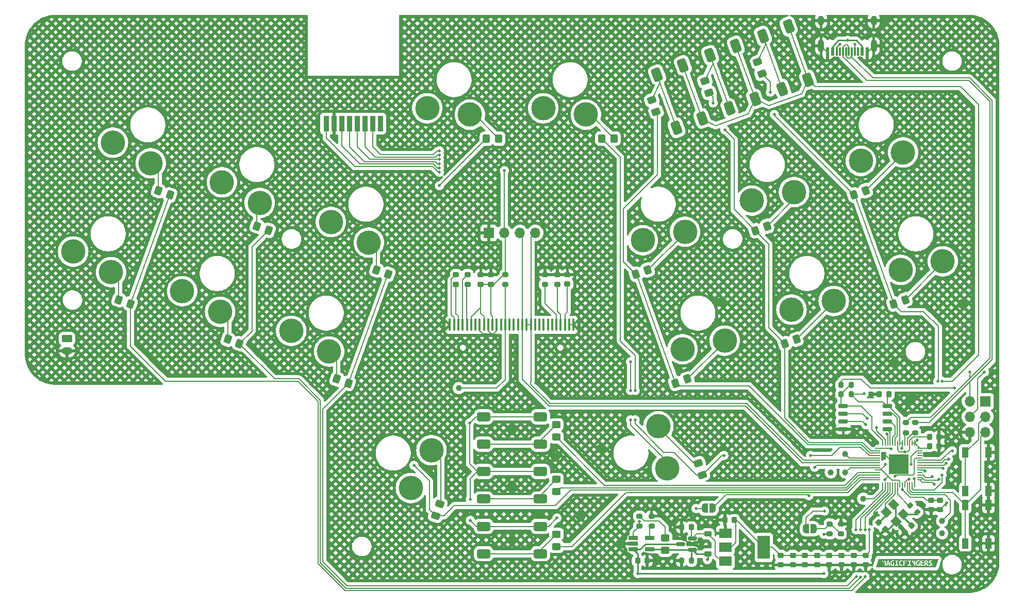
<source format=gbr>
%TF.GenerationSoftware,KiCad,Pcbnew,8.0.2-1*%
%TF.CreationDate,2024-05-28T17:04:48-06:00*%
%TF.ProjectId,magicfingers,6d616769-6366-4696-9e67-6572732e6b69,rev?*%
%TF.SameCoordinates,Original*%
%TF.FileFunction,Copper,L1,Top*%
%TF.FilePolarity,Positive*%
%FSLAX46Y46*%
G04 Gerber Fmt 4.6, Leading zero omitted, Abs format (unit mm)*
G04 Created by KiCad (PCBNEW 8.0.2-1) date 2024-05-28 17:04:48*
%MOMM*%
%LPD*%
G01*
G04 APERTURE LIST*
G04 Aperture macros list*
%AMRoundRect*
0 Rectangle with rounded corners*
0 $1 Rounding radius*
0 $2 $3 $4 $5 $6 $7 $8 $9 X,Y pos of 4 corners*
0 Add a 4 corners polygon primitive as box body*
4,1,4,$2,$3,$4,$5,$6,$7,$8,$9,$2,$3,0*
0 Add four circle primitives for the rounded corners*
1,1,$1+$1,$2,$3*
1,1,$1+$1,$4,$5*
1,1,$1+$1,$6,$7*
1,1,$1+$1,$8,$9*
0 Add four rect primitives between the rounded corners*
20,1,$1+$1,$2,$3,$4,$5,0*
20,1,$1+$1,$4,$5,$6,$7,0*
20,1,$1+$1,$6,$7,$8,$9,0*
20,1,$1+$1,$8,$9,$2,$3,0*%
%AMRotRect*
0 Rectangle, with rotation*
0 The origin of the aperture is its center*
0 $1 length*
0 $2 width*
0 $3 Rotation angle, in degrees counterclockwise*
0 Add horizontal line*
21,1,$1,$2,0,0,$3*%
%AMFreePoly0*
4,1,19,0.500000,-0.750000,0.000000,-0.750000,0.000000,-0.744911,-0.071157,-0.744911,-0.207708,-0.704816,-0.327430,-0.627875,-0.420627,-0.520320,-0.479746,-0.390866,-0.500000,-0.250000,-0.500000,0.250000,-0.479746,0.390866,-0.420627,0.520320,-0.327430,0.627875,-0.207708,0.704816,-0.071157,0.744911,0.000000,0.744911,0.000000,0.750000,0.500000,0.750000,0.500000,-0.750000,0.500000,-0.750000,
$1*%
%AMFreePoly1*
4,1,19,0.000000,0.744911,0.071157,0.744911,0.207708,0.704816,0.327430,0.627875,0.420627,0.520320,0.479746,0.390866,0.500000,0.250000,0.500000,-0.250000,0.479746,-0.390866,0.420627,-0.520320,0.327430,-0.627875,0.207708,-0.704816,0.071157,-0.744911,0.000000,-0.744911,0.000000,-0.750000,-0.500000,-0.750000,-0.500000,0.750000,0.000000,0.750000,0.000000,0.744911,0.000000,0.744911,
$1*%
G04 Aperture macros list end*
%TA.AperFunction,EtchedComponent*%
%ADD10C,0.000000*%
%TD*%
%TA.AperFunction,SMDPad,CuDef*%
%ADD11RoundRect,0.150000X-0.650000X-0.150000X0.650000X-0.150000X0.650000X0.150000X-0.650000X0.150000X0*%
%TD*%
%TA.AperFunction,SMDPad,CuDef*%
%ADD12RoundRect,0.225000X-0.250000X0.225000X-0.250000X-0.225000X0.250000X-0.225000X0.250000X0.225000X0*%
%TD*%
%TA.AperFunction,SMDPad,CuDef*%
%ADD13RoundRect,0.250000X0.151491X0.534018X-0.459309X0.311705X-0.151491X-0.534018X0.459309X-0.311705X0*%
%TD*%
%TA.AperFunction,SMDPad,CuDef*%
%ADD14RoundRect,0.200000X-0.275000X0.200000X-0.275000X-0.200000X0.275000X-0.200000X0.275000X0.200000X0*%
%TD*%
%TA.AperFunction,ComponentPad*%
%ADD15C,4.000000*%
%TD*%
%TA.AperFunction,SMDPad,CuDef*%
%ADD16RoundRect,0.375000X-0.725000X-0.375000X0.725000X-0.375000X0.725000X0.375000X-0.725000X0.375000X0*%
%TD*%
%TA.AperFunction,SMDPad,CuDef*%
%ADD17RoundRect,0.375000X-0.600349X0.553020X-0.104420X-0.809535X0.600349X-0.553020X0.104420X0.809535X0*%
%TD*%
%TA.AperFunction,SMDPad,CuDef*%
%ADD18RoundRect,0.250000X-0.450000X0.325000X-0.450000X-0.325000X0.450000X-0.325000X0.450000X0.325000X0*%
%TD*%
%TA.AperFunction,ComponentPad*%
%ADD19C,1.000000*%
%TD*%
%TA.AperFunction,SMDPad,CuDef*%
%ADD20RoundRect,0.225000X0.225000X0.250000X-0.225000X0.250000X-0.225000X-0.250000X0.225000X-0.250000X0*%
%TD*%
%TA.AperFunction,SMDPad,CuDef*%
%ADD21RoundRect,0.050000X-0.387500X-0.050000X0.387500X-0.050000X0.387500X0.050000X-0.387500X0.050000X0*%
%TD*%
%TA.AperFunction,SMDPad,CuDef*%
%ADD22RoundRect,0.050000X-0.050000X-0.387500X0.050000X-0.387500X0.050000X0.387500X-0.050000X0.387500X0*%
%TD*%
%TA.AperFunction,SMDPad,CuDef*%
%ADD23R,3.200000X3.200000*%
%TD*%
%TA.AperFunction,SMDPad,CuDef*%
%ADD24RoundRect,0.200000X0.275000X-0.200000X0.275000X0.200000X-0.275000X0.200000X-0.275000X-0.200000X0*%
%TD*%
%TA.AperFunction,SMDPad,CuDef*%
%ADD25RoundRect,0.100000X0.100000X-0.900000X0.100000X0.900000X-0.100000X0.900000X-0.100000X-0.900000X0*%
%TD*%
%TA.AperFunction,SMDPad,CuDef*%
%ADD26RoundRect,0.250000X-0.459309X-0.311705X0.151491X-0.534018X0.459309X0.311705X-0.151491X0.534018X0*%
%TD*%
%TA.AperFunction,SMDPad,CuDef*%
%ADD27RoundRect,0.250000X0.325000X0.450000X-0.325000X0.450000X-0.325000X-0.450000X0.325000X-0.450000X0*%
%TD*%
%TA.AperFunction,SMDPad,CuDef*%
%ADD28RoundRect,0.225000X0.017678X-0.335876X0.335876X-0.017678X-0.017678X0.335876X-0.335876X0.017678X0*%
%TD*%
%TA.AperFunction,SMDPad,CuDef*%
%ADD29RoundRect,0.225000X-0.225000X-0.250000X0.225000X-0.250000X0.225000X0.250000X-0.225000X0.250000X0*%
%TD*%
%TA.AperFunction,SMDPad,CuDef*%
%ADD30RoundRect,0.250000X-0.534018X0.151491X-0.311705X-0.459309X0.534018X-0.151491X0.311705X0.459309X0*%
%TD*%
%TA.AperFunction,SMDPad,CuDef*%
%ADD31R,0.600000X1.450000*%
%TD*%
%TA.AperFunction,SMDPad,CuDef*%
%ADD32R,0.300000X1.450000*%
%TD*%
%TA.AperFunction,ComponentPad*%
%ADD33O,1.000000X2.100000*%
%TD*%
%TA.AperFunction,ComponentPad*%
%ADD34O,1.000000X1.600000*%
%TD*%
%TA.AperFunction,SMDPad,CuDef*%
%ADD35R,1.560000X0.650000*%
%TD*%
%TA.AperFunction,SMDPad,CuDef*%
%ADD36R,0.950000X2.500000*%
%TD*%
%TA.AperFunction,SMDPad,CuDef*%
%ADD37RoundRect,0.225000X0.250000X-0.225000X0.250000X0.225000X-0.250000X0.225000X-0.250000X-0.225000X0*%
%TD*%
%TA.AperFunction,SMDPad,CuDef*%
%ADD38RoundRect,0.150000X0.587500X0.150000X-0.587500X0.150000X-0.587500X-0.150000X0.587500X-0.150000X0*%
%TD*%
%TA.AperFunction,SMDPad,CuDef*%
%ADD39RoundRect,0.225000X-0.375000X0.225000X-0.375000X-0.225000X0.375000X-0.225000X0.375000X0.225000X0*%
%TD*%
%TA.AperFunction,SMDPad,CuDef*%
%ADD40RoundRect,0.200000X0.335876X0.053033X0.053033X0.335876X-0.335876X-0.053033X-0.053033X-0.335876X0*%
%TD*%
%TA.AperFunction,SMDPad,CuDef*%
%ADD41FreePoly0,180.000000*%
%TD*%
%TA.AperFunction,SMDPad,CuDef*%
%ADD42FreePoly1,180.000000*%
%TD*%
%TA.AperFunction,SMDPad,CuDef*%
%ADD43RotRect,1.400000X1.200000X135.000000*%
%TD*%
%TA.AperFunction,SMDPad,CuDef*%
%ADD44RoundRect,0.200000X-0.200000X-0.275000X0.200000X-0.275000X0.200000X0.275000X-0.200000X0.275000X0*%
%TD*%
%TA.AperFunction,ComponentPad*%
%ADD45R,1.700000X1.700000*%
%TD*%
%TA.AperFunction,ComponentPad*%
%ADD46O,1.700000X1.700000*%
%TD*%
%TA.AperFunction,SMDPad,CuDef*%
%ADD47RoundRect,0.225000X0.335876X0.017678X0.017678X0.335876X-0.335876X-0.017678X-0.017678X-0.335876X0*%
%TD*%
%TA.AperFunction,SMDPad,CuDef*%
%ADD48R,1.000000X1.700000*%
%TD*%
%TA.AperFunction,SMDPad,CuDef*%
%ADD49RoundRect,0.250000X-0.311705X0.459309X-0.534018X-0.151491X0.311705X-0.459309X0.534018X0.151491X0*%
%TD*%
%TA.AperFunction,SMDPad,CuDef*%
%ADD50RoundRect,0.200000X0.200000X0.275000X-0.200000X0.275000X-0.200000X-0.275000X0.200000X-0.275000X0*%
%TD*%
%TA.AperFunction,SMDPad,CuDef*%
%ADD51FreePoly0,0.000000*%
%TD*%
%TA.AperFunction,SMDPad,CuDef*%
%ADD52FreePoly1,0.000000*%
%TD*%
%TA.AperFunction,SMDPad,CuDef*%
%ADD53R,2.000000X1.500000*%
%TD*%
%TA.AperFunction,SMDPad,CuDef*%
%ADD54R,2.000000X3.800000*%
%TD*%
%TA.AperFunction,ComponentPad*%
%ADD55RoundRect,0.250000X-0.625000X0.350000X-0.625000X-0.350000X0.625000X-0.350000X0.625000X0.350000X0*%
%TD*%
%TA.AperFunction,ComponentPad*%
%ADD56O,1.750000X1.200000*%
%TD*%
%TA.AperFunction,ViaPad*%
%ADD57C,0.500000*%
%TD*%
%TA.AperFunction,Conductor*%
%ADD58C,0.180000*%
%TD*%
%TA.AperFunction,Conductor*%
%ADD59C,0.250000*%
%TD*%
%TA.AperFunction,Conductor*%
%ADD60C,0.200000*%
%TD*%
G04 APERTURE END LIST*
D10*
%TA.AperFunction,EtchedComponent*%
%TO.C,kibuzzard-6653CB99*%
G36*
X237033148Y-131299734D02*
G01*
X237055439Y-131386112D01*
X237074247Y-131471793D01*
X237090965Y-131560957D01*
X236922389Y-131560957D01*
X236939804Y-131471793D01*
X236959309Y-131386112D01*
X236981600Y-131299734D01*
X237007374Y-131207087D01*
X237033148Y-131299734D01*
G37*
%TD.AperFunction*%
%TA.AperFunction,EtchedComponent*%
G36*
X243289611Y-131187234D02*
G01*
X243338024Y-131211267D01*
X243369371Y-131252366D01*
X243379820Y-131311576D01*
X243340811Y-131408403D01*
X243289611Y-131434003D01*
X243214030Y-131442536D01*
X243176414Y-131442536D01*
X243176414Y-131183403D01*
X243204278Y-131179920D01*
X243227962Y-131179224D01*
X243289611Y-131187234D01*
G37*
%TD.AperFunction*%
%TA.AperFunction,EtchedComponent*%
G36*
X244847776Y-132152598D02*
G01*
X244267281Y-132152598D01*
X243949634Y-132152598D01*
X243611089Y-132152598D01*
X242320996Y-132152598D01*
X241926724Y-132152598D01*
X241334619Y-132152598D01*
X240218674Y-132152598D01*
X239534619Y-132152598D01*
X239162637Y-132152598D01*
X238128891Y-132152598D01*
X237747157Y-132152598D01*
X237160625Y-132152598D01*
X236628427Y-132152598D01*
X235995919Y-132152598D01*
X235415424Y-132152598D01*
X235006105Y-132152598D01*
X235081198Y-131902289D01*
X235995919Y-131902289D01*
X236153349Y-131902289D01*
X236146383Y-131232165D01*
X236248086Y-131597180D01*
X236373473Y-131597180D01*
X236479355Y-131232165D01*
X236470996Y-131902289D01*
X236628427Y-131902289D01*
X236673009Y-131902289D01*
X236851337Y-131902289D01*
X236890346Y-131703063D01*
X237120222Y-131703063D01*
X237160625Y-131902289D01*
X237344526Y-131902289D01*
X237321538Y-131804515D01*
X237298272Y-131709583D01*
X237274727Y-131617493D01*
X237250903Y-131528245D01*
X237234768Y-131470400D01*
X237394680Y-131470400D01*
X237400950Y-131575063D01*
X237419758Y-131666143D01*
X237450060Y-131743465D01*
X237490811Y-131806855D01*
X237541488Y-131856313D01*
X237601569Y-131891840D01*
X237670358Y-131913260D01*
X237747157Y-131920400D01*
X237832316Y-131916917D01*
X237903891Y-131906468D01*
X237999324Y-131881391D01*
X237999324Y-131450895D01*
X237827962Y-131450895D01*
X237827962Y-131765756D01*
X237794526Y-131769936D01*
X237761089Y-131771329D01*
X237677846Y-131753043D01*
X237617591Y-131698186D01*
X237590501Y-131640369D01*
X237574247Y-131564440D01*
X237568829Y-131470400D01*
X237571790Y-131406487D01*
X237580671Y-131348496D01*
X237619680Y-131253759D01*
X237688643Y-131191762D01*
X237791739Y-131169471D01*
X237883690Y-131184796D01*
X237958922Y-131219626D01*
X237971205Y-131182010D01*
X238128891Y-131182010D01*
X238316972Y-131182010D01*
X238316972Y-131760183D01*
X238128891Y-131760183D01*
X238128891Y-131902289D01*
X238676414Y-131902289D01*
X238676414Y-131760183D01*
X238489727Y-131760183D01*
X238489727Y-131470400D01*
X238787869Y-131470400D01*
X238793877Y-131572190D01*
X238811902Y-131661615D01*
X238841942Y-131738676D01*
X238883999Y-131803372D01*
X238957684Y-131868388D01*
X239050563Y-131907397D01*
X239162637Y-131920400D01*
X239238740Y-131915698D01*
X239302143Y-131902289D01*
X239534619Y-131902289D01*
X239705981Y-131902289D01*
X239705981Y-131533093D01*
X240018055Y-131533093D01*
X240018055Y-131390988D01*
X239705981Y-131390988D01*
X239705981Y-131182010D01*
X240062637Y-131182010D01*
X240218674Y-131182010D01*
X240406755Y-131182010D01*
X240406755Y-131760183D01*
X240218674Y-131760183D01*
X240218674Y-131902289D01*
X240766198Y-131902289D01*
X240904123Y-131902289D01*
X241058767Y-131902289D01*
X241058767Y-131329688D01*
X241110547Y-131425276D01*
X241160006Y-131520710D01*
X241207142Y-131615988D01*
X241251956Y-131711267D01*
X241294448Y-131806700D01*
X241334619Y-131902289D01*
X241472544Y-131902289D01*
X241472544Y-131470400D01*
X241574247Y-131470400D01*
X241580516Y-131575063D01*
X241599324Y-131666143D01*
X241629626Y-131743465D01*
X241670377Y-131806855D01*
X241721054Y-131856313D01*
X241781136Y-131891840D01*
X241849924Y-131913260D01*
X241926724Y-131920400D01*
X242011883Y-131916917D01*
X242083458Y-131906468D01*
X242099362Y-131902289D01*
X242320996Y-131902289D01*
X242874092Y-131902289D01*
X242874092Y-131760183D01*
X242492359Y-131760183D01*
X242492359Y-131517768D01*
X242797467Y-131517768D01*
X242797467Y-131375663D01*
X242492359Y-131375663D01*
X242492359Y-131182010D01*
X242843442Y-131182010D01*
X242843442Y-131052443D01*
X243005052Y-131052443D01*
X243005052Y-131902289D01*
X243176414Y-131902289D01*
X243176414Y-131584641D01*
X243265578Y-131584641D01*
X243312773Y-131663531D01*
X243356832Y-131741375D01*
X243396712Y-131820265D01*
X243431368Y-131902289D01*
X243611089Y-131902289D01*
X243590478Y-131854920D01*
X243682142Y-131854920D01*
X243778272Y-131897412D01*
X243853156Y-131914653D01*
X243949634Y-131920400D01*
X244047389Y-131913047D01*
X244127033Y-131890988D01*
X244188566Y-131854224D01*
X244247602Y-131774289D01*
X244267281Y-131666840D01*
X244261360Y-131601882D01*
X244243597Y-131549115D01*
X244182993Y-131471097D01*
X244102188Y-131420942D01*
X244017900Y-131386809D01*
X243964263Y-131365911D01*
X243915501Y-131340137D01*
X243879975Y-131306700D01*
X243866043Y-131262815D01*
X243881213Y-131207861D01*
X243926724Y-131174889D01*
X244002575Y-131163898D01*
X244100795Y-131177830D01*
X244178117Y-131211267D01*
X244228272Y-131078914D01*
X244128659Y-131038511D01*
X244064398Y-131024928D01*
X243990037Y-131020400D01*
X243904665Y-131027985D01*
X243832451Y-131050741D01*
X243773396Y-131088666D01*
X243714359Y-131170168D01*
X243694680Y-131278140D01*
X243716972Y-131380539D01*
X243773396Y-131449502D01*
X243849324Y-131495477D01*
X243930129Y-131527521D01*
X243988643Y-131551902D01*
X244041585Y-131581159D01*
X244080594Y-131618078D01*
X244095919Y-131665446D01*
X244089650Y-131706546D01*
X244066662Y-131742768D01*
X244021383Y-131767846D01*
X243949634Y-131776902D01*
X243880149Y-131772025D01*
X243822157Y-131757397D01*
X243732297Y-131715601D01*
X243682142Y-131854920D01*
X243590478Y-131854920D01*
X243571383Y-131811035D01*
X243523318Y-131714905D01*
X243471770Y-131622954D01*
X243421615Y-131542846D01*
X243482567Y-131503488D01*
X243523318Y-131449502D01*
X243546306Y-131384719D01*
X243553968Y-131312970D01*
X243548222Y-131245226D01*
X243530981Y-131186886D01*
X243464804Y-131098419D01*
X243417436Y-131068117D01*
X243361708Y-131046871D01*
X243298318Y-131034332D01*
X243227962Y-131030152D01*
X243179201Y-131031546D01*
X243120687Y-131035028D01*
X243060083Y-131041994D01*
X243005052Y-131052443D01*
X242843442Y-131052443D01*
X242843442Y-131039905D01*
X242320996Y-131039905D01*
X242320996Y-131902289D01*
X242099362Y-131902289D01*
X242178891Y-131881391D01*
X242178891Y-131450895D01*
X242007529Y-131450895D01*
X242007529Y-131765756D01*
X241974092Y-131769936D01*
X241940656Y-131771329D01*
X241857413Y-131753043D01*
X241797157Y-131698186D01*
X241770067Y-131640369D01*
X241753814Y-131564440D01*
X241748396Y-131470400D01*
X241751356Y-131406487D01*
X241760238Y-131348496D01*
X241799247Y-131253759D01*
X241868210Y-131191762D01*
X241971306Y-131169471D01*
X242063256Y-131184796D01*
X242138489Y-131219626D01*
X242183071Y-131083093D01*
X242154510Y-131066375D01*
X242106445Y-131045477D01*
X242037482Y-131028063D01*
X241947622Y-131020400D01*
X241872041Y-131027540D01*
X241801337Y-131048960D01*
X241737598Y-131084661D01*
X241682916Y-131134641D01*
X241637985Y-131198554D01*
X241603504Y-131276050D01*
X241581561Y-131366782D01*
X241574247Y-131470400D01*
X241472544Y-131470400D01*
X241472544Y-131039905D01*
X241317900Y-131039905D01*
X241317900Y-131570710D01*
X241293345Y-131516375D01*
X241264263Y-131453682D01*
X241231523Y-131385764D01*
X241195996Y-131315756D01*
X241158554Y-131244529D01*
X241120067Y-131172954D01*
X241081058Y-131103817D01*
X241042049Y-131039905D01*
X240904123Y-131039905D01*
X240904123Y-131902289D01*
X240766198Y-131902289D01*
X240766198Y-131760183D01*
X240579510Y-131760183D01*
X240579510Y-131182010D01*
X240766198Y-131182010D01*
X240766198Y-131039905D01*
X240218674Y-131039905D01*
X240218674Y-131182010D01*
X240062637Y-131182010D01*
X240062637Y-131039905D01*
X239534619Y-131039905D01*
X239534619Y-131902289D01*
X239302143Y-131902289D01*
X239305439Y-131901592D01*
X239403659Y-131860493D01*
X239360470Y-131725354D01*
X239290114Y-131756004D01*
X239179355Y-131771329D01*
X239079917Y-131751650D01*
X239012869Y-131692614D01*
X238984619Y-131632474D01*
X238967668Y-131557010D01*
X238962018Y-131466220D01*
X238966720Y-131388202D01*
X238980826Y-131324115D01*
X239029588Y-131232861D01*
X239097854Y-131184100D01*
X239176569Y-131169471D01*
X239280362Y-131184100D01*
X239357684Y-131219626D01*
X239402266Y-131083093D01*
X239373705Y-131066375D01*
X239327033Y-131045477D01*
X239262250Y-131028063D01*
X239179355Y-131020400D01*
X239097680Y-131027888D01*
X239022622Y-131050354D01*
X238955749Y-131087273D01*
X238898628Y-131138124D01*
X238852130Y-131202385D01*
X238817126Y-131279533D01*
X238795184Y-131369046D01*
X238787869Y-131470400D01*
X238489727Y-131470400D01*
X238489727Y-131182010D01*
X238676414Y-131182010D01*
X238676414Y-131039905D01*
X238128891Y-131039905D01*
X238128891Y-131182010D01*
X237971205Y-131182010D01*
X238003504Y-131083093D01*
X237974944Y-131066375D01*
X237926879Y-131045477D01*
X237857916Y-131028063D01*
X237768055Y-131020400D01*
X237692475Y-131027540D01*
X237621770Y-131048960D01*
X237558032Y-131084661D01*
X237503349Y-131134641D01*
X237458419Y-131198554D01*
X237423937Y-131276050D01*
X237401995Y-131366782D01*
X237394680Y-131470400D01*
X237234768Y-131470400D01*
X237226801Y-131441840D01*
X237196456Y-131337046D01*
X237166023Y-131235125D01*
X237135504Y-131136078D01*
X237104897Y-131039905D01*
X236918210Y-131039905D01*
X236888692Y-131135295D01*
X236858651Y-131233384D01*
X236828088Y-131334172D01*
X236797002Y-131437660D01*
X236771981Y-131523341D01*
X236747071Y-131612645D01*
X236722272Y-131705570D01*
X236697585Y-131802118D01*
X236673009Y-131902289D01*
X236628427Y-131902289D01*
X236625292Y-131792052D01*
X236621461Y-131684254D01*
X236616759Y-131578024D01*
X236611012Y-131472490D01*
X236604046Y-131366782D01*
X236595687Y-131260028D01*
X236586457Y-131151360D01*
X236576879Y-131039905D01*
X236434773Y-131039905D01*
X236409696Y-131113744D01*
X236379046Y-131209177D01*
X236344216Y-131315059D01*
X236309386Y-131421638D01*
X236277343Y-131321329D01*
X236243907Y-131214053D01*
X236212560Y-131115137D01*
X236188179Y-131039905D01*
X236046074Y-131039905D01*
X236036844Y-131134293D01*
X236028659Y-131236344D01*
X236021519Y-131343968D01*
X236015424Y-131455075D01*
X236010025Y-131568272D01*
X236004975Y-131682165D01*
X236000273Y-131794316D01*
X235995919Y-131902289D01*
X235081198Y-131902289D01*
X235415424Y-130788202D01*
X235995919Y-130788202D01*
X244267281Y-130788202D01*
X244847776Y-130788202D01*
X245257095Y-130788202D01*
X244847776Y-132152598D01*
G37*
%TD.AperFunction*%
%TD*%
D11*
%TO.P,U3,1,~{CS}*%
%TO.N,/QSPI_SS*%
X229640000Y-105690000D03*
%TO.P,U3,2,DO(IO1)*%
%TO.N,/QSPI_SD1*%
X229640000Y-106960000D03*
%TO.P,U3,3,IO2*%
%TO.N,/QSPI_SD2*%
X229640000Y-108230000D03*
%TO.P,U3,4,GND*%
%TO.N,GND*%
X229640000Y-109500000D03*
%TO.P,U3,5,DI(IO0)*%
%TO.N,/QSPI_SD0*%
X236840000Y-109500000D03*
%TO.P,U3,6,CLK*%
%TO.N,/QSPI_SCLK*%
X236840000Y-108230000D03*
%TO.P,U3,7,IO3*%
%TO.N,/QSPI_SD3*%
X236840000Y-106960000D03*
%TO.P,U3,8,VCC*%
%TO.N,+3V3*%
X236840000Y-105690000D03*
%TD*%
D12*
%TO.P,C8,1*%
%TO.N,+3V3*%
X219347000Y-130250000D03*
%TO.P,C8,2*%
%TO.N,GND*%
X219347000Y-131800000D03*
%TD*%
D13*
%TO.P,D18,1,K*%
%TO.N,Net-(D18-K)*%
X204037711Y-101230967D03*
%TO.P,D18,2,A*%
%TO.N,KCOL_9*%
X202111341Y-101932109D03*
%TD*%
%TO.P,D17,1,K*%
%TO.N,Net-(D17-K)*%
X197522227Y-83329823D03*
%TO.P,D17,2,A*%
%TO.N,KCOL_9*%
X195595857Y-84030965D03*
%TD*%
D14*
%TO.P,R14,1*%
%TO.N,Net-(JP1-B)*%
X227426000Y-125032000D03*
%TO.P,R14,2*%
%TO.N,+BATT*%
X227426000Y-126682000D03*
%TD*%
D15*
%TO.P,SW17,1,1*%
%TO.N,KROW_1*%
X196722889Y-78441838D03*
%TO.P,SW17,2,2*%
%TO.N,Net-(D17-K)*%
X203659859Y-77034374D03*
%TD*%
D16*
%TO.P,SW10,1,1*%
%TO.N,KROW_2*%
X170600000Y-107451000D03*
X179900000Y-107451000D03*
%TO.P,SW10,2,2*%
%TO.N,Net-(D10-K)*%
X170600000Y-111951000D03*
X179900000Y-111951000D03*
%TD*%
D17*
%TO.P,SW9,1,1*%
%TO.N,KROW_3*%
X220672426Y-43315916D03*
X223853213Y-52055057D03*
%TO.P,SW9,2,2*%
%TO.N,Net-(D9-K)*%
X216443809Y-44855007D03*
X219624596Y-53594148D03*
%TD*%
D18*
%TO.P,D25,1,K*%
%TO.N,Net-(D25-K)*%
X200397000Y-127350000D03*
%TO.P,D25,2,A*%
%TO.N,VBUS*%
X200397000Y-129400000D03*
%TD*%
D19*
%TO.P,TP8,1,1*%
%TO.N,Net-(U1-GPIO12)*%
X232918000Y-120904000D03*
%TD*%
D20*
%TO.P,C16,1*%
%TO.N,+3V3*%
X211722000Y-124400000D03*
%TO.P,C16,2*%
%TO.N,GND*%
X210172000Y-124400000D03*
%TD*%
D21*
%TO.P,U1,1,IOVDD*%
%TO.N,+3V3*%
X235302500Y-112612500D03*
%TO.P,U1,2,GPIO0*%
%TO.N,KCOL_10*%
X235302500Y-113012500D03*
%TO.P,U1,3,GPIO1*%
%TO.N,KCOL_9*%
X235302500Y-113412500D03*
%TO.P,U1,4,GPIO2*%
%TO.N,KCOL_8*%
X235302500Y-113812500D03*
%TO.P,U1,5,GPIO3*%
%TO.N,Net-(U1-GPIO3)*%
X235302500Y-114212500D03*
%TO.P,U1,6,GPIO4*%
%TO.N,/I2C_SDA*%
X235302500Y-114612500D03*
%TO.P,U1,7,GPIO5*%
%TO.N,/I2C_SCL*%
X235302500Y-115012500D03*
%TO.P,U1,8,GPIO6*%
%TO.N,CHRG_SENSE*%
X235302500Y-115412500D03*
%TO.P,U1,9,GPIO7*%
%TO.N,Net-(U1-GPIO7)*%
X235302500Y-115812500D03*
%TO.P,U1,10,IOVDD*%
%TO.N,+3V3*%
X235302500Y-116212500D03*
%TO.P,U1,11,GPIO8*%
%TO.N,KCOL_5*%
X235302500Y-116612500D03*
%TO.P,U1,12,GPIO9*%
%TO.N,KCOL_6*%
X235302500Y-117012500D03*
%TO.P,U1,13,GPIO10*%
%TO.N,KCOL_4*%
X235302500Y-117412500D03*
%TO.P,U1,14,GPIO11*%
%TO.N,KCOL_7*%
X235302500Y-117812500D03*
D22*
%TO.P,U1,15,GPIO12*%
%TO.N,Net-(U1-GPIO12)*%
X236140000Y-118650000D03*
%TO.P,U1,16,GPIO13*%
%TO.N,KCOL_3*%
X236540000Y-118650000D03*
%TO.P,U1,17,GPIO14*%
%TO.N,KCOL_2*%
X236940000Y-118650000D03*
%TO.P,U1,18,GPIO15*%
%TO.N,KCOL_1*%
X237340000Y-118650000D03*
%TO.P,U1,19,TESTEN*%
%TO.N,GND*%
X237740000Y-118650000D03*
%TO.P,U1,20,XIN*%
%TO.N,/XIN*%
X238140000Y-118650000D03*
%TO.P,U1,21,XOUT*%
%TO.N,/XOUT*%
X238540000Y-118650000D03*
%TO.P,U1,22,IOVDD*%
%TO.N,+3V3*%
X238940000Y-118650000D03*
%TO.P,U1,23,DVDD*%
%TO.N,+1V1*%
X239340000Y-118650000D03*
%TO.P,U1,24,SWCLK*%
%TO.N,/SWCLK*%
X239740000Y-118650000D03*
%TO.P,U1,25,SWD*%
%TO.N,/SWD*%
X240140000Y-118650000D03*
%TO.P,U1,26,RUN*%
%TO.N,/RUN*%
X240540000Y-118650000D03*
%TO.P,U1,27,GPIO16*%
%TO.N,/RF_MISO*%
X240940000Y-118650000D03*
%TO.P,U1,28,GPIO17*%
%TO.N,/RF_CE*%
X241340000Y-118650000D03*
D21*
%TO.P,U1,29,GPIO18*%
%TO.N,/RF_SCK*%
X242177500Y-117812500D03*
%TO.P,U1,30,GPIO19*%
%TO.N,/RF_MOSI*%
X242177500Y-117412500D03*
%TO.P,U1,31,GPIO20*%
%TO.N,/RF_CSN*%
X242177500Y-117012500D03*
%TO.P,U1,32,GPIO21*%
%TO.N,unconnected-(U1-GPIO21-Pad32)*%
X242177500Y-116612500D03*
%TO.P,U1,33,IOVDD*%
%TO.N,+3V3*%
X242177500Y-116212500D03*
%TO.P,U1,34,GPIO22*%
%TO.N,KCOL_11*%
X242177500Y-115812500D03*
%TO.P,U1,35,GPIO23*%
%TO.N,KROW_3*%
X242177500Y-115412500D03*
%TO.P,U1,36,GPIO24*%
%TO.N,KROW_2*%
X242177500Y-115012500D03*
%TO.P,U1,37,GPIO25*%
%TO.N,KROW_1*%
X242177500Y-114612500D03*
%TO.P,U1,38,GPIO26_ADC0*%
%TO.N,BAT_SENSE*%
X242177500Y-114212500D03*
%TO.P,U1,39,GPIO27_ADC1*%
%TO.N,unconnected-(U1-GPIO27_ADC1-Pad39)*%
X242177500Y-113812500D03*
%TO.P,U1,40,GPIO28_ADC2*%
%TO.N,unconnected-(U1-GPIO28_ADC2-Pad40)*%
X242177500Y-113412500D03*
%TO.P,U1,41,GPIO29_ADC3*%
%TO.N,Net-(U1-GPIO29_ADC3)*%
X242177500Y-113012500D03*
%TO.P,U1,42,IOVDD*%
%TO.N,+3V3*%
X242177500Y-112612500D03*
D22*
%TO.P,U1,43,ADC_AVDD*%
X241340000Y-111775000D03*
%TO.P,U1,44,VREG_IN*%
X240940000Y-111775000D03*
%TO.P,U1,45,VREG_VOUT*%
%TO.N,+1V1*%
X240540000Y-111775000D03*
%TO.P,U1,46,USB_DM*%
%TO.N,Net-(U1-USB_DM)*%
X240140000Y-111775000D03*
%TO.P,U1,47,USB_DP*%
%TO.N,Net-(U1-USB_DP)*%
X239740000Y-111775000D03*
%TO.P,U1,48,USB_VDD*%
%TO.N,+3V3*%
X239340000Y-111775000D03*
%TO.P,U1,49,IOVDD*%
X238940000Y-111775000D03*
%TO.P,U1,50,DVDD*%
%TO.N,+1V1*%
X238540000Y-111775000D03*
%TO.P,U1,51,QSPI_SD3*%
%TO.N,/QSPI_SD3*%
X238140000Y-111775000D03*
%TO.P,U1,52,QSPI_SCLK*%
%TO.N,/QSPI_SCLK*%
X237740000Y-111775000D03*
%TO.P,U1,53,QSPI_SD0*%
%TO.N,/QSPI_SD0*%
X237340000Y-111775000D03*
%TO.P,U1,54,QSPI_SD2*%
%TO.N,/QSPI_SD2*%
X236940000Y-111775000D03*
%TO.P,U1,55,QSPI_SD1*%
%TO.N,/QSPI_SD1*%
X236540000Y-111775000D03*
%TO.P,U1,56,QSPI_SS*%
%TO.N,/QSPI_SS*%
X236140000Y-111775000D03*
D23*
%TO.P,U1,57,GND*%
%TO.N,GND*%
X238740000Y-115212500D03*
%TD*%
D24*
%TO.P,R12,1*%
%TO.N,/OLED_RST*%
X174184500Y-85711800D03*
%TO.P,R12,2*%
%TO.N,+3V3*%
X174184500Y-84061800D03*
%TD*%
D15*
%TO.P,SW16,1,1*%
%TO.N,KROW_2*%
X200686970Y-115948691D03*
%TO.P,SW16,2,2*%
%TO.N,Net-(D16-K)*%
X199279506Y-109011721D03*
%TD*%
D18*
%TO.P,D14,1,K*%
%TO.N,Net-(D14-K)*%
X182548000Y-126725000D03*
%TO.P,D14,2,A*%
%TO.N,KCOL_7*%
X182548000Y-128775000D03*
%TD*%
D25*
%TO.P,U5,1,GND*%
%TO.N,GND*%
X165037000Y-92329000D03*
%TO.P,U5,2,C2P*%
%TO.N,Net-(U5-C2P)*%
X165737000Y-92329000D03*
%TO.P,U5,3,C2N*%
%TO.N,Net-(U5-C2N)*%
X166437000Y-92329000D03*
%TO.P,U5,4,C1P*%
%TO.N,Net-(U5-C1P)*%
X167137000Y-92329000D03*
%TO.P,U5,5,C1N*%
%TO.N,Net-(U5-C1N)*%
X167837000Y-92329000D03*
%TO.P,U5,6,VBAT*%
%TO.N,+3V3*%
X168537000Y-92329000D03*
%TO.P,U5,7*%
%TO.N,N/C*%
X169237000Y-92329000D03*
%TO.P,U5,8,GND*%
%TO.N,GND*%
X169937000Y-92329000D03*
%TO.P,U5,9,VDD*%
%TO.N,+3V3*%
X170637000Y-92329000D03*
%TO.P,U5,10,BS0*%
%TO.N,GND*%
X171337000Y-92329000D03*
%TO.P,U5,11,BS1*%
%TO.N,+3V3*%
X172037000Y-92329000D03*
%TO.P,U5,12,BS2*%
%TO.N,GND*%
X172737000Y-92329000D03*
%TO.P,U5,13*%
%TO.N,N/C*%
X173437000Y-92329000D03*
%TO.P,U5,14,~{RST}*%
%TO.N,/OLED_RST*%
X174137000Y-92329000D03*
%TO.P,U5,15*%
%TO.N,N/C*%
X174837000Y-92329000D03*
%TO.P,U5,16*%
X175537000Y-92329000D03*
%TO.P,U5,17*%
X176237000Y-92329000D03*
%TO.P,U5,18,SPI_SCLK/I2C_SCK*%
%TO.N,/I2C_SCL*%
X176937000Y-92329000D03*
%TO.P,U5,19,SPI_SDIN/I2C_SDA*%
%TO.N,/I2C_SDA*%
X177637000Y-92329000D03*
%TO.P,U5,20,I2C_SDA*%
X178337000Y-92329000D03*
%TO.P,U5,21*%
%TO.N,N/C*%
X179037000Y-92329000D03*
%TO.P,U5,22*%
X179737000Y-92329000D03*
%TO.P,U5,23*%
X180437000Y-92329000D03*
%TO.P,U5,24*%
X181137000Y-92329000D03*
%TO.P,U5,25*%
X181837000Y-92329000D03*
%TO.P,U5,26,IREF*%
%TO.N,Net-(U5-IREF)*%
X182537000Y-92329000D03*
%TO.P,U5,27,VCOMH*%
%TO.N,Net-(U5-VCOMH)*%
X183237000Y-92329000D03*
%TO.P,U5,28,VCC*%
%TO.N,Net-(U5-VCC)*%
X183937000Y-92329000D03*
%TO.P,U5,29,VLSS*%
%TO.N,GND*%
X184637000Y-92329000D03*
%TO.P,U5,30,GND*%
X185337000Y-92329000D03*
%TD*%
D15*
%TO.P,SW3,1,1*%
%TO.N,KROW_1*%
X127606561Y-68916348D03*
%TO.P,SW3,2,2*%
%TO.N,Net-(D3-K)*%
X133825288Y-72297166D03*
%TD*%
D26*
%TO.P,D6,1,K*%
%TO.N,Net-(D6-K)*%
X146462179Y-101230739D03*
%TO.P,D6,2,A*%
%TO.N,KCOL_3*%
X148388549Y-101931881D03*
%TD*%
D15*
%TO.P,SW18,1,1*%
%TO.N,KROW_2*%
X203238373Y-96342982D03*
%TO.P,SW18,2,2*%
%TO.N,Net-(D18-K)*%
X210175343Y-94935518D03*
%TD*%
D27*
%TO.P,D8,1,K*%
%TO.N,Net-(D8-K)*%
X173073000Y-61750000D03*
%TO.P,D8,2,A*%
%TO.N,KCOL_4*%
X171023000Y-61750000D03*
%TD*%
D17*
%TO.P,SW13,1,1*%
%TO.N,KROW_3*%
X211988426Y-46502916D03*
X215169213Y-55242057D03*
%TO.P,SW13,2,2*%
%TO.N,Net-(D13-K)*%
X207759809Y-48042007D03*
X210940596Y-56781148D03*
%TD*%
D16*
%TO.P,SW12,1,1*%
%TO.N,KROW_2*%
X170600000Y-116451000D03*
X179900000Y-116451000D03*
%TO.P,SW12,2,2*%
%TO.N,Net-(D12-K)*%
X170600000Y-120951000D03*
X179900000Y-120951000D03*
%TD*%
D28*
%TO.P,C2,1*%
%TO.N,GND*%
X239741992Y-126448008D03*
%TO.P,C2,2*%
%TO.N,Net-(C2-Pad2)*%
X240838008Y-125351992D03*
%TD*%
D15*
%TO.P,SW7,1,1*%
%TO.N,KROW_2*%
X158646000Y-119163000D03*
%TO.P,SW7,2,2*%
%TO.N,Net-(D7-K)*%
X162026818Y-112944273D03*
%TD*%
D26*
%TO.P,D3,1,K*%
%TO.N,Net-(D3-K)*%
X133352015Y-76103429D03*
%TO.P,D3,2,A*%
%TO.N,KCOL_2*%
X135278385Y-76804571D03*
%TD*%
D12*
%TO.P,C14,1*%
%TO.N,+3V3*%
X229347000Y-130250000D03*
%TO.P,C14,2*%
%TO.N,GND*%
X229347000Y-131800000D03*
%TD*%
D15*
%TO.P,SW21,1,1*%
%TO.N,KROW_1*%
X232525178Y-65410870D03*
%TO.P,SW21,2,2*%
%TO.N,Net-(D21-K)*%
X239462148Y-64003406D03*
%TD*%
D14*
%TO.P,R2,1*%
%TO.N,/USB_D-*%
X241427000Y-108395000D03*
%TO.P,R2,2*%
%TO.N,Net-(U1-USB_DM)*%
X241427000Y-110045000D03*
%TD*%
D20*
%TO.P,C19,1*%
%TO.N,GND*%
X197422000Y-131100000D03*
%TO.P,C19,2*%
%TO.N,+BATT*%
X195872000Y-131100000D03*
%TD*%
D12*
%TO.P,C10,1*%
%TO.N,+3V3*%
X223347000Y-130250000D03*
%TO.P,C10,2*%
%TO.N,GND*%
X223347000Y-131800000D03*
%TD*%
D20*
%TO.P,C6,1*%
%TO.N,GND*%
X245365000Y-112244000D03*
%TO.P,C6,2*%
%TO.N,+3V3*%
X243815000Y-112244000D03*
%TD*%
D29*
%TO.P,C3,1*%
%TO.N,+1V1*%
X243815000Y-110744000D03*
%TO.P,C3,2*%
%TO.N,GND*%
X245365000Y-110744000D03*
%TD*%
D14*
%TO.P,R13,1*%
%TO.N,GND*%
X229235000Y-125032000D03*
%TO.P,R13,2*%
%TO.N,Net-(JP1-B)*%
X229235000Y-126682000D03*
%TD*%
D27*
%TO.P,D15,1,K*%
%TO.N,Net-(D15-K)*%
X192024000Y-61722000D03*
%TO.P,D15,2,A*%
%TO.N,KCOL_8*%
X189974000Y-61722000D03*
%TD*%
D12*
%TO.P,C25,1*%
%TO.N,Net-(U5-C1P)*%
X167961500Y-84111800D03*
%TO.P,C25,2*%
%TO.N,Net-(U5-C1N)*%
X167961500Y-85661800D03*
%TD*%
D18*
%TO.P,D10,1,K*%
%TO.N,Net-(D10-K)*%
X182500000Y-108750000D03*
%TO.P,D10,2,A*%
%TO.N,KCOL_5*%
X182500000Y-110800000D03*
%TD*%
D30*
%TO.P,D16,1,K*%
%TO.N,Net-(D16-K)*%
X205798858Y-115073630D03*
%TO.P,D16,2,A*%
%TO.N,KCOL_8*%
X206500000Y-117000000D03*
%TD*%
D15*
%TO.P,SW22,1,1*%
%TO.N,KROW_2*%
X239040662Y-83312015D03*
%TO.P,SW22,2,2*%
%TO.N,Net-(D22-K)*%
X245977632Y-81904551D03*
%TD*%
D31*
%TO.P,J1,1,GND*%
%TO.N,GND*%
X233545000Y-47445000D03*
%TO.P,J1,2,VBUS*%
%TO.N,VBUS*%
X232770000Y-47445000D03*
D32*
%TO.P,J1,3,SBU2*%
%TO.N,unconnected-(J1-SBU2-Pad3)*%
X232070000Y-47445000D03*
%TO.P,J1,4,CC1*%
%TO.N,Net-(J1-CC1)*%
X231570000Y-47445000D03*
%TO.P,J1,5,D-*%
%TO.N,/USB_D-*%
X231070000Y-47445000D03*
%TO.P,J1,6,D+*%
%TO.N,/USB_D+*%
X230570000Y-47445000D03*
%TO.P,J1,7,D-*%
%TO.N,/USB_D-*%
X230070000Y-47445000D03*
%TO.P,J1,8,D+*%
%TO.N,/USB_D+*%
X229570000Y-47445000D03*
%TO.P,J1,9,SBU1*%
%TO.N,unconnected-(J1-SBU1-Pad9)*%
X229070000Y-47445000D03*
%TO.P,J1,10,CC2*%
%TO.N,Net-(J1-CC2)*%
X228570000Y-47445000D03*
D31*
%TO.P,J1,11,VBUS*%
%TO.N,VBUS*%
X227870000Y-47445000D03*
%TO.P,J1,12,GND*%
%TO.N,GND*%
X227095000Y-47445000D03*
D33*
%TO.P,J1,13,GND*%
X234640000Y-46530000D03*
D34*
X234640000Y-42350000D03*
D33*
X226000000Y-46530000D03*
D34*
X226000000Y-42350000D03*
%TD*%
D12*
%TO.P,C17,1*%
%TO.N,+3V3*%
X233347000Y-130250000D03*
%TO.P,C17,2*%
%TO.N,GND*%
X233347000Y-131800000D03*
%TD*%
D15*
%TO.P,SW4,1,1*%
%TO.N,KROW_2*%
X121091078Y-86817493D03*
%TO.P,SW4,2,2*%
%TO.N,Net-(D4-K)*%
X127309805Y-90198311D03*
%TD*%
D19*
%TO.P,TP9,1,1*%
%TO.N,Net-(U1-GPIO29_ADC3)*%
X227584000Y-116586000D03*
%TD*%
D15*
%TO.P,SW1,1,1*%
%TO.N,KROW_1*%
X109705417Y-62400865D03*
%TO.P,SW1,2,2*%
%TO.N,Net-(D1-K)*%
X115924144Y-65781683D03*
%TD*%
D35*
%TO.P,U4,1,CHRG*%
%TO.N,Net-(JP2-B)*%
X195147000Y-127350000D03*
%TO.P,U4,2,GND*%
%TO.N,GND*%
X195147000Y-128300000D03*
%TO.P,U4,3,BATT*%
%TO.N,+BATT*%
X195147000Y-129250000D03*
%TO.P,U4,4,VCC*%
%TO.N,VBUS*%
X197847000Y-129250000D03*
%TO.P,U4,5,PROG*%
%TO.N,Net-(U4-PROG)*%
X197847000Y-127350000D03*
%TD*%
D14*
%TO.P,R9,1*%
%TO.N,Net-(D25-K)*%
X196147000Y-123775000D03*
%TO.P,R9,2*%
%TO.N,Net-(JP2-B)*%
X196147000Y-125425000D03*
%TD*%
D20*
%TO.P,C18,1*%
%TO.N,+3V3*%
X237115000Y-103750000D03*
%TO.P,C18,2*%
%TO.N,GND*%
X235565000Y-103750000D03*
%TD*%
D12*
%TO.P,C22,1*%
%TO.N,GND*%
X184344500Y-84098800D03*
%TO.P,C22,2*%
%TO.N,Net-(U5-VCC)*%
X184344500Y-85648800D03*
%TD*%
D19*
%TO.P,TP2,1,1*%
%TO.N,/SWD*%
X245872000Y-124561600D03*
%TD*%
D36*
%TO.P,J6,1,Pin_1*%
%TO.N,+3V3*%
X144730000Y-59275000D03*
%TO.P,J6,2,Pin_2*%
%TO.N,GND*%
X146000000Y-59275000D03*
%TO.P,J6,3,Pin_3*%
%TO.N,/RF_CE*%
X147270000Y-59275000D03*
%TO.P,J6,4,Pin_4*%
%TO.N,/RF_CSN*%
X148540000Y-59275000D03*
%TO.P,J6,5,Pin_5*%
%TO.N,/RF_SCK*%
X149810000Y-59275000D03*
%TO.P,J6,6,Pin_6*%
%TO.N,/RF_MOSI*%
X151080000Y-59275000D03*
%TO.P,J6,7,Pin_7*%
%TO.N,/RF_MISO*%
X152350000Y-59275000D03*
%TO.P,J6,8,Pin_8*%
%TO.N,/RF_IRQ*%
X153620000Y-59275000D03*
%TD*%
D12*
%TO.P,C12,1*%
%TO.N,+3V3*%
X225347000Y-130250000D03*
%TO.P,C12,2*%
%TO.N,GND*%
X225347000Y-131800000D03*
%TD*%
D19*
%TO.P,TP6,1,1*%
%TO.N,Net-(U1-GPIO7)*%
X229971600Y-116586000D03*
%TD*%
D37*
%TO.P,C5,1*%
%TO.N,GND*%
X244040000Y-122700000D03*
%TO.P,C5,2*%
%TO.N,+1V1*%
X244040000Y-121150000D03*
%TD*%
D19*
%TO.P,TP5,1,1*%
%TO.N,/OLED_RST*%
X166497000Y-102743000D03*
%TD*%
D38*
%TO.P,Q1,1,G*%
%TO.N,VBUS*%
X204834500Y-129300000D03*
%TO.P,Q1,2,S*%
%TO.N,VCC*%
X204834500Y-127400000D03*
%TO.P,Q1,3,D*%
%TO.N,+BATT*%
X202959500Y-128350000D03*
%TD*%
D18*
%TO.P,D12,1,K*%
%TO.N,Net-(D12-K)*%
X182548000Y-117725000D03*
%TO.P,D12,2,A*%
%TO.N,KCOL_6*%
X182548000Y-119775000D03*
%TD*%
D39*
%TO.P,D24,1,K*%
%TO.N,VCC*%
X207397000Y-126700000D03*
%TO.P,D24,2,A*%
%TO.N,VBUS*%
X207397000Y-130000000D03*
%TD*%
D26*
%TO.P,D2,1,K*%
%TO.N,Net-(D2-K)*%
X110659438Y-88200122D03*
%TO.P,D2,2,A*%
%TO.N,KCOL_1*%
X112585808Y-88901264D03*
%TD*%
D12*
%TO.P,C24,1*%
%TO.N,Net-(U5-C2P)*%
X166056500Y-84111800D03*
%TO.P,C24,2*%
%TO.N,Net-(U5-C2N)*%
X166056500Y-85661800D03*
%TD*%
D24*
%TO.P,R10,1*%
%TO.N,Net-(U4-PROG)*%
X198147000Y-125425000D03*
%TO.P,R10,2*%
%TO.N,GND*%
X198147000Y-123775000D03*
%TD*%
D13*
%TO.P,D21,1,K*%
%TO.N,Net-(D21-K)*%
X233324516Y-70298855D03*
%TO.P,D21,2,A*%
%TO.N,KCOL_11*%
X231398146Y-70999997D03*
%TD*%
D40*
%TO.P,R3,1*%
%TO.N,Net-(C2-Pad2)*%
X241790000Y-123150000D03*
%TO.P,R3,2*%
%TO.N,/XOUT*%
X240623274Y-121983274D03*
%TD*%
D41*
%TO.P,JP2,1,A*%
%TO.N,CHRG_SENSE*%
X208168000Y-122478800D03*
D42*
%TO.P,JP2,2,B*%
%TO.N,Net-(JP2-B)*%
X206868000Y-122478800D03*
%TD*%
D16*
%TO.P,SW14,1,1*%
%TO.N,KROW_2*%
X170600000Y-125451000D03*
X179900000Y-125451000D03*
%TO.P,SW14,2,2*%
%TO.N,Net-(D14-K)*%
X170600000Y-129951000D03*
X179900000Y-129951000D03*
%TD*%
D30*
%TO.P,D13,1,K*%
%TO.N,Net-(D13-K)*%
X206893874Y-52241429D03*
%TO.P,D13,2,A*%
%TO.N,KCOL_10*%
X207595016Y-54167799D03*
%TD*%
D15*
%TO.P,SW5,1,1*%
%TO.N,KROW_1*%
X145507706Y-75431832D03*
%TO.P,SW5,2,2*%
%TO.N,Net-(D5-K)*%
X151726433Y-78812650D03*
%TD*%
D43*
%TO.P,Y1,1,1*%
%TO.N,Net-(C2-Pad2)*%
X239492081Y-123447919D03*
%TO.P,Y1,2,2*%
%TO.N,GND*%
X237936446Y-121892284D03*
%TO.P,Y1,3,3*%
%TO.N,/XIN*%
X236734365Y-123094365D03*
%TO.P,Y1,4,4*%
%TO.N,GND*%
X238290000Y-124650000D03*
%TD*%
D44*
%TO.P,R8,1*%
%TO.N,/QSPI_SS*%
X229265000Y-103750000D03*
%TO.P,R8,2*%
%TO.N,+3V3*%
X230915000Y-103750000D03*
%TD*%
D45*
%TO.P,J4,1,Pin_1*%
%TO.N,GND*%
X171450000Y-77216000D03*
D46*
%TO.P,J4,2,Pin_2*%
%TO.N,+3V3*%
X173990000Y-77216000D03*
%TO.P,J4,3,Pin_3*%
%TO.N,/I2C_SCL*%
X176530000Y-77216000D03*
%TO.P,J4,4,Pin_4*%
%TO.N,/I2C_SDA*%
X179070000Y-77216000D03*
%TD*%
D13*
%TO.P,D20,1,K*%
%TO.N,Net-(D20-K)*%
X221938855Y-94715484D03*
%TO.P,D20,2,A*%
%TO.N,KCOL_10*%
X220012485Y-95416626D03*
%TD*%
D12*
%TO.P,C15,1*%
%TO.N,+3V3*%
X231347000Y-130250000D03*
%TO.P,C15,2*%
%TO.N,GND*%
X231347000Y-131800000D03*
%TD*%
D44*
%TO.P,R7,1*%
%TO.N,/~{USB_BOOT}*%
X229265000Y-102250000D03*
%TO.P,R7,2*%
%TO.N,/QSPI_SS*%
X230915000Y-102250000D03*
%TD*%
D47*
%TO.P,C1,1*%
%TO.N,GND*%
X236571631Y-125931631D03*
%TO.P,C1,2*%
%TO.N,/XIN*%
X235475615Y-124835615D03*
%TD*%
D37*
%TO.P,C20,1*%
%TO.N,+3V3*%
X170120500Y-85661800D03*
%TO.P,C20,2*%
%TO.N,GND*%
X170120500Y-84111800D03*
%TD*%
D48*
%TO.P,SW24,1,1*%
%TO.N,/~{USB_BOOT}*%
X249687000Y-119609000D03*
X249687000Y-113309000D03*
%TO.P,SW24,2,2*%
%TO.N,GND*%
X253487000Y-119609000D03*
X253487000Y-113309000D03*
%TD*%
D13*
%TO.P,D22,1,K*%
%TO.N,Net-(D22-K)*%
X239840000Y-88200000D03*
%TO.P,D22,2,A*%
%TO.N,KCOL_11*%
X237913630Y-88901142D03*
%TD*%
D20*
%TO.P,C11,1*%
%TO.N,VCC*%
X204672000Y-125600000D03*
%TO.P,C11,2*%
%TO.N,GND*%
X203122000Y-125600000D03*
%TD*%
D19*
%TO.P,TP1,1,1*%
%TO.N,/SWCLK*%
X245872000Y-126593600D03*
%TD*%
D15*
%TO.P,SW8,1,1*%
%TO.N,KROW_1*%
X161324623Y-56750693D03*
%TO.P,SW8,2,2*%
%TO.N,Net-(D8-K)*%
X168324623Y-57800693D03*
%TD*%
%TO.P,SW15,1,1*%
%TO.N,KROW_1*%
X180374623Y-56750693D03*
%TO.P,SW15,2,2*%
%TO.N,Net-(D15-K)*%
X187374623Y-57800693D03*
%TD*%
D37*
%TO.P,C23,1*%
%TO.N,+3V3*%
X171771500Y-85661800D03*
%TO.P,C23,2*%
%TO.N,GND*%
X171771500Y-84111800D03*
%TD*%
D12*
%TO.P,C9,1*%
%TO.N,+3V3*%
X221347000Y-130250000D03*
%TO.P,C9,2*%
%TO.N,GND*%
X221347000Y-131800000D03*
%TD*%
D24*
%TO.P,R1,1*%
%TO.N,Net-(U1-USB_DP)*%
X239927000Y-110045000D03*
%TO.P,R1,2*%
%TO.N,/USB_D+*%
X239927000Y-108395000D03*
%TD*%
D17*
%TO.P,SW11,1,1*%
%TO.N,KROW_3*%
X203304820Y-49690094D03*
X206485607Y-58429235D03*
%TO.P,SW11,2,2*%
%TO.N,Net-(D11-K)*%
X199076203Y-51229185D03*
X202256990Y-59968326D03*
%TD*%
D15*
%TO.P,SW6,1,1*%
%TO.N,KROW_2*%
X138992222Y-93332977D03*
%TO.P,SW6,2,2*%
%TO.N,Net-(D6-K)*%
X145210949Y-96713795D03*
%TD*%
D12*
%TO.P,C13,1*%
%TO.N,+3V3*%
X227347000Y-130250000D03*
%TO.P,C13,2*%
%TO.N,GND*%
X227347000Y-131800000D03*
%TD*%
D30*
%TO.P,D9,1,K*%
%TO.N,Net-(D9-K)*%
X215579858Y-49127630D03*
%TO.P,D9,2,A*%
%TO.N,KCOL_11*%
X216281000Y-51054000D03*
%TD*%
D15*
%TO.P,SW19,1,1*%
%TO.N,KROW_1*%
X214624034Y-71926354D03*
%TO.P,SW19,2,2*%
%TO.N,Net-(D19-K)*%
X221561004Y-70518890D03*
%TD*%
D30*
%TO.P,D11,1,K*%
%TO.N,Net-(D11-K)*%
X198201716Y-55405116D03*
%TO.P,D11,2,A*%
%TO.N,KCOL_9*%
X198902858Y-57331486D03*
%TD*%
D49*
%TO.P,D7,1,K*%
%TO.N,Net-(D7-K)*%
X163398571Y-121786815D03*
%TO.P,D7,2,A*%
%TO.N,KCOL_4*%
X162697429Y-123713185D03*
%TD*%
D37*
%TO.P,C21,1*%
%TO.N,Net-(U5-VCOMH)*%
X182693500Y-85661800D03*
%TO.P,C21,2*%
%TO.N,GND*%
X182693500Y-84111800D03*
%TD*%
D26*
%TO.P,D1,1,K*%
%TO.N,Net-(D1-K)*%
X117175374Y-70298627D03*
%TO.P,D1,2,A*%
%TO.N,KCOL_1*%
X119101744Y-70999769D03*
%TD*%
D13*
%TO.P,D19,1,K*%
%TO.N,Net-(D19-K)*%
X217117185Y-76154229D03*
%TO.P,D19,2,A*%
%TO.N,KCOL_10*%
X215190815Y-76855371D03*
%TD*%
D19*
%TO.P,TP4,1,1*%
%TO.N,Net-(U1-GPIO3)*%
X229971600Y-113538000D03*
%TD*%
D50*
%TO.P,R6,1*%
%TO.N,VBUS*%
X204722000Y-131100000D03*
%TO.P,R6,2*%
%TO.N,GND*%
X203072000Y-131100000D03*
%TD*%
D12*
%TO.P,C7,1*%
%TO.N,+1V1*%
X245540000Y-121150000D03*
%TO.P,C7,2*%
%TO.N,GND*%
X245540000Y-122700000D03*
%TD*%
D15*
%TO.P,SW20,1,1*%
%TO.N,KROW_2*%
X221139517Y-89827499D03*
%TO.P,SW20,2,2*%
%TO.N,Net-(D20-K)*%
X228076487Y-88420035D03*
%TD*%
D51*
%TO.P,JP1,1,A*%
%TO.N,BAT_SENSE*%
X223505000Y-125857000D03*
D52*
%TO.P,JP1,2,B*%
%TO.N,Net-(JP1-B)*%
X224805000Y-125857000D03*
%TD*%
D15*
%TO.P,SW2,1,1*%
%TO.N,KROW_2*%
X103189933Y-80302009D03*
%TO.P,SW2,2,2*%
%TO.N,Net-(D2-K)*%
X109408660Y-83682827D03*
%TD*%
D14*
%TO.P,R11,1*%
%TO.N,GND*%
X180661500Y-84061800D03*
%TO.P,R11,2*%
%TO.N,Net-(U5-IREF)*%
X180661500Y-85711800D03*
%TD*%
D48*
%TO.P,SW23,1,1*%
%TO.N,/RUN*%
X249687000Y-128245000D03*
X249687000Y-121945000D03*
%TO.P,SW23,2,2*%
%TO.N,GND*%
X253487000Y-128245000D03*
X253487000Y-121945000D03*
%TD*%
D53*
%TO.P,U2,1,GND*%
%TO.N,GND*%
X210297000Y-126600000D03*
%TO.P,U2,2,VO*%
%TO.N,+3V3*%
X210297000Y-128900000D03*
D54*
X216597000Y-128900000D03*
D53*
%TO.P,U2,3,VI*%
%TO.N,VCC*%
X210297000Y-131200000D03*
%TD*%
D26*
%TO.P,D4,1,K*%
%TO.N,Net-(D4-K)*%
X128561035Y-94715255D03*
%TO.P,D4,2,A*%
%TO.N,KCOL_2*%
X130487405Y-95416397D03*
%TD*%
%TO.P,D5,1,K*%
%TO.N,Net-(D5-K)*%
X152977663Y-83329594D03*
%TO.P,D5,2,A*%
%TO.N,KCOL_3*%
X154904033Y-84030736D03*
%TD*%
D45*
%TO.P,J2,1,Pin_1*%
%TO.N,VBUS*%
X252989000Y-104902000D03*
D46*
%TO.P,J2,2,Pin_2*%
%TO.N,/USB_D-*%
X250449000Y-104902000D03*
%TO.P,J2,3,Pin_3*%
%TO.N,/~{USB_BOOT}*%
X252989000Y-107442000D03*
%TO.P,J2,4,Pin_4*%
%TO.N,/USB_D+*%
X250449000Y-107442000D03*
%TO.P,J2,5,Pin_5*%
%TO.N,/RUN*%
X252989000Y-109982000D03*
%TO.P,J2,6,Pin_6*%
%TO.N,GND*%
X250449000Y-109982000D03*
%TD*%
D55*
%TO.P,J5,1,Pin_1*%
%TO.N,+BATT*%
X102176000Y-94600000D03*
D56*
%TO.P,J5,2,Pin_2*%
%TO.N,GND*%
X102176000Y-96600000D03*
%TD*%
D57*
%TO.N,GND*%
X209499200Y-88595200D03*
X234188000Y-104013000D03*
X175250000Y-109701000D03*
X186524862Y-123836543D03*
X246634000Y-121615200D03*
X237921800Y-98602800D03*
X240690400Y-104800400D03*
X236250000Y-113487200D03*
X193047000Y-128250000D03*
X182372000Y-114046000D03*
X179832000Y-123444000D03*
X175250000Y-127701000D03*
X175250000Y-118701000D03*
X249174000Y-88900000D03*
X189865000Y-112649000D03*
X234750000Y-123250000D03*
X198983600Y-131064000D03*
X236474000Y-42291000D03*
%TO.N,+1V1*%
X239369600Y-119430800D03*
X239776000Y-113189000D03*
%TO.N,VBUS*%
X207316000Y-130937000D03*
X230378000Y-45593000D03*
%TO.N,+3V3*%
X233934000Y-125984000D03*
X236474000Y-117761000D03*
X236500000Y-115250000D03*
X163322000Y-67251009D03*
X243078000Y-116352500D03*
X233045000Y-103632000D03*
X173990000Y-67005200D03*
X237490000Y-112725200D03*
X241808000Y-111284000D03*
X239268000Y-112649000D03*
%TO.N,+BATT*%
X226441000Y-126746000D03*
X226441000Y-133223000D03*
X195886000Y-133223000D03*
%TO.N,KCOL_1*%
X233199723Y-133730216D03*
X233199503Y-126000000D03*
%TO.N,KCOL_2*%
X232500000Y-133750000D03*
X232500000Y-126000000D03*
%TO.N,KCOL_3*%
X231768764Y-133718267D03*
X231750000Y-126000000D03*
%TO.N,KCOL_4*%
X159131000Y-115443000D03*
X163322000Y-69469000D03*
%TO.N,KCOL_8*%
X195453000Y-103124000D03*
X224282000Y-113792000D03*
X210058000Y-113792000D03*
X195453000Y-107950000D03*
%TO.N,KCOL_10*%
X208280000Y-55880000D03*
X210185000Y-60325000D03*
%TO.N,KCOL_11*%
X245999000Y-115952500D03*
X218313000Y-57785000D03*
X217678000Y-54102000D03*
X245140997Y-101600000D03*
%TO.N,Net-(J1-CC1)*%
X231514415Y-46244585D03*
%TO.N,/USB_D+*%
X250444000Y-100126800D03*
X252826809Y-100122009D03*
%TO.N,Net-(J1-CC2)*%
X229114585Y-46244585D03*
%TO.N,/~{USB_BOOT}*%
X247904000Y-102743000D03*
%TO.N,/RF_CE*%
X241300000Y-117602000D03*
X163322000Y-66551006D03*
%TO.N,/RF_CSN*%
X163322000Y-65851003D03*
X244214400Y-117291600D03*
%TO.N,/RF_SCK*%
X244604912Y-118534234D03*
X163322000Y-65151000D03*
%TO.N,/RF_MOSI*%
X245332000Y-117703600D03*
X163322000Y-64450997D03*
%TO.N,/RF_MISO*%
X245872000Y-116992400D03*
X163322000Y-63750994D03*
%TO.N,CHRG_SENSE*%
X223977200Y-120420000D03*
X224942400Y-115722400D03*
%TO.N,KROW_1*%
X247523000Y-113030000D03*
%TO.N,KROW_2*%
X182626000Y-124079000D03*
X194691000Y-98425000D03*
X168402000Y-124460000D03*
X168275000Y-108458000D03*
X246922000Y-114419187D03*
X194691000Y-103124000D03*
X168402000Y-121031000D03*
X194691000Y-107950000D03*
%TO.N,/SWCLK*%
X240437052Y-117715257D03*
%TO.N,KROW_3*%
X245841000Y-101600000D03*
X246542000Y-115062000D03*
%TO.N,/QSPI_SD2*%
X236800500Y-110256485D03*
X233340000Y-108750000D03*
%TO.N,/QSPI_SD1*%
X233590000Y-107750000D03*
X235090000Y-109250000D03*
%TO.N,BAT_SENSE*%
X226568000Y-122936000D03*
X238125000Y-117221000D03*
%TO.N,Net-(JP2-B)*%
X196189600Y-124625000D03*
X205435200Y-122529600D03*
%TO.N,Net-(U1-GPIO29_ADC3)*%
X240760000Y-115265200D03*
%TD*%
D58*
%TO.N,GND*%
X226915000Y-47445000D02*
X226000000Y-46530000D01*
X169937000Y-92329000D02*
X169937000Y-93328999D01*
X172212999Y-93853000D02*
X171831000Y-93853000D01*
X233545000Y-47445000D02*
X233725000Y-47445000D01*
X170461001Y-93853000D02*
X171831000Y-93853000D01*
X238740000Y-115212500D02*
X237975300Y-115212500D01*
X233725000Y-47445000D02*
X234640000Y-46530000D01*
X237740000Y-120012598D02*
X237740000Y-118650000D01*
X171831000Y-93853000D02*
X171337000Y-93359000D01*
X234750000Y-123250000D02*
X234750000Y-123002598D01*
D59*
X238290000Y-124650000D02*
X238247842Y-124607842D01*
D58*
X235565000Y-103750000D02*
X234451000Y-103750000D01*
X237975300Y-115212500D02*
X236250000Y-113487200D01*
X236415000Y-42350000D02*
X236474000Y-42291000D01*
X234750000Y-123002598D02*
X237740000Y-120012598D01*
X237744000Y-114216500D02*
X238740000Y-115212500D01*
X197422000Y-131100000D02*
X198947600Y-131100000D01*
X245540000Y-122700000D02*
X245549200Y-122700000D01*
X195147000Y-128300000D02*
X193097000Y-128300000D01*
X227095000Y-47445000D02*
X226915000Y-47445000D01*
X185337000Y-92329000D02*
X184637000Y-92329000D01*
X171337000Y-93359000D02*
X171337000Y-92329000D01*
X198947600Y-131100000D02*
X198983600Y-131064000D01*
X234451000Y-103750000D02*
X234188000Y-104013000D01*
X172737000Y-93328999D02*
X172212999Y-93853000D01*
X193097000Y-128300000D02*
X193047000Y-128250000D01*
X172737000Y-92329000D02*
X172737000Y-93328999D01*
D59*
X239741992Y-126448008D02*
X239741992Y-126101992D01*
D58*
X234640000Y-42350000D02*
X236415000Y-42350000D01*
D59*
X239741992Y-126101992D02*
X238290000Y-124650000D01*
X238247842Y-124607842D02*
X238247842Y-122203680D01*
X236571631Y-125931631D02*
X237008369Y-125931631D01*
X237008369Y-125931631D02*
X238290000Y-124650000D01*
D58*
X245365000Y-110744000D02*
X245365000Y-112244000D01*
D59*
X236757246Y-126117246D02*
X236822754Y-126117246D01*
D58*
X245549200Y-122700000D02*
X246634000Y-121615200D01*
X169937000Y-93328999D02*
X170461001Y-93853000D01*
D59*
X238247842Y-122203680D02*
X237936446Y-121892284D01*
%TO.N,/XIN*%
X236734365Y-123094365D02*
X236734365Y-123576865D01*
D58*
X236540000Y-122900000D02*
X236734365Y-123094365D01*
X238140000Y-118650000D02*
X238140000Y-120150000D01*
X236540000Y-121750000D02*
X236540000Y-122900000D01*
X238140000Y-120150000D02*
X236540000Y-121750000D01*
D59*
X236734365Y-123576865D02*
X235475615Y-124835615D01*
%TO.N,Net-(C2-Pad2)*%
X239492081Y-123447919D02*
X239492081Y-124006065D01*
X239492081Y-124006065D02*
X240838008Y-125351992D01*
X239492081Y-123447919D02*
X241492081Y-123447919D01*
X241492081Y-123447919D02*
X241790000Y-123150000D01*
D58*
%TO.N,+1V1*%
X242822000Y-120648000D02*
X240604196Y-120648000D01*
X240540000Y-111775000D02*
X240540000Y-111337500D01*
X239340000Y-119383804D02*
X239340000Y-118650000D01*
X239776000Y-113189000D02*
X240223676Y-113189000D01*
X240223676Y-113189000D02*
X240540000Y-112872676D01*
X244040000Y-121150000D02*
X243324000Y-121150000D01*
X239776000Y-113189000D02*
X238829000Y-113189000D01*
X244040000Y-121150000D02*
X245540000Y-121150000D01*
X243324000Y-121150000D02*
X242822000Y-120648000D01*
X239340000Y-119401200D02*
X239340000Y-118650000D01*
X238829000Y-113189000D02*
X238540000Y-112900000D01*
X241133500Y-110744000D02*
X243815000Y-110744000D01*
X238540000Y-112900000D02*
X238540000Y-111775000D01*
X239369600Y-119430800D02*
X239340000Y-119401200D01*
X240540000Y-111337500D02*
X241133500Y-110744000D01*
X240604196Y-120648000D02*
X239340000Y-119383804D01*
X240540000Y-112872676D02*
X240540000Y-111775000D01*
D59*
%TO.N,VBUS*%
X197847000Y-129250000D02*
X200247000Y-129250000D01*
X207397000Y-130000000D02*
X205534500Y-130000000D01*
X200247000Y-129250000D02*
X200397000Y-129400000D01*
X207397000Y-130856000D02*
X207397000Y-130000000D01*
X231775000Y-45593000D02*
X232770000Y-46588000D01*
X200497000Y-129300000D02*
X200397000Y-129400000D01*
X230378000Y-45593000D02*
X231775000Y-45593000D01*
X204834500Y-129300000D02*
X200497000Y-129300000D01*
X230378000Y-45593000D02*
X228854000Y-45593000D01*
X205534500Y-130000000D02*
X204834500Y-129300000D01*
X228854000Y-45593000D02*
X227870000Y-46577000D01*
X207316000Y-130937000D02*
X207397000Y-130856000D01*
X232770000Y-46588000D02*
X232770000Y-47445000D01*
X204834500Y-129300000D02*
X204722000Y-129412500D01*
X204722000Y-129412500D02*
X204722000Y-131100000D01*
X227870000Y-46577000D02*
X227870000Y-47445000D01*
D58*
%TO.N,+3V3*%
X173849800Y-84061800D02*
X174184500Y-84061800D01*
X233934000Y-125984000D02*
X233934000Y-129663000D01*
X144730000Y-61672000D02*
X144730000Y-58825000D01*
X163322000Y-67251009D02*
X163108608Y-67251009D01*
X230915000Y-103750000D02*
X232165000Y-105000000D01*
X211722000Y-124400000D02*
X212097000Y-124400000D01*
X211947000Y-124625000D02*
X211947000Y-128150000D01*
X211722000Y-124400000D02*
X211947000Y-124625000D01*
X238940000Y-118036000D02*
X238760000Y-117856000D01*
X149379401Y-66321401D02*
X144730000Y-61672000D01*
X171771500Y-90643900D02*
X171771500Y-85661800D01*
X243078000Y-116352500D02*
X242938000Y-116212500D01*
X238940000Y-118650000D02*
X238940000Y-118036000D01*
X236881500Y-117353500D02*
X236474000Y-117761000D01*
X168537000Y-91051000D02*
X170120500Y-89467500D01*
X162788604Y-66931006D02*
X162179000Y-66321401D01*
X237067402Y-105690000D02*
X236840000Y-105690000D01*
X239268000Y-112649000D02*
X239340000Y-112577000D01*
X238760000Y-117856000D02*
X237606000Y-117856000D01*
X174184500Y-77410500D02*
X173990000Y-77216000D01*
X232927000Y-103750000D02*
X230915000Y-103750000D01*
X235679411Y-116212500D02*
X235302500Y-116212500D01*
X219347000Y-130250000D02*
X233347000Y-130250000D01*
X240940000Y-111775000D02*
X241340000Y-111775000D01*
X216597000Y-128900000D02*
X217997000Y-128900000D01*
X172249800Y-85661800D02*
X173849800Y-84061800D01*
X242938000Y-116212500D02*
X242177500Y-116212500D01*
X236150000Y-105000000D02*
X236840000Y-105690000D01*
X235962500Y-116212500D02*
X235679411Y-116212500D01*
X237377300Y-112612500D02*
X235302500Y-112612500D01*
X237103500Y-117353500D02*
X236881500Y-117353500D01*
X237490000Y-112725200D02*
X237377300Y-112612500D01*
X170120500Y-90466100D02*
X170120500Y-85661800D01*
X168537000Y-92329000D02*
X168537000Y-91051000D01*
X172037000Y-92329000D02*
X172037000Y-90909400D01*
X237103500Y-117353500D02*
X235962500Y-116212500D01*
X236500000Y-115391911D02*
X235679411Y-116212500D01*
X211197000Y-128900000D02*
X210297000Y-128900000D01*
X212097000Y-124400000D02*
X216597000Y-128900000D01*
X174184500Y-84061800D02*
X174184500Y-77410500D01*
X239350000Y-111765000D02*
X239340000Y-111775000D01*
X238940000Y-107562598D02*
X237067402Y-105690000D01*
X163108608Y-67251009D02*
X162788605Y-66931006D01*
X242177500Y-112612500D02*
X243446500Y-112612500D01*
X241340000Y-111775000D02*
X242177500Y-112612500D01*
X170120500Y-85661800D02*
X171771500Y-85661800D01*
X162788605Y-66931006D02*
X162788604Y-66931006D01*
X236840000Y-104025000D02*
X237115000Y-103750000D01*
X236840000Y-105690000D02*
X236840000Y-104025000D01*
X239340000Y-111775000D02*
X238940000Y-111775000D01*
X236500000Y-115250000D02*
X236500000Y-115391911D01*
X217997000Y-128900000D02*
X219347000Y-130250000D01*
X170637000Y-90982600D02*
X170120500Y-90466100D01*
X211947000Y-128150000D02*
X211197000Y-128900000D01*
X237606000Y-117856000D02*
X237103500Y-117353500D01*
X232165000Y-105000000D02*
X236150000Y-105000000D01*
X173990000Y-67005200D02*
X173990000Y-77216000D01*
X233045000Y-103632000D02*
X232927000Y-103750000D01*
X241808000Y-111284000D02*
X241808000Y-111307000D01*
X172037000Y-90909400D02*
X171771500Y-90643900D01*
X233934000Y-129663000D02*
X233347000Y-130250000D01*
X239340000Y-112577000D02*
X239340000Y-111775000D01*
X241808000Y-111307000D02*
X241340000Y-111775000D01*
X238940000Y-111775000D02*
X238940000Y-107562598D01*
X170120500Y-89467500D02*
X170120500Y-85661800D01*
X170637000Y-92329000D02*
X170637000Y-90982600D01*
X171771500Y-85661800D02*
X172249800Y-85661800D01*
X162179000Y-66321401D02*
X149379401Y-66321401D01*
X243446500Y-112612500D02*
X243815000Y-112244000D01*
%TO.N,VCC*%
X204672000Y-125600000D02*
X204672000Y-127237500D01*
X205534500Y-126700000D02*
X204834500Y-127400000D01*
X209597000Y-131200000D02*
X210297000Y-131200000D01*
X208597000Y-127900000D02*
X208597000Y-130200000D01*
X207397000Y-126700000D02*
X207222000Y-126525000D01*
X207397000Y-126700000D02*
X208597000Y-127900000D01*
X207397000Y-126700000D02*
X205534500Y-126700000D01*
X204672000Y-127237500D02*
X204834500Y-127400000D01*
X208597000Y-130200000D02*
X209597000Y-131200000D01*
D59*
%TO.N,+BATT*%
X195147000Y-129250000D02*
X196252000Y-129250000D01*
X195872000Y-129975000D02*
X195147000Y-129250000D01*
X227426000Y-126682000D02*
X226505000Y-126682000D01*
X195122000Y-129425000D02*
X195147000Y-129425000D01*
X195872000Y-133209000D02*
X195872000Y-131100000D01*
X226505000Y-126682000D02*
X226441000Y-126746000D01*
X196252000Y-129250000D02*
X197152000Y-128350000D01*
X226441000Y-133223000D02*
X195886000Y-133223000D01*
X197152000Y-128350000D02*
X202959500Y-128350000D01*
X195872000Y-131100000D02*
X195872000Y-129975000D01*
X195886000Y-133223000D02*
X195872000Y-133209000D01*
D58*
%TO.N,Net-(D1-K)*%
X117175374Y-67032913D02*
X115924144Y-65781683D01*
X117175374Y-70298627D02*
X117175374Y-67032913D01*
%TO.N,KCOL_1*%
X233199723Y-133730216D02*
X233199723Y-133813953D01*
X143383000Y-131572000D02*
X143383000Y-104902000D01*
X237340000Y-119875196D02*
X233715196Y-123500000D01*
X232723676Y-134290000D02*
X232710000Y-134290000D01*
X143383000Y-104902000D02*
X140081000Y-101600000D01*
X233199503Y-124015693D02*
X233715196Y-123500000D01*
X233199723Y-133813953D02*
X232723676Y-134290000D01*
X232710000Y-134290000D02*
X231000000Y-136000000D01*
X112585808Y-88901264D02*
X119163559Y-70649198D01*
X140081000Y-101600000D02*
X118364000Y-101600000D01*
X147811000Y-136000000D02*
X143383000Y-131572000D01*
X237340000Y-118650000D02*
X237340000Y-119875196D01*
X231000000Y-136000000D02*
X147811000Y-136000000D01*
X233199503Y-126000000D02*
X233199503Y-124015693D01*
X118364000Y-101600000D02*
X112585808Y-95821808D01*
X112585808Y-95821808D02*
X112585808Y-88901264D01*
%TO.N,Net-(D2-K)*%
X110659438Y-88200122D02*
X110659438Y-84933605D01*
X110659438Y-84933605D02*
X109408660Y-83682827D01*
%TO.N,Net-(D3-K)*%
X133352015Y-76103429D02*
X133352015Y-72770439D01*
X133352015Y-72770439D02*
X133825288Y-72297166D01*
%TO.N,KCOL_2*%
X143763000Y-104744598D02*
X140238402Y-101220000D01*
X232500000Y-133750000D02*
X230630000Y-135620000D01*
X232500000Y-126000000D02*
X232500000Y-124177794D01*
X236940000Y-118650000D02*
X236940000Y-119737794D01*
X140238402Y-101220000D02*
X136291008Y-101220000D01*
X230630000Y-135620000D02*
X147968402Y-135620000D01*
X136291008Y-101220000D02*
X130487405Y-95416397D01*
X130487405Y-95416397D02*
X132537200Y-93366602D01*
X232500000Y-124177794D02*
X233557794Y-123120000D01*
X236940000Y-119737794D02*
X233557794Y-123120000D01*
X143763000Y-131414598D02*
X143763000Y-129541000D01*
X132537200Y-79545756D02*
X135278385Y-76804571D01*
X132537200Y-93366602D02*
X132537200Y-79545756D01*
X143763000Y-129541000D02*
X143763000Y-104744598D01*
X147968402Y-135620000D02*
X143763000Y-131414598D01*
%TO.N,Net-(D4-K)*%
X128561035Y-94715255D02*
X128561035Y-91449541D01*
X128561035Y-91449541D02*
X127309805Y-90198311D01*
%TO.N,Net-(D5-K)*%
X152977663Y-80063880D02*
X151726433Y-78812650D01*
X152977663Y-83329594D02*
X152977663Y-80063880D01*
%TO.N,KCOL_3*%
X148336000Y-102108000D02*
X154913751Y-83855934D01*
X231750000Y-124390392D02*
X233400392Y-122740000D01*
X144143000Y-106177430D02*
X148388549Y-101931881D01*
X230247031Y-135240000D02*
X148125804Y-135240000D01*
X231768764Y-133718267D02*
X230247031Y-135240000D01*
X144143000Y-106553000D02*
X144143000Y-106177430D01*
X236540000Y-118650000D02*
X236540000Y-119600392D01*
X148125804Y-135240000D02*
X144143000Y-131257196D01*
X236540000Y-119600392D02*
X233400392Y-122740000D01*
X144144000Y-129793000D02*
X144144000Y-106554000D01*
X231750000Y-126000000D02*
X231750000Y-124390392D01*
X144143000Y-131257196D02*
X144143000Y-129794000D01*
X144143000Y-129794000D02*
X144144000Y-129793000D01*
X144144000Y-106554000D02*
X144143000Y-106553000D01*
%TO.N,Net-(D6-K)*%
X146462179Y-97965025D02*
X145210949Y-96713795D01*
X146462179Y-101230739D02*
X146462179Y-97965025D01*
%TO.N,Net-(D7-K)*%
X163398571Y-121786815D02*
X163576000Y-121609386D01*
X163576000Y-114493455D02*
X162026818Y-112944273D01*
X163576000Y-121609386D02*
X163576000Y-114493455D01*
%TO.N,KCOL_4*%
X232316098Y-117412500D02*
X230228598Y-119500000D01*
X230228598Y-119500000D02*
X184919000Y-119500000D01*
X159131000Y-115443000D02*
X161671000Y-117983000D01*
X165735000Y-122047000D02*
X164068815Y-123713185D01*
X235302500Y-117412500D02*
X232316098Y-117412500D01*
X161671000Y-122686756D02*
X162697429Y-123713185D01*
X184919000Y-119500000D02*
X182372000Y-122047000D01*
X163322000Y-69469000D02*
X171023000Y-61768000D01*
X182372000Y-122047000D02*
X165735000Y-122047000D01*
X171023000Y-61768000D02*
X171023000Y-61750000D01*
X164068815Y-123713185D02*
X162697429Y-123713185D01*
X161671000Y-117983000D02*
X161671000Y-122686756D01*
%TO.N,Net-(D8-K)*%
X169123693Y-57800693D02*
X168324623Y-57800693D01*
X173073000Y-61750000D02*
X169123693Y-57800693D01*
%TO.N,Net-(D9-K)*%
X216443809Y-44855006D02*
X219624596Y-53594148D01*
X216938470Y-46214077D02*
X215579858Y-49127630D01*
X216443809Y-44855006D02*
X216938470Y-46214077D01*
%TO.N,KCOL_5*%
X229913794Y-118740000D02*
X232041294Y-116612500D01*
X232041294Y-116612500D02*
X235302500Y-116612500D01*
X182500000Y-110800000D02*
X190440000Y-118740000D01*
X190440000Y-118740000D02*
X229913794Y-118740000D01*
%TO.N,Net-(D10-K)*%
X179900000Y-111951000D02*
X170600000Y-111951000D01*
X179900000Y-111951000D02*
X179900000Y-111350000D01*
X179925000Y-111925000D02*
X179900000Y-111950000D01*
X179900000Y-111350000D02*
X182500000Y-108750000D01*
%TO.N,Net-(D11-K)*%
X199076203Y-51229184D02*
X199546480Y-52521261D01*
X199076203Y-51229184D02*
X202256990Y-59968326D01*
X199546480Y-52521261D02*
X198201717Y-55405116D01*
%TO.N,KCOL_6*%
X183203000Y-119120000D02*
X230071196Y-119120000D01*
X230071196Y-119120000D02*
X232178696Y-117012500D01*
X182548000Y-119775000D02*
X183203000Y-119120000D01*
X232178696Y-117012500D02*
X235302500Y-117012500D01*
%TO.N,Net-(D12-K)*%
X179900000Y-120951000D02*
X170600000Y-120951000D01*
X179900000Y-120373000D02*
X182548000Y-117725000D01*
X179900000Y-120951000D02*
X179900000Y-120373000D01*
%TO.N,Net-(D13-K)*%
X207759809Y-48042007D02*
X208238637Y-49357577D01*
X210940596Y-56781148D02*
X207759809Y-48042007D01*
X208238637Y-49357577D02*
X206893874Y-52241429D01*
%TO.N,KCOL_7*%
X185042000Y-128775000D02*
X193937000Y-119880000D01*
X193937000Y-119880000D02*
X230386000Y-119880000D01*
X182548000Y-128775000D02*
X185042000Y-128775000D01*
X230386000Y-119880000D02*
X232453500Y-117812500D01*
X232453500Y-117812500D02*
X235302500Y-117812500D01*
%TO.N,Net-(D14-K)*%
X179900000Y-129373000D02*
X182548000Y-126725000D01*
X179900000Y-129951000D02*
X179900000Y-129373000D01*
X170600000Y-129951000D02*
X179900000Y-129951000D01*
%TO.N,Net-(D15-K)*%
X192024000Y-61722000D02*
X188102693Y-57800693D01*
X188102693Y-57800693D02*
X187374623Y-57800693D01*
%TO.N,KCOL_8*%
X193040000Y-64788000D02*
X193040000Y-94996000D01*
X235282500Y-113792500D02*
X235302500Y-113812500D01*
X193040000Y-94996000D02*
X195453000Y-97409000D01*
X232501596Y-112418400D02*
X233875696Y-113792500D01*
X229110000Y-112418400D02*
X232501596Y-112418400D01*
X224282000Y-113792000D02*
X227736400Y-113792000D01*
X195453000Y-103124000D02*
X195453000Y-97409000D01*
X227736400Y-113792000D02*
X229110000Y-112418400D01*
X195453000Y-108585000D02*
X200152000Y-113284000D01*
X189974000Y-61722000D02*
X193040000Y-64788000D01*
X210058000Y-113792000D02*
X209708000Y-113792000D01*
X195453000Y-108585000D02*
X195453000Y-107950000D01*
X200152000Y-113284000D02*
X201803000Y-113284000D01*
X233875696Y-113792500D02*
X235282500Y-113792500D01*
X205519000Y-117000000D02*
X206500000Y-117000000D01*
X201803000Y-113284000D02*
X205519000Y-117000000D01*
X209708000Y-113792000D02*
X206500000Y-117000000D01*
%TO.N,Net-(D16-K)*%
X205798858Y-115073630D02*
X205116630Y-115073630D01*
X199279506Y-109236506D02*
X199279506Y-109011721D01*
X205116630Y-115073630D02*
X199279506Y-109236506D01*
%TO.N,Net-(D17-K)*%
X203659859Y-77192191D02*
X203659859Y-77034374D01*
X197522227Y-83329823D02*
X203659859Y-77192191D01*
%TO.N,KCOL_9*%
X202111341Y-101932109D02*
X195534042Y-83680394D01*
X232658998Y-112038400D02*
X223840998Y-112038400D01*
X193548000Y-81983108D02*
X193548000Y-73279000D01*
X234033098Y-113412500D02*
X232658998Y-112038400D01*
X199136000Y-67691000D02*
X199136000Y-57564628D01*
X235302500Y-113412500D02*
X234033098Y-113412500D01*
X195595857Y-84030965D02*
X193548000Y-81983108D01*
X214151518Y-102348920D02*
X202528152Y-102348920D01*
X202528152Y-102348920D02*
X202111341Y-101932109D01*
X199136000Y-57564628D02*
X198902858Y-57331486D01*
X193548000Y-73279000D02*
X199136000Y-67691000D01*
X223840998Y-112038400D02*
X214151518Y-102348920D01*
%TO.N,Net-(D18-K)*%
X204037711Y-101230967D02*
X210175343Y-95093335D01*
X210175343Y-95093335D02*
X210175343Y-94935518D01*
%TO.N,Net-(D19-K)*%
X217117185Y-76100415D02*
X217117185Y-76154229D01*
X221561004Y-71656596D02*
X217117185Y-76100415D01*
X221561004Y-70518890D02*
X221561004Y-71656596D01*
%TO.N,KCOL_10*%
X215190815Y-76855371D02*
X211709000Y-73373556D01*
X234170500Y-113012500D02*
X235302500Y-113012500D01*
X217424000Y-92828141D02*
X217424000Y-79088556D01*
X220000000Y-107660000D02*
X223998400Y-111658400D01*
X211709000Y-72796400D02*
X211709000Y-69723000D01*
X220012485Y-107647515D02*
X220000000Y-107660000D01*
X220012485Y-95416626D02*
X220012485Y-107647515D01*
X211709000Y-73373556D02*
X211709000Y-72796400D01*
X217424000Y-79088556D02*
X215190815Y-76855371D01*
X223998400Y-111658400D02*
X232816400Y-111658400D01*
X208280000Y-54852783D02*
X207595016Y-54167799D01*
X220012485Y-95416626D02*
X217424000Y-92828141D01*
X211709000Y-61849000D02*
X210185000Y-60325000D01*
X232816400Y-111658400D02*
X234170500Y-113012500D01*
X208280000Y-55880000D02*
X208280000Y-54852783D01*
X211709000Y-69723000D02*
X211709000Y-61849000D01*
%TO.N,Net-(D20-K)*%
X221938855Y-94715484D02*
X228076487Y-88577852D01*
X228076487Y-88577852D02*
X228076487Y-88420035D01*
%TO.N,Net-(D21-K)*%
X233324516Y-70298855D02*
X239462148Y-64161223D01*
X239462148Y-64161223D02*
X239462148Y-64003406D01*
%TO.N,KCOL_11*%
X245859000Y-115812500D02*
X242177500Y-115812500D01*
X245140997Y-101600000D02*
X245237000Y-101503997D01*
X245237000Y-101503997D02*
X245237000Y-92583000D01*
X245999000Y-115952500D02*
X245859000Y-115812500D01*
X231398146Y-70999997D02*
X218313000Y-57914851D01*
X239182488Y-90170000D02*
X237913630Y-88901142D01*
X237998000Y-89027000D02*
X231420701Y-70775285D01*
X245237000Y-92583000D02*
X242824000Y-90170000D01*
X217678000Y-54102000D02*
X217678000Y-52451000D01*
X217678000Y-52451000D02*
X216281000Y-51054000D01*
X242824000Y-90170000D02*
X239182488Y-90170000D01*
X218313000Y-57914851D02*
X218313000Y-57785000D01*
%TO.N,Net-(D22-K)*%
X245977632Y-82062368D02*
X245977632Y-81904551D01*
X239840000Y-88200000D02*
X245977632Y-82062368D01*
%TO.N,Net-(D25-K)*%
X196147000Y-123775000D02*
X196972000Y-124600000D01*
X199397000Y-124600000D02*
X200397000Y-125600000D01*
X196972000Y-124600000D02*
X199397000Y-124600000D01*
X200397000Y-125600000D02*
X200397000Y-127350000D01*
%TO.N,Net-(J1-CC1)*%
X231570000Y-46300170D02*
X231514415Y-46244585D01*
X231570000Y-47445000D02*
X231570000Y-46300170D01*
D60*
%TO.N,/USB_D-*%
X230759000Y-48514000D02*
X231070000Y-48203000D01*
X250399600Y-51771600D02*
X234471600Y-51771600D01*
X230404000Y-48514000D02*
X230759000Y-48514000D01*
X254090000Y-55462000D02*
X250399600Y-51771600D01*
X241427000Y-108395000D02*
X243776000Y-108395000D01*
X231070000Y-48370000D02*
X231070000Y-47445000D01*
X230070000Y-48180000D02*
X230404000Y-48514000D01*
X230070000Y-47445000D02*
X230070000Y-48180000D01*
X234471600Y-51771600D02*
X231070000Y-48370000D01*
X254090000Y-98081000D02*
X254090000Y-55462000D01*
X243776000Y-108395000D02*
X250444000Y-101727000D01*
X250444000Y-101727000D02*
X254090000Y-98081000D01*
X250449000Y-104902000D02*
X250449000Y-101732000D01*
X250449000Y-101732000D02*
X250444000Y-101727000D01*
X231070000Y-48203000D02*
X231070000Y-47445000D01*
%TO.N,/USB_D+*%
X251714000Y-101234818D02*
X251714000Y-106177000D01*
X251714000Y-106177000D02*
X250449000Y-107442000D01*
X253690000Y-97846000D02*
X253690000Y-55627686D01*
X229570000Y-47445000D02*
X229570000Y-46710000D01*
X253690000Y-55627686D02*
X250233914Y-52171600D01*
X229570000Y-48245686D02*
X229570000Y-47445000D01*
X239966000Y-108395000D02*
X239927000Y-108395000D01*
X250444000Y-101092000D02*
X243967000Y-107569000D01*
X250444000Y-100126800D02*
X250444000Y-101092000D01*
X240753000Y-107569000D02*
X239927000Y-108395000D01*
X252826809Y-100122009D02*
X251714000Y-101234818D01*
X250444000Y-101092000D02*
X253690000Y-97846000D01*
X229570000Y-46710000D02*
X229925000Y-46355000D01*
X229925000Y-46355000D02*
X230251000Y-46355000D01*
X250233914Y-52171600D02*
X233495914Y-52171600D01*
X230570000Y-46674000D02*
X230570000Y-47445000D01*
X230251000Y-46355000D02*
X230570000Y-46674000D01*
X243967000Y-107569000D02*
X240753000Y-107569000D01*
X233495914Y-52171600D02*
X229570000Y-48245686D01*
D58*
%TO.N,Net-(J1-CC2)*%
X228570000Y-46789170D02*
X229114585Y-46244585D01*
X228570000Y-47445000D02*
X228570000Y-46789170D01*
%TO.N,/RUN*%
X252229000Y-111304402D02*
X252229000Y-110742000D01*
X249687000Y-121945000D02*
X249687000Y-128245000D01*
X247630000Y-119888000D02*
X249687000Y-121945000D01*
X252222000Y-111311402D02*
X252229000Y-111304402D01*
X252229000Y-110742000D02*
X252989000Y-109982000D01*
X240919000Y-119888000D02*
X247630000Y-119888000D01*
X240540000Y-118650000D02*
X240540000Y-119509000D01*
X249687000Y-121945000D02*
X252222000Y-119410000D01*
X240540000Y-119509000D02*
X240919000Y-119888000D01*
X252222000Y-119410000D02*
X252222000Y-111311402D01*
%TO.N,/~{USB_BOOT}*%
X251849000Y-111147000D02*
X251849000Y-108582000D01*
X251849000Y-108582000D02*
X252989000Y-107442000D01*
X232590000Y-101250000D02*
X229590000Y-101250000D01*
X249687000Y-119609000D02*
X249687000Y-113309000D01*
X229265000Y-101575000D02*
X229265000Y-102250000D01*
X247904000Y-102743000D02*
X234083000Y-102743000D01*
X229590000Y-101250000D02*
X229265000Y-101575000D01*
X249687000Y-113309000D02*
X251849000Y-111147000D01*
X234083000Y-102743000D02*
X232590000Y-101250000D01*
%TO.N,/RF_CE*%
X147270000Y-62942000D02*
X147270000Y-58825000D01*
X241340000Y-118650000D02*
X241340000Y-117642000D01*
X150239000Y-65911000D02*
X147270000Y-62942000D01*
X163322000Y-66551006D02*
X162946006Y-66551006D01*
X162306000Y-65911000D02*
X150239000Y-65911000D01*
X162946006Y-66551006D02*
X162306000Y-65911000D01*
X241340000Y-117642000D02*
X241300000Y-117602000D01*
%TO.N,/RF_CSN*%
X163322000Y-65851003D02*
X163007003Y-65851003D01*
X243130300Y-117449600D02*
X242693200Y-117012500D01*
X242693200Y-117012500D02*
X242177500Y-117012500D01*
X151002000Y-65531000D02*
X148540000Y-63069000D01*
X162687000Y-65531000D02*
X151002000Y-65531000D01*
X244056400Y-117449600D02*
X243130300Y-117449600D01*
X163007003Y-65851003D02*
X162687000Y-65531000D01*
X148540000Y-63069000D02*
X148540000Y-58825000D01*
X244214400Y-117291600D02*
X244056400Y-117449600D01*
%TO.N,/RF_SCK*%
X242576600Y-118211600D02*
X242177500Y-117812500D01*
X151892000Y-65151000D02*
X149810000Y-63069000D01*
X244604912Y-118534234D02*
X244282278Y-118211600D01*
X149810000Y-63069000D02*
X149810000Y-58825000D01*
X163322000Y-65151000D02*
X151892000Y-65151000D01*
X244282278Y-118211600D02*
X242576600Y-118211600D01*
%TO.N,/RF_MOSI*%
X151080000Y-63070000D02*
X151080000Y-58825000D01*
X245332000Y-117703600D02*
X245204000Y-117831600D01*
X152781000Y-64771000D02*
X151080000Y-63070000D01*
X242974898Y-117831600D02*
X242555798Y-117412500D01*
X162687000Y-64771000D02*
X152781000Y-64771000D01*
X242555798Y-117412500D02*
X242177500Y-117412500D01*
X163322000Y-64450997D02*
X163007003Y-64450997D01*
X163007003Y-64450997D02*
X162687000Y-64771000D01*
X245204000Y-117831600D02*
X242974898Y-117831600D01*
%TO.N,/RF_MISO*%
X240940000Y-119274000D02*
X240940000Y-118650000D01*
X162306000Y-64391000D02*
X153670000Y-64391000D01*
X245872000Y-118211600D02*
X244576600Y-119507000D01*
X152350000Y-63071000D02*
X152350000Y-58825000D01*
X245872000Y-116992400D02*
X245872000Y-118211600D01*
X162946006Y-63750994D02*
X162306000Y-64391000D01*
X153670000Y-64391000D02*
X152350000Y-63071000D01*
X244576600Y-119507000D02*
X241173000Y-119507000D01*
X241173000Y-119507000D02*
X240940000Y-119274000D01*
X163322000Y-63750994D02*
X162946006Y-63750994D01*
%TO.N,Net-(U1-USB_DP)*%
X239740000Y-110232000D02*
X239927000Y-110045000D01*
X239740000Y-111775000D02*
X239740000Y-110232000D01*
%TO.N,Net-(U1-USB_DM)*%
X241110000Y-110045000D02*
X241427000Y-110045000D01*
X240140000Y-111775000D02*
X240140000Y-111015000D01*
X240140000Y-111015000D02*
X241110000Y-110045000D01*
%TO.N,/XOUT*%
X238540000Y-118650000D02*
X238540000Y-120150000D01*
X238540000Y-120150000D02*
X240456637Y-122066637D01*
X240456637Y-122066637D02*
X240956637Y-122066637D01*
%TO.N,/QSPI_SS*%
X230765000Y-102250000D02*
X229265000Y-103750000D01*
X229265000Y-105315000D02*
X229640000Y-105690000D01*
X234340000Y-107500000D02*
X234340000Y-109537402D01*
X230915000Y-102250000D02*
X230765000Y-102250000D01*
X229265000Y-103750000D02*
X229265000Y-105315000D01*
X234340000Y-109537402D02*
X236140000Y-111337402D01*
X229640000Y-105690000D02*
X232530000Y-105690000D01*
X236140000Y-111337402D02*
X236140000Y-111775000D01*
X232530000Y-105690000D02*
X234340000Y-107500000D01*
%TO.N,CHRG_SENSE*%
X228605100Y-115412500D02*
X235302500Y-115412500D01*
X224942400Y-115722400D02*
X225247200Y-115417600D01*
X208168000Y-122478800D02*
X210386800Y-120260000D01*
X210386800Y-120260000D02*
X223266000Y-120260000D01*
X223266000Y-120260000D02*
X223817200Y-120260000D01*
X225247200Y-115417600D02*
X228600000Y-115417600D01*
X223817200Y-120260000D02*
X223977200Y-120420000D01*
X228600000Y-115417600D02*
X228605100Y-115412500D01*
%TO.N,Net-(U4-PROG)*%
X198147000Y-125425000D02*
X197847000Y-125725000D01*
X197847000Y-125725000D02*
X197847000Y-127350000D01*
%TO.N,KROW_1*%
X245686500Y-114612500D02*
X242177500Y-114612500D01*
X247523000Y-113030000D02*
X247269000Y-113030000D01*
X247269000Y-113030000D02*
X245686500Y-114612500D01*
%TO.N,KROW_2*%
X245827824Y-115012500D02*
X242177500Y-115012500D01*
X246765676Y-114522000D02*
X246318324Y-114522000D01*
X170600000Y-116451000D02*
X169537000Y-116451000D01*
X168402000Y-117602000D02*
X169553000Y-116451000D01*
X246318324Y-114522000D02*
X245827824Y-115012500D01*
X194691000Y-108839000D02*
X200686970Y-114834970D01*
X170600000Y-116451000D02*
X179900000Y-116451000D01*
X168275000Y-108458000D02*
X169282000Y-107451000D01*
X246792431Y-114548756D02*
X246765676Y-114522000D01*
X168275000Y-115189000D02*
X168275000Y-108458000D01*
X169537000Y-116451000D02*
X168275000Y-115189000D01*
X181254000Y-125451000D02*
X182626000Y-124079000D01*
X169393000Y-125451000D02*
X168402000Y-124460000D01*
X168402000Y-121031000D02*
X168402000Y-117602000D01*
X169750000Y-125500000D02*
X170600000Y-125500000D01*
X170600000Y-116500000D02*
X169750000Y-116500000D01*
X170600000Y-125451000D02*
X169393000Y-125451000D01*
X194691000Y-108839000D02*
X194691000Y-107950000D01*
X179900000Y-125451000D02*
X181254000Y-125451000D01*
X179900000Y-125451000D02*
X170600000Y-125451000D01*
X200686970Y-114834970D02*
X200686970Y-115948691D01*
X194691000Y-103124000D02*
X194691000Y-98425000D01*
X246922000Y-114419187D02*
X246792431Y-114548756D01*
X169553000Y-116451000D02*
X170600000Y-116451000D01*
X169282000Y-107451000D02*
X170600000Y-107451000D01*
X170600000Y-107451000D02*
X179900000Y-107451000D01*
%TO.N,/SWCLK*%
X240247644Y-117715257D02*
X240437052Y-117715257D01*
X239740000Y-118222901D02*
X240247644Y-117715257D01*
X239740000Y-118650000D02*
X239740000Y-118222901D01*
%TO.N,/SWD*%
X246353600Y-120268000D02*
X240761598Y-120268000D01*
X240761598Y-120268000D02*
X240140000Y-119646402D01*
X245872000Y-124561600D02*
X247243600Y-123190000D01*
X240140000Y-119646402D02*
X240140000Y-118650000D01*
X247243600Y-123190000D02*
X247243600Y-121158000D01*
X247243600Y-121158000D02*
X246353600Y-120268000D01*
%TO.N,KROW_3*%
X222791783Y-54331301D02*
X217413801Y-56288726D01*
X208671271Y-59605897D02*
X206426683Y-58559229D01*
X214049253Y-57648472D02*
X208671271Y-59605897D01*
X246191500Y-115412500D02*
X242177500Y-115412500D01*
X211988425Y-46502916D02*
X215169213Y-55242058D01*
X248894600Y-53187600D02*
X224985756Y-53187600D01*
X245841000Y-101600000D02*
X247523000Y-101600000D01*
X247523000Y-101600000D02*
X251841000Y-97282000D01*
X251841000Y-97282000D02*
X251841000Y-56134000D01*
X246542000Y-115062000D02*
X246191500Y-115412500D01*
X223853213Y-52055057D02*
X222791783Y-54331301D01*
X220672425Y-43315916D02*
X223853213Y-52055057D01*
X215110683Y-55372228D02*
X214049253Y-57648472D01*
X224985756Y-53187600D02*
X223853213Y-52055057D01*
X206485607Y-58429235D02*
X203304820Y-49690094D01*
X217413801Y-56288726D02*
X215169213Y-55242058D01*
X251841000Y-56134000D02*
X248894600Y-53187600D01*
%TO.N,Net-(JP1-B)*%
X227426000Y-125032000D02*
X226601000Y-125857000D01*
X226601000Y-125857000D02*
X224805000Y-125857000D01*
X227426000Y-125032000D02*
X227585000Y-125032000D01*
X227585000Y-125032000D02*
X229235000Y-126682000D01*
%TO.N,Net-(U5-VCOMH)*%
X183237000Y-92329000D02*
X183237000Y-90628600D01*
X183237000Y-90628600D02*
X182693500Y-90085100D01*
X182693500Y-90085100D02*
X182693500Y-85661800D01*
%TO.N,Net-(U5-VCC)*%
X183937000Y-90586200D02*
X184344500Y-90178700D01*
X183937000Y-92329000D02*
X183937000Y-90586200D01*
X184344500Y-90178700D02*
X184344500Y-85648800D01*
%TO.N,Net-(U5-C2N)*%
X166437000Y-90897400D02*
X166056500Y-90516900D01*
X166437000Y-92329000D02*
X166437000Y-90897400D01*
X166056500Y-90516900D02*
X166056500Y-85661800D01*
%TO.N,Net-(U5-C2P)*%
X165291500Y-90667500D02*
X165291500Y-84876800D01*
X165737000Y-91113000D02*
X165291500Y-90667500D01*
X165737000Y-92329000D02*
X165737000Y-91113000D01*
X165291500Y-84876800D02*
X166056500Y-84111800D01*
%TO.N,Net-(U5-C1N)*%
X167834500Y-92326500D02*
X167834500Y-85788800D01*
X167834500Y-85788800D02*
X167961500Y-85661800D01*
X167837000Y-92329000D02*
X167834500Y-92326500D01*
%TO.N,Net-(U5-C1P)*%
X167137000Y-92329000D02*
X167137000Y-84936300D01*
X167137000Y-84936300D02*
X167961500Y-84111800D01*
%TO.N,/QSPI_SD3*%
X237800000Y-106960000D02*
X238506000Y-107666000D01*
X238140000Y-110950000D02*
X238140000Y-111775000D01*
X236840000Y-106960000D02*
X237800000Y-106960000D01*
X238506000Y-107666000D02*
X238506000Y-110584000D01*
X238506000Y-110584000D02*
X238140000Y-110950000D01*
%TO.N,/QSPI_SCLK*%
X238125000Y-108966000D02*
X238125000Y-110427599D01*
X236840000Y-108230000D02*
X237389000Y-108230000D01*
X237389000Y-108230000D02*
X238125000Y-108966000D01*
X237740000Y-110812599D02*
X237740000Y-111775000D01*
X238125000Y-110427599D02*
X237740000Y-110812599D01*
%TO.N,/QSPI_SD0*%
X236840000Y-109500000D02*
X237340000Y-110000000D01*
X237340000Y-110000000D02*
X237340000Y-111775000D01*
%TO.N,/QSPI_SD2*%
X233340000Y-108750000D02*
X232820000Y-108230000D01*
X232820000Y-108230000D02*
X229640000Y-108230000D01*
X236940000Y-110395985D02*
X236940000Y-111775000D01*
X236800500Y-110256485D02*
X236940000Y-110395985D01*
%TO.N,/QSPI_SD1*%
X235090000Y-109250000D02*
X235090000Y-109750000D01*
X235090000Y-109750000D02*
X236540000Y-111200000D01*
X232800000Y-106960000D02*
X229640000Y-106960000D01*
X236540000Y-111200000D02*
X236540000Y-111775000D01*
X233590000Y-107750000D02*
X232800000Y-106960000D01*
%TO.N,/I2C_SDA*%
X213741000Y-105283000D02*
X181483000Y-105283000D01*
X223070500Y-114612500D02*
X213741000Y-105283000D01*
X178337000Y-101698000D02*
X178337000Y-92329000D01*
X178337000Y-92329000D02*
X178337000Y-77949000D01*
X181483000Y-105283000D02*
X178308000Y-102108000D01*
X178308000Y-101727000D02*
X178337000Y-101698000D01*
X178308000Y-102108000D02*
X178308000Y-101727000D01*
X178337000Y-77949000D02*
X179070000Y-77216000D01*
X178337000Y-92329000D02*
X177637000Y-92329000D01*
X235302500Y-114612500D02*
X223070500Y-114612500D01*
%TO.N,/I2C_SCL*%
X235302500Y-115012500D02*
X222933098Y-115012500D01*
X176937000Y-77623000D02*
X176937000Y-92329000D01*
X181325598Y-105663000D02*
X176937000Y-101274402D01*
X222933098Y-115012500D02*
X213583598Y-105663000D01*
X213583598Y-105663000D02*
X181325598Y-105663000D01*
X176530000Y-77216000D02*
X176937000Y-77623000D01*
X176937000Y-101274402D02*
X176937000Y-92329000D01*
%TO.N,Net-(U5-IREF)*%
X182537000Y-90704000D02*
X180661500Y-88828500D01*
X180661500Y-88828500D02*
X180661500Y-85711800D01*
X182537000Y-90704000D02*
X182537000Y-92329000D01*
%TO.N,/OLED_RST*%
X174137000Y-92329000D02*
X174184500Y-92281500D01*
X166497000Y-102743000D02*
X172720000Y-102743000D01*
X174137000Y-101326000D02*
X174137000Y-92329000D01*
X172720000Y-102743000D02*
X174137000Y-101326000D01*
X174184500Y-92281500D02*
X174184500Y-85711800D01*
%TO.N,BAT_SENSE*%
X226568000Y-122936000D02*
X224663000Y-122936000D01*
X241300000Y-114503200D02*
X241300000Y-116890800D01*
X242177500Y-114212500D02*
X241590700Y-114212500D01*
X238284000Y-117062000D02*
X238125000Y-117221000D01*
X241590700Y-114212500D02*
X241300000Y-114503200D01*
X241300000Y-116890800D02*
X241128800Y-117062000D01*
X224663000Y-122936000D02*
X223505000Y-124094000D01*
X223505000Y-124094000D02*
X223505000Y-125857000D01*
X241128800Y-117062000D02*
X238284000Y-117062000D01*
%TO.N,Net-(U1-GPIO3)*%
X230646100Y-114212500D02*
X229971600Y-113538000D01*
X235302500Y-114212500D02*
X230646100Y-114212500D01*
%TO.N,Net-(JP2-B)*%
X196147000Y-125425000D02*
X196147000Y-124667600D01*
X196147000Y-125425000D02*
X195147000Y-126425000D01*
X206817200Y-122529600D02*
X206868000Y-122478800D01*
X205435200Y-122529600D02*
X206817200Y-122529600D01*
X196147000Y-124667600D02*
X196189600Y-124625000D01*
X195147000Y-126425000D02*
X195147000Y-127350000D01*
%TO.N,Net-(U1-GPIO7)*%
X230745100Y-115812500D02*
X230987600Y-115812500D01*
X235302500Y-115812500D02*
X230987600Y-115812500D01*
X229971600Y-116586000D02*
X230745100Y-115812500D01*
%TO.N,Net-(U1-GPIO12)*%
X234696000Y-120904000D02*
X236140000Y-119460000D01*
X232918000Y-120904000D02*
X234696000Y-120904000D01*
X236140000Y-119460000D02*
X236140000Y-118650000D01*
%TO.N,Net-(U1-GPIO29_ADC3)*%
X242177500Y-113012500D02*
X241740000Y-113012500D01*
X240760000Y-113992500D02*
X240760000Y-115265200D01*
X241740000Y-113012500D02*
X240760000Y-113992500D01*
%TD*%
%TA.AperFunction,Conductor*%
%TO.N,GND*%
G36*
X141618039Y-41419685D02*
G01*
X141663794Y-41472489D01*
X141675000Y-41524000D01*
X141675000Y-51400000D01*
X156675000Y-51400000D01*
X156675000Y-51293903D01*
X157949581Y-51293903D01*
X158304549Y-51648871D01*
X158659518Y-51293903D01*
X159363795Y-51293903D01*
X159718763Y-51648871D01*
X160073731Y-51293903D01*
X160778009Y-51293903D01*
X161132977Y-51648871D01*
X161487945Y-51293903D01*
X162192222Y-51293903D01*
X162392734Y-51494415D01*
X162393153Y-51491721D01*
X162395494Y-51477947D01*
X162396125Y-51474525D01*
X162397492Y-51467655D01*
X162398217Y-51464262D01*
X162473190Y-51135778D01*
X162474013Y-51132393D01*
X162475763Y-51125610D01*
X162476675Y-51122267D01*
X162480542Y-51108841D01*
X162481551Y-51105515D01*
X162483683Y-51098824D01*
X162484788Y-51095516D01*
X162535480Y-50950644D01*
X162192222Y-51293903D01*
X161487945Y-51293903D01*
X161132977Y-50938935D01*
X160778009Y-51293903D01*
X160073731Y-51293903D01*
X159718763Y-50938935D01*
X159363795Y-51293903D01*
X158659518Y-51293903D01*
X158304549Y-50938934D01*
X157949581Y-51293903D01*
X156675000Y-51293903D01*
X156675000Y-50586796D01*
X157242475Y-50586796D01*
X157597443Y-50941764D01*
X157952411Y-50586796D01*
X158656688Y-50586796D01*
X159011656Y-50941764D01*
X159366624Y-50586796D01*
X160070902Y-50586796D01*
X160425870Y-50941764D01*
X160780838Y-50586796D01*
X161485115Y-50586796D01*
X161840083Y-50941764D01*
X162195051Y-50586796D01*
X161840083Y-50231827D01*
X161485115Y-50586796D01*
X160780838Y-50586796D01*
X160425870Y-50231828D01*
X160070902Y-50586796D01*
X159366624Y-50586796D01*
X159011656Y-50231828D01*
X158656688Y-50586796D01*
X157952411Y-50586796D01*
X157597443Y-50231828D01*
X157242475Y-50586796D01*
X156675000Y-50586796D01*
X156675000Y-49879689D01*
X157949581Y-49879689D01*
X158304549Y-50234657D01*
X158659518Y-49879689D01*
X159363795Y-49879689D01*
X159718763Y-50234657D01*
X160073731Y-49879689D01*
X160778009Y-49879689D01*
X161132977Y-50234657D01*
X161487945Y-49879689D01*
X162192222Y-49879689D01*
X162547190Y-50234657D01*
X162902158Y-49879689D01*
X162547190Y-49524721D01*
X162192222Y-49879689D01*
X161487945Y-49879689D01*
X161132977Y-49524721D01*
X160778009Y-49879689D01*
X160073731Y-49879689D01*
X159718763Y-49524721D01*
X159363795Y-49879689D01*
X158659518Y-49879689D01*
X158304549Y-49524720D01*
X157949581Y-49879689D01*
X156675000Y-49879689D01*
X156675000Y-49172582D01*
X157242474Y-49172582D01*
X157597443Y-49527550D01*
X157952411Y-49172582D01*
X158656687Y-49172582D01*
X159011656Y-49527550D01*
X159366624Y-49172582D01*
X160070901Y-49172582D01*
X160425870Y-49527550D01*
X160780838Y-49172582D01*
X161485114Y-49172582D01*
X161840083Y-49527550D01*
X162195051Y-49172582D01*
X162899328Y-49172582D01*
X163254297Y-49527550D01*
X163609265Y-49172582D01*
X163485319Y-49048636D01*
X167265914Y-49048636D01*
X167340117Y-49084371D01*
X167343228Y-49085923D01*
X167349461Y-49089143D01*
X167352528Y-49090783D01*
X167364756Y-49097541D01*
X167367781Y-49099268D01*
X167373819Y-49102830D01*
X167376786Y-49104637D01*
X167662083Y-49283901D01*
X167664996Y-49285789D01*
X167670832Y-49289688D01*
X167673711Y-49291671D01*
X167685105Y-49299757D01*
X167687897Y-49301797D01*
X167693496Y-49306010D01*
X167696253Y-49308146D01*
X167707428Y-49317058D01*
X167851904Y-49172582D01*
X168556182Y-49172582D01*
X168911151Y-49527550D01*
X169266119Y-49172582D01*
X169970396Y-49172582D01*
X170325365Y-49527550D01*
X170680333Y-49172582D01*
X171384609Y-49172582D01*
X171739578Y-49527550D01*
X172094546Y-49172582D01*
X172798823Y-49172582D01*
X173153792Y-49527550D01*
X173508760Y-49172582D01*
X174213037Y-49172582D01*
X174568005Y-49527550D01*
X174922974Y-49172582D01*
X175627250Y-49172582D01*
X175982219Y-49527550D01*
X176337187Y-49172582D01*
X177041464Y-49172582D01*
X177396433Y-49527550D01*
X177751401Y-49172582D01*
X178455677Y-49172582D01*
X178810646Y-49527550D01*
X179165614Y-49172582D01*
X179869891Y-49172582D01*
X180224860Y-49527550D01*
X180579828Y-49172582D01*
X181284104Y-49172582D01*
X181639073Y-49527550D01*
X181994041Y-49172582D01*
X182698318Y-49172582D01*
X182820781Y-49295044D01*
X182825535Y-49291671D01*
X182828414Y-49289688D01*
X182834250Y-49285789D01*
X182837163Y-49283901D01*
X183014326Y-49172582D01*
X186940959Y-49172582D01*
X187295928Y-49527550D01*
X187650896Y-49172582D01*
X188355172Y-49172582D01*
X188710141Y-49527550D01*
X189065109Y-49172582D01*
X189769386Y-49172582D01*
X190124355Y-49527550D01*
X190479323Y-49172582D01*
X191183599Y-49172582D01*
X191538568Y-49527550D01*
X191893536Y-49172582D01*
X192597813Y-49172582D01*
X192952782Y-49527550D01*
X193307750Y-49172582D01*
X194012026Y-49172582D01*
X194366995Y-49527550D01*
X194721963Y-49172582D01*
X195426240Y-49172582D01*
X195781209Y-49527550D01*
X196136177Y-49172582D01*
X196840454Y-49172582D01*
X197195422Y-49527550D01*
X197550391Y-49172582D01*
X198254668Y-49172582D01*
X198344435Y-49262349D01*
X198668203Y-49144508D01*
X199696955Y-49144508D01*
X199726014Y-49154397D01*
X199732312Y-49156732D01*
X199744876Y-49161782D01*
X199751033Y-49164452D01*
X199775495Y-49175858D01*
X199781504Y-49178861D01*
X199793455Y-49185243D01*
X199799292Y-49188567D01*
X199985254Y-49301221D01*
X199990901Y-49304854D01*
X200002085Y-49312486D01*
X200007526Y-49316419D01*
X200028964Y-49332817D01*
X200034186Y-49337040D01*
X200044486Y-49345842D01*
X200049473Y-49350344D01*
X200127089Y-49424310D01*
X200378818Y-49172582D01*
X201083094Y-49172582D01*
X201362496Y-49451984D01*
X201362371Y-49451550D01*
X201360971Y-49446275D01*
X201358385Y-49435585D01*
X201357221Y-49430261D01*
X201353007Y-49408744D01*
X201352075Y-49403359D01*
X201350437Y-49392471D01*
X201349744Y-49387059D01*
X201327153Y-49173353D01*
X201326628Y-49166651D01*
X201325936Y-49153119D01*
X201325775Y-49146409D01*
X201325857Y-49119419D01*
X201326059Y-49112708D01*
X201326833Y-49099190D01*
X201327398Y-49092501D01*
X201348068Y-48907608D01*
X201083094Y-49172582D01*
X200378818Y-49172582D01*
X200023850Y-48817614D01*
X199696955Y-49144508D01*
X198668203Y-49144508D01*
X198788343Y-49100781D01*
X198792309Y-49099413D01*
X198804345Y-49095488D01*
X198808358Y-49094254D01*
X198866146Y-49077551D01*
X198868854Y-49076832D01*
X198609636Y-48817614D01*
X198254668Y-49172582D01*
X197550391Y-49172582D01*
X197195422Y-48817613D01*
X196840454Y-49172582D01*
X196136177Y-49172582D01*
X195781209Y-48817614D01*
X195426240Y-49172582D01*
X194721963Y-49172582D01*
X194366995Y-48817613D01*
X194012026Y-49172582D01*
X193307750Y-49172582D01*
X192952782Y-48817614D01*
X192597813Y-49172582D01*
X191893536Y-49172582D01*
X191538568Y-48817614D01*
X191183599Y-49172582D01*
X190479323Y-49172582D01*
X190124355Y-48817614D01*
X189769386Y-49172582D01*
X189065109Y-49172582D01*
X188710141Y-48817614D01*
X188355172Y-49172582D01*
X187650896Y-49172582D01*
X187295928Y-48817614D01*
X186940959Y-49172582D01*
X183014326Y-49172582D01*
X183122460Y-49104637D01*
X183125427Y-49102830D01*
X183131465Y-49099268D01*
X183134490Y-49097541D01*
X183146718Y-49090783D01*
X183149785Y-49089143D01*
X183156018Y-49085923D01*
X183159129Y-49084371D01*
X183267739Y-49032066D01*
X183053287Y-48817614D01*
X182698318Y-49172582D01*
X181994041Y-49172582D01*
X181639073Y-48817614D01*
X181284104Y-49172582D01*
X180579828Y-49172582D01*
X180224860Y-48817614D01*
X179869891Y-49172582D01*
X179165614Y-49172582D01*
X178810646Y-48817614D01*
X178455677Y-49172582D01*
X177751401Y-49172582D01*
X177396433Y-48817614D01*
X177041464Y-49172582D01*
X176337187Y-49172582D01*
X175982219Y-48817614D01*
X175627250Y-49172582D01*
X174922974Y-49172582D01*
X174568005Y-48817613D01*
X174213037Y-49172582D01*
X173508760Y-49172582D01*
X173153792Y-48817614D01*
X172798823Y-49172582D01*
X172094546Y-49172582D01*
X171739578Y-48817613D01*
X171384609Y-49172582D01*
X170680333Y-49172582D01*
X170325365Y-48817614D01*
X169970396Y-49172582D01*
X169266119Y-49172582D01*
X168911151Y-48817614D01*
X168556182Y-49172582D01*
X167851904Y-49172582D01*
X167851905Y-49172581D01*
X167496937Y-48817613D01*
X167265914Y-49048636D01*
X163485319Y-49048636D01*
X163254297Y-48817614D01*
X162899328Y-49172582D01*
X162195051Y-49172582D01*
X161840083Y-48817613D01*
X161485114Y-49172582D01*
X160780838Y-49172582D01*
X160425870Y-48817614D01*
X160070901Y-49172582D01*
X159366624Y-49172582D01*
X159011656Y-48817614D01*
X158656687Y-49172582D01*
X157952411Y-49172582D01*
X157597443Y-48817614D01*
X157242474Y-49172582D01*
X156675000Y-49172582D01*
X156675000Y-48465476D01*
X157949581Y-48465476D01*
X158304549Y-48820444D01*
X158659518Y-48465476D01*
X159363795Y-48465476D01*
X159718763Y-48820444D01*
X160073731Y-48465476D01*
X160778009Y-48465476D01*
X161132977Y-48820444D01*
X161487945Y-48465476D01*
X162192222Y-48465476D01*
X162547190Y-48820444D01*
X162902158Y-48465476D01*
X163606436Y-48465476D01*
X163961404Y-48820444D01*
X164316372Y-48465476D01*
X165020649Y-48465476D01*
X165263028Y-48707855D01*
X165514323Y-48679542D01*
X165516758Y-48679302D01*
X165730585Y-48465476D01*
X166434863Y-48465476D01*
X166789830Y-48820443D01*
X167144797Y-48465476D01*
X167849076Y-48465476D01*
X168204044Y-48820444D01*
X168559013Y-48465476D01*
X169263290Y-48465476D01*
X169618258Y-48820444D01*
X169973226Y-48465476D01*
X170677504Y-48465476D01*
X171032472Y-48820444D01*
X171387440Y-48465476D01*
X172091717Y-48465476D01*
X172446685Y-48820444D01*
X172801653Y-48465476D01*
X173505931Y-48465476D01*
X173860899Y-48820444D01*
X174215867Y-48465476D01*
X174920144Y-48465476D01*
X175275112Y-48820444D01*
X175630080Y-48465476D01*
X176334358Y-48465476D01*
X176689326Y-48820444D01*
X177044294Y-48465476D01*
X177748571Y-48465476D01*
X178103539Y-48820444D01*
X178458507Y-48465476D01*
X179162785Y-48465476D01*
X179517753Y-48820444D01*
X179872721Y-48465476D01*
X180576998Y-48465476D01*
X180931966Y-48820444D01*
X181286935Y-48465476D01*
X181991212Y-48465476D01*
X182346180Y-48820444D01*
X182701148Y-48465476D01*
X183405426Y-48465476D01*
X183760393Y-48820443D01*
X184115360Y-48465476D01*
X184819639Y-48465476D01*
X185039899Y-48685736D01*
X185282031Y-48713018D01*
X185529573Y-48465476D01*
X186233853Y-48465476D01*
X186588821Y-48820444D01*
X186943789Y-48465476D01*
X187648066Y-48465476D01*
X188003034Y-48820444D01*
X188358002Y-48465476D01*
X189062280Y-48465476D01*
X189417248Y-48820444D01*
X189772216Y-48465476D01*
X190476493Y-48465476D01*
X190831461Y-48820444D01*
X191186430Y-48465476D01*
X191890707Y-48465476D01*
X192245675Y-48820444D01*
X192600643Y-48465476D01*
X193304921Y-48465476D01*
X193659889Y-48820444D01*
X194014857Y-48465476D01*
X194719134Y-48465476D01*
X195074102Y-48820444D01*
X195429070Y-48465476D01*
X196133348Y-48465476D01*
X196488316Y-48820444D01*
X196843284Y-48465476D01*
X197547561Y-48465476D01*
X197902529Y-48820444D01*
X198257497Y-48465476D01*
X198961775Y-48465476D01*
X199316743Y-48820444D01*
X199671711Y-48465476D01*
X200375988Y-48465476D01*
X200730956Y-48820444D01*
X201085924Y-48465476D01*
X200730956Y-48110507D01*
X200375988Y-48465476D01*
X199671711Y-48465476D01*
X199316743Y-48110508D01*
X198961775Y-48465476D01*
X198257497Y-48465476D01*
X197902529Y-48110508D01*
X197547561Y-48465476D01*
X196843284Y-48465476D01*
X196488316Y-48110508D01*
X196133348Y-48465476D01*
X195429070Y-48465476D01*
X195074102Y-48110508D01*
X194719134Y-48465476D01*
X194014857Y-48465476D01*
X193659889Y-48110508D01*
X193304921Y-48465476D01*
X192600643Y-48465476D01*
X192245675Y-48110508D01*
X191890707Y-48465476D01*
X191186430Y-48465476D01*
X190831461Y-48110507D01*
X190476493Y-48465476D01*
X189772216Y-48465476D01*
X189417248Y-48110508D01*
X189062280Y-48465476D01*
X188358002Y-48465476D01*
X188003034Y-48110508D01*
X187648066Y-48465476D01*
X186943789Y-48465476D01*
X186588821Y-48110508D01*
X186233853Y-48465476D01*
X185529573Y-48465476D01*
X185529574Y-48465475D01*
X185174607Y-48110508D01*
X184819639Y-48465476D01*
X184115360Y-48465476D01*
X184115361Y-48465475D01*
X183760394Y-48110508D01*
X183405426Y-48465476D01*
X182701148Y-48465476D01*
X182346180Y-48110508D01*
X181991212Y-48465476D01*
X181286935Y-48465476D01*
X180931966Y-48110507D01*
X180576998Y-48465476D01*
X179872721Y-48465476D01*
X179517753Y-48110508D01*
X179162785Y-48465476D01*
X178458507Y-48465476D01*
X178103539Y-48110507D01*
X177748571Y-48465476D01*
X177044294Y-48465476D01*
X176689326Y-48110508D01*
X176334358Y-48465476D01*
X175630080Y-48465476D01*
X175275112Y-48110508D01*
X174920144Y-48465476D01*
X174215867Y-48465476D01*
X173860899Y-48110508D01*
X173505931Y-48465476D01*
X172801653Y-48465476D01*
X172446685Y-48110508D01*
X172091717Y-48465476D01*
X171387440Y-48465476D01*
X171032472Y-48110508D01*
X170677504Y-48465476D01*
X169973226Y-48465476D01*
X169618258Y-48110508D01*
X169263290Y-48465476D01*
X168559013Y-48465476D01*
X168204044Y-48110507D01*
X167849076Y-48465476D01*
X167144797Y-48465476D01*
X167144798Y-48465475D01*
X166789831Y-48110508D01*
X166434863Y-48465476D01*
X165730585Y-48465476D01*
X165375617Y-48110508D01*
X165020649Y-48465476D01*
X164316372Y-48465476D01*
X163961404Y-48110508D01*
X163606436Y-48465476D01*
X162902158Y-48465476D01*
X162547190Y-48110508D01*
X162192222Y-48465476D01*
X161487945Y-48465476D01*
X161132977Y-48110508D01*
X160778009Y-48465476D01*
X160073731Y-48465476D01*
X159718763Y-48110508D01*
X159363795Y-48465476D01*
X158659518Y-48465476D01*
X158304549Y-48110507D01*
X157949581Y-48465476D01*
X156675000Y-48465476D01*
X156675000Y-47758369D01*
X157242475Y-47758369D01*
X157597443Y-48113337D01*
X157952411Y-47758369D01*
X158656688Y-47758369D01*
X159011656Y-48113337D01*
X159366624Y-47758369D01*
X160070902Y-47758369D01*
X160425870Y-48113337D01*
X160780838Y-47758369D01*
X161485115Y-47758369D01*
X161840083Y-48113337D01*
X162195051Y-47758369D01*
X162899329Y-47758369D01*
X163254297Y-48113337D01*
X163609265Y-47758369D01*
X164313543Y-47758369D01*
X164668511Y-48113337D01*
X165023479Y-47758369D01*
X165727756Y-47758369D01*
X166082724Y-48113337D01*
X166437692Y-47758369D01*
X167141970Y-47758369D01*
X167496938Y-48113337D01*
X167851906Y-47758369D01*
X168556183Y-47758369D01*
X168911151Y-48113337D01*
X169266119Y-47758369D01*
X169970397Y-47758369D01*
X170325365Y-48113337D01*
X170680333Y-47758369D01*
X171384610Y-47758369D01*
X171739578Y-48113337D01*
X172094546Y-47758369D01*
X172798824Y-47758369D01*
X173153792Y-48113337D01*
X173508760Y-47758369D01*
X174213037Y-47758369D01*
X174568005Y-48113337D01*
X174922974Y-47758369D01*
X175627251Y-47758369D01*
X175982219Y-48113337D01*
X176337187Y-47758369D01*
X177041465Y-47758369D01*
X177396433Y-48113337D01*
X177751401Y-47758369D01*
X178455678Y-47758369D01*
X178810646Y-48113337D01*
X179165614Y-47758369D01*
X179869892Y-47758369D01*
X180224860Y-48113337D01*
X180579828Y-47758369D01*
X181284105Y-47758369D01*
X181639073Y-48113337D01*
X181994041Y-47758369D01*
X182698319Y-47758369D01*
X183053287Y-48113337D01*
X183408255Y-47758369D01*
X184112532Y-47758369D01*
X184467500Y-48113337D01*
X184822468Y-47758369D01*
X185526746Y-47758369D01*
X185881714Y-48113337D01*
X186236682Y-47758369D01*
X186940960Y-47758369D01*
X187295928Y-48113337D01*
X187650896Y-47758369D01*
X188355173Y-47758369D01*
X188710141Y-48113337D01*
X189065109Y-47758369D01*
X189769387Y-47758369D01*
X190124355Y-48113337D01*
X190479323Y-47758369D01*
X191183600Y-47758369D01*
X191538568Y-48113337D01*
X191893536Y-47758369D01*
X192597814Y-47758369D01*
X192952782Y-48113337D01*
X193307750Y-47758369D01*
X194012027Y-47758369D01*
X194366995Y-48113337D01*
X194721963Y-47758369D01*
X195426241Y-47758369D01*
X195781209Y-48113337D01*
X196136177Y-47758369D01*
X196840454Y-47758369D01*
X197195422Y-48113337D01*
X197550391Y-47758369D01*
X198254668Y-47758369D01*
X198609636Y-48113337D01*
X198964604Y-47758369D01*
X199668882Y-47758369D01*
X200023850Y-48113337D01*
X200378818Y-47758369D01*
X201083095Y-47758369D01*
X201438063Y-48113337D01*
X201793031Y-47758369D01*
X201781173Y-47746511D01*
X202509166Y-47746511D01*
X202783242Y-47646756D01*
X204023133Y-47646756D01*
X204027909Y-47649476D01*
X204213871Y-47762130D01*
X204219518Y-47765763D01*
X204230702Y-47773395D01*
X204236143Y-47777328D01*
X204257581Y-47793726D01*
X204262803Y-47797949D01*
X204273103Y-47806751D01*
X204278090Y-47811253D01*
X204426828Y-47952997D01*
X204621456Y-47758369D01*
X205325736Y-47758369D01*
X205680703Y-48113336D01*
X205859851Y-47934188D01*
X205840587Y-47881260D01*
X205839216Y-47877286D01*
X205835291Y-47865247D01*
X205834060Y-47861242D01*
X205817360Y-47803463D01*
X205815960Y-47798188D01*
X205813374Y-47787498D01*
X205812210Y-47782174D01*
X205807996Y-47760657D01*
X205807064Y-47755272D01*
X205805426Y-47744384D01*
X205804733Y-47738972D01*
X205782142Y-47525266D01*
X205781617Y-47518564D01*
X205780925Y-47505032D01*
X205780890Y-47503587D01*
X205680704Y-47403401D01*
X205325736Y-47758369D01*
X204621456Y-47758369D01*
X204621457Y-47758368D01*
X204266489Y-47403400D01*
X204023133Y-47646756D01*
X202783242Y-47646756D01*
X203012272Y-47563396D01*
X202852277Y-47403401D01*
X202509166Y-47746511D01*
X201781173Y-47746511D01*
X201438063Y-47403401D01*
X201083095Y-47758369D01*
X200378818Y-47758369D01*
X200023850Y-47403401D01*
X199668882Y-47758369D01*
X198964604Y-47758369D01*
X198609636Y-47403401D01*
X198254668Y-47758369D01*
X197550391Y-47758369D01*
X197195422Y-47403400D01*
X196840454Y-47758369D01*
X196136177Y-47758369D01*
X195781209Y-47403401D01*
X195426241Y-47758369D01*
X194721963Y-47758369D01*
X194366995Y-47403400D01*
X194012027Y-47758369D01*
X193307750Y-47758369D01*
X192952782Y-47403401D01*
X192597814Y-47758369D01*
X191893536Y-47758369D01*
X191538568Y-47403401D01*
X191183600Y-47758369D01*
X190479323Y-47758369D01*
X190124355Y-47403401D01*
X189769387Y-47758369D01*
X189065109Y-47758369D01*
X188710141Y-47403401D01*
X188355173Y-47758369D01*
X187650896Y-47758369D01*
X187295928Y-47403401D01*
X186940960Y-47758369D01*
X186236682Y-47758369D01*
X185881714Y-47403401D01*
X185526746Y-47758369D01*
X184822468Y-47758369D01*
X184467500Y-47403400D01*
X184112532Y-47758369D01*
X183408255Y-47758369D01*
X183053287Y-47403401D01*
X182698319Y-47758369D01*
X181994041Y-47758369D01*
X181639073Y-47403401D01*
X181284105Y-47758369D01*
X180579828Y-47758369D01*
X180224860Y-47403401D01*
X179869892Y-47758369D01*
X179165614Y-47758369D01*
X178810646Y-47403401D01*
X178455678Y-47758369D01*
X177751401Y-47758369D01*
X177396433Y-47403401D01*
X177041465Y-47758369D01*
X176337187Y-47758369D01*
X175982219Y-47403401D01*
X175627251Y-47758369D01*
X174922974Y-47758369D01*
X174568005Y-47403400D01*
X174213037Y-47758369D01*
X173508760Y-47758369D01*
X173153792Y-47403401D01*
X172798824Y-47758369D01*
X172094546Y-47758369D01*
X171739578Y-47403400D01*
X171384610Y-47758369D01*
X170680333Y-47758369D01*
X170325365Y-47403401D01*
X169970397Y-47758369D01*
X169266119Y-47758369D01*
X168911151Y-47403401D01*
X168556183Y-47758369D01*
X167851906Y-47758369D01*
X167496938Y-47403401D01*
X167141970Y-47758369D01*
X166437692Y-47758369D01*
X166082724Y-47403401D01*
X165727756Y-47758369D01*
X165023479Y-47758369D01*
X164668511Y-47403401D01*
X164313543Y-47758369D01*
X163609265Y-47758369D01*
X163254297Y-47403401D01*
X162899329Y-47758369D01*
X162195051Y-47758369D01*
X161840083Y-47403400D01*
X161485115Y-47758369D01*
X160780838Y-47758369D01*
X160425870Y-47403401D01*
X160070902Y-47758369D01*
X159366624Y-47758369D01*
X159011656Y-47403401D01*
X158656688Y-47758369D01*
X157952411Y-47758369D01*
X157597443Y-47403401D01*
X157242475Y-47758369D01*
X156675000Y-47758369D01*
X156675000Y-47051262D01*
X157949581Y-47051262D01*
X158304549Y-47406230D01*
X158659518Y-47051262D01*
X159363795Y-47051262D01*
X159718763Y-47406230D01*
X160073731Y-47051262D01*
X160778009Y-47051262D01*
X161132977Y-47406230D01*
X161487945Y-47051262D01*
X162192222Y-47051262D01*
X162547190Y-47406230D01*
X162902158Y-47051262D01*
X163606436Y-47051262D01*
X163961404Y-47406230D01*
X164316372Y-47051262D01*
X165020649Y-47051262D01*
X165375617Y-47406230D01*
X165730585Y-47051262D01*
X166434863Y-47051262D01*
X166789831Y-47406230D01*
X167144799Y-47051262D01*
X167849076Y-47051262D01*
X168204044Y-47406230D01*
X168559013Y-47051262D01*
X169263290Y-47051262D01*
X169618258Y-47406230D01*
X169973226Y-47051262D01*
X170677504Y-47051262D01*
X171032472Y-47406230D01*
X171387440Y-47051262D01*
X172091717Y-47051262D01*
X172446685Y-47406230D01*
X172801653Y-47051262D01*
X173505931Y-47051262D01*
X173860899Y-47406230D01*
X174215867Y-47051262D01*
X174920144Y-47051262D01*
X175275112Y-47406230D01*
X175630080Y-47051262D01*
X176334358Y-47051262D01*
X176689326Y-47406230D01*
X177044294Y-47051262D01*
X177748571Y-47051262D01*
X178103539Y-47406230D01*
X178458507Y-47051262D01*
X179162785Y-47051262D01*
X179517753Y-47406230D01*
X179872721Y-47051262D01*
X180576998Y-47051262D01*
X180931966Y-47406230D01*
X181286935Y-47051262D01*
X181991212Y-47051262D01*
X182346180Y-47406230D01*
X182701148Y-47051262D01*
X183405426Y-47051262D01*
X183760394Y-47406230D01*
X184115362Y-47051262D01*
X184819639Y-47051262D01*
X185174607Y-47406230D01*
X185529575Y-47051262D01*
X186233853Y-47051262D01*
X186588821Y-47406230D01*
X186943789Y-47051262D01*
X187648066Y-47051262D01*
X188003034Y-47406230D01*
X188358002Y-47051262D01*
X189062280Y-47051262D01*
X189417248Y-47406230D01*
X189772216Y-47051262D01*
X190476493Y-47051262D01*
X190831461Y-47406230D01*
X191186430Y-47051262D01*
X191890707Y-47051262D01*
X192245675Y-47406230D01*
X192600643Y-47051262D01*
X193304921Y-47051262D01*
X193659889Y-47406230D01*
X194014857Y-47051262D01*
X194719134Y-47051262D01*
X195074102Y-47406230D01*
X195429070Y-47051262D01*
X196133348Y-47051262D01*
X196488316Y-47406230D01*
X196843284Y-47051262D01*
X197547561Y-47051262D01*
X197902529Y-47406230D01*
X198257497Y-47051262D01*
X198961775Y-47051262D01*
X199316743Y-47406230D01*
X199671711Y-47051262D01*
X200375988Y-47051262D01*
X200730956Y-47406230D01*
X201085924Y-47051262D01*
X201790202Y-47051262D01*
X202145170Y-47406230D01*
X202500138Y-47051262D01*
X203204415Y-47051262D01*
X203559383Y-47406230D01*
X203914352Y-47051262D01*
X204618629Y-47051262D01*
X204973597Y-47406230D01*
X205328565Y-47051262D01*
X204973597Y-46696294D01*
X204618629Y-47051262D01*
X203914352Y-47051262D01*
X203559383Y-46696293D01*
X203204415Y-47051262D01*
X202500138Y-47051262D01*
X202145170Y-46696294D01*
X201790202Y-47051262D01*
X201085924Y-47051262D01*
X200730956Y-46696293D01*
X200375988Y-47051262D01*
X199671711Y-47051262D01*
X199316743Y-46696294D01*
X198961775Y-47051262D01*
X198257497Y-47051262D01*
X197902529Y-46696294D01*
X197547561Y-47051262D01*
X196843284Y-47051262D01*
X196488316Y-46696294D01*
X196133348Y-47051262D01*
X195429070Y-47051262D01*
X195074102Y-46696294D01*
X194719134Y-47051262D01*
X194014857Y-47051262D01*
X193659889Y-46696294D01*
X193304921Y-47051262D01*
X192600643Y-47051262D01*
X192245675Y-46696294D01*
X191890707Y-47051262D01*
X191186430Y-47051262D01*
X190831461Y-46696293D01*
X190476493Y-47051262D01*
X189772216Y-47051262D01*
X189417248Y-46696294D01*
X189062280Y-47051262D01*
X188358002Y-47051262D01*
X188003034Y-46696294D01*
X187648066Y-47051262D01*
X186943789Y-47051262D01*
X186588821Y-46696294D01*
X186233853Y-47051262D01*
X185529575Y-47051262D01*
X185174607Y-46696294D01*
X184819639Y-47051262D01*
X184115362Y-47051262D01*
X183760394Y-46696294D01*
X183405426Y-47051262D01*
X182701148Y-47051262D01*
X182346180Y-46696294D01*
X181991212Y-47051262D01*
X181286935Y-47051262D01*
X180931966Y-46696293D01*
X180576998Y-47051262D01*
X179872721Y-47051262D01*
X179517753Y-46696294D01*
X179162785Y-47051262D01*
X178458507Y-47051262D01*
X178103539Y-46696293D01*
X177748571Y-47051262D01*
X177044294Y-47051262D01*
X176689326Y-46696294D01*
X176334358Y-47051262D01*
X175630080Y-47051262D01*
X175275112Y-46696294D01*
X174920144Y-47051262D01*
X174215867Y-47051262D01*
X173860899Y-46696294D01*
X173505931Y-47051262D01*
X172801653Y-47051262D01*
X172446685Y-46696294D01*
X172091717Y-47051262D01*
X171387440Y-47051262D01*
X171032472Y-46696294D01*
X170677504Y-47051262D01*
X169973226Y-47051262D01*
X169618258Y-46696294D01*
X169263290Y-47051262D01*
X168559013Y-47051262D01*
X168204044Y-46696293D01*
X167849076Y-47051262D01*
X167144799Y-47051262D01*
X166789831Y-46696294D01*
X166434863Y-47051262D01*
X165730585Y-47051262D01*
X165375617Y-46696294D01*
X165020649Y-47051262D01*
X164316372Y-47051262D01*
X163961404Y-46696294D01*
X163606436Y-47051262D01*
X162902158Y-47051262D01*
X162547190Y-46696294D01*
X162192222Y-47051262D01*
X161487945Y-47051262D01*
X161132977Y-46696294D01*
X160778009Y-47051262D01*
X160073731Y-47051262D01*
X159718763Y-46696294D01*
X159363795Y-47051262D01*
X158659518Y-47051262D01*
X158304549Y-46696293D01*
X157949581Y-47051262D01*
X156675000Y-47051262D01*
X156675000Y-46344155D01*
X157242475Y-46344155D01*
X157597443Y-46699123D01*
X157952411Y-46344155D01*
X158656688Y-46344155D01*
X159011656Y-46699123D01*
X159366624Y-46344155D01*
X160070902Y-46344155D01*
X160425870Y-46699123D01*
X160780838Y-46344155D01*
X161485115Y-46344155D01*
X161840083Y-46699123D01*
X162195051Y-46344155D01*
X162899329Y-46344155D01*
X163254297Y-46699123D01*
X163609265Y-46344155D01*
X164313543Y-46344155D01*
X164668511Y-46699123D01*
X165023479Y-46344155D01*
X165727756Y-46344155D01*
X166082724Y-46699123D01*
X166437692Y-46344155D01*
X167141970Y-46344155D01*
X167496938Y-46699123D01*
X167851906Y-46344155D01*
X168556183Y-46344155D01*
X168911151Y-46699123D01*
X169266119Y-46344155D01*
X169970397Y-46344155D01*
X170325365Y-46699123D01*
X170680333Y-46344155D01*
X171384610Y-46344155D01*
X171739578Y-46699123D01*
X172094546Y-46344155D01*
X172798824Y-46344155D01*
X173153792Y-46699123D01*
X173508760Y-46344155D01*
X174213037Y-46344155D01*
X174568005Y-46699123D01*
X174922974Y-46344155D01*
X175627251Y-46344155D01*
X175982219Y-46699123D01*
X176337187Y-46344155D01*
X177041465Y-46344155D01*
X177396433Y-46699123D01*
X177751401Y-46344155D01*
X178455678Y-46344155D01*
X178810646Y-46699123D01*
X179165614Y-46344155D01*
X179869892Y-46344155D01*
X180224860Y-46699123D01*
X180579828Y-46344155D01*
X181284105Y-46344155D01*
X181639073Y-46699123D01*
X181994041Y-46344155D01*
X182698319Y-46344155D01*
X183053287Y-46699123D01*
X183408255Y-46344155D01*
X184112532Y-46344155D01*
X184467500Y-46699123D01*
X184822468Y-46344155D01*
X185526746Y-46344155D01*
X185881714Y-46699123D01*
X186236682Y-46344155D01*
X186940960Y-46344155D01*
X187295928Y-46699123D01*
X187650896Y-46344155D01*
X188355173Y-46344155D01*
X188710141Y-46699123D01*
X189065109Y-46344155D01*
X189769387Y-46344155D01*
X190124355Y-46699123D01*
X190479323Y-46344155D01*
X191183600Y-46344155D01*
X191538568Y-46699123D01*
X191893536Y-46344155D01*
X192597814Y-46344155D01*
X192952782Y-46699123D01*
X193307750Y-46344155D01*
X194012027Y-46344155D01*
X194366995Y-46699123D01*
X194721963Y-46344155D01*
X195426241Y-46344155D01*
X195781209Y-46699123D01*
X196136177Y-46344155D01*
X196840454Y-46344155D01*
X197195422Y-46699123D01*
X197550391Y-46344155D01*
X198254668Y-46344155D01*
X198609636Y-46699123D01*
X198964604Y-46344155D01*
X199668882Y-46344155D01*
X200023850Y-46699123D01*
X200378818Y-46344155D01*
X201083095Y-46344155D01*
X201438063Y-46699123D01*
X201793031Y-46344155D01*
X202497309Y-46344155D01*
X202852277Y-46699123D01*
X203207245Y-46344155D01*
X203911522Y-46344155D01*
X204266490Y-46699123D01*
X204621458Y-46344155D01*
X205325736Y-46344155D01*
X205680704Y-46699123D01*
X206035672Y-46344155D01*
X209568377Y-46344155D01*
X209923344Y-46699122D01*
X210125533Y-46496933D01*
X210069204Y-46342170D01*
X210067833Y-46338195D01*
X210063908Y-46326156D01*
X210062677Y-46322151D01*
X210045977Y-46264372D01*
X210044577Y-46259097D01*
X210041991Y-46248407D01*
X210040827Y-46243083D01*
X210036613Y-46221566D01*
X210035681Y-46216181D01*
X210034043Y-46205293D01*
X210033350Y-46199882D01*
X210021447Y-46087289D01*
X209923345Y-45989187D01*
X209568377Y-46344155D01*
X206035672Y-46344155D01*
X205698199Y-46006682D01*
X208491635Y-46006682D01*
X208580396Y-46060452D01*
X208509130Y-45989186D01*
X208491635Y-46006682D01*
X205698199Y-46006682D01*
X205680704Y-45989187D01*
X205325736Y-46344155D01*
X204621458Y-46344155D01*
X204266490Y-45989187D01*
X203911522Y-46344155D01*
X203207245Y-46344155D01*
X202852277Y-45989187D01*
X202497309Y-46344155D01*
X201793031Y-46344155D01*
X201438063Y-45989187D01*
X201083095Y-46344155D01*
X200378818Y-46344155D01*
X200023850Y-45989187D01*
X199668882Y-46344155D01*
X198964604Y-46344155D01*
X198609636Y-45989187D01*
X198254668Y-46344155D01*
X197550391Y-46344155D01*
X197195422Y-45989186D01*
X196840454Y-46344155D01*
X196136177Y-46344155D01*
X195781209Y-45989187D01*
X195426241Y-46344155D01*
X194721963Y-46344155D01*
X194366995Y-45989186D01*
X194012027Y-46344155D01*
X193307750Y-46344155D01*
X192952782Y-45989187D01*
X192597814Y-46344155D01*
X191893536Y-46344155D01*
X191538568Y-45989187D01*
X191183600Y-46344155D01*
X190479323Y-46344155D01*
X190124355Y-45989187D01*
X189769387Y-46344155D01*
X189065109Y-46344155D01*
X188710141Y-45989187D01*
X188355173Y-46344155D01*
X187650896Y-46344155D01*
X187295928Y-45989187D01*
X186940960Y-46344155D01*
X186236682Y-46344155D01*
X185881714Y-45989187D01*
X185526746Y-46344155D01*
X184822468Y-46344155D01*
X184467500Y-45989186D01*
X184112532Y-46344155D01*
X183408255Y-46344155D01*
X183053287Y-45989187D01*
X182698319Y-46344155D01*
X181994041Y-46344155D01*
X181639073Y-45989187D01*
X181284105Y-46344155D01*
X180579828Y-46344155D01*
X180224860Y-45989187D01*
X179869892Y-46344155D01*
X179165614Y-46344155D01*
X178810646Y-45989187D01*
X178455678Y-46344155D01*
X177751401Y-46344155D01*
X177396433Y-45989187D01*
X177041465Y-46344155D01*
X176337187Y-46344155D01*
X175982219Y-45989187D01*
X175627251Y-46344155D01*
X174922974Y-46344155D01*
X174568005Y-45989186D01*
X174213037Y-46344155D01*
X173508760Y-46344155D01*
X173153792Y-45989187D01*
X172798824Y-46344155D01*
X172094546Y-46344155D01*
X171739578Y-45989186D01*
X171384610Y-46344155D01*
X170680333Y-46344155D01*
X170325365Y-45989187D01*
X169970397Y-46344155D01*
X169266119Y-46344155D01*
X168911151Y-45989187D01*
X168556183Y-46344155D01*
X167851906Y-46344155D01*
X167496938Y-45989187D01*
X167141970Y-46344155D01*
X166437692Y-46344155D01*
X166082724Y-45989187D01*
X165727756Y-46344155D01*
X165023479Y-46344155D01*
X164668511Y-45989187D01*
X164313543Y-46344155D01*
X163609265Y-46344155D01*
X163254297Y-45989187D01*
X162899329Y-46344155D01*
X162195051Y-46344155D01*
X161840083Y-45989186D01*
X161485115Y-46344155D01*
X160780838Y-46344155D01*
X160425870Y-45989187D01*
X160070902Y-46344155D01*
X159366624Y-46344155D01*
X159011656Y-45989187D01*
X158656688Y-46344155D01*
X157952411Y-46344155D01*
X157597443Y-45989187D01*
X157242475Y-46344155D01*
X156675000Y-46344155D01*
X156675000Y-45637048D01*
X157949581Y-45637048D01*
X158304549Y-45992017D01*
X158659518Y-45637048D01*
X159363794Y-45637048D01*
X159718763Y-45992017D01*
X160073731Y-45637048D01*
X160778008Y-45637048D01*
X161132977Y-45992017D01*
X161487945Y-45637048D01*
X162192221Y-45637048D01*
X162547190Y-45992017D01*
X162902158Y-45637048D01*
X163606435Y-45637048D01*
X163961404Y-45992017D01*
X164316372Y-45637048D01*
X165020648Y-45637048D01*
X165375617Y-45992017D01*
X165730585Y-45637048D01*
X166434862Y-45637048D01*
X166789831Y-45992017D01*
X167144799Y-45637048D01*
X167849076Y-45637048D01*
X168204044Y-45992017D01*
X168559013Y-45637048D01*
X169263289Y-45637048D01*
X169618258Y-45992017D01*
X169973226Y-45637048D01*
X170677503Y-45637048D01*
X171032472Y-45992017D01*
X171387440Y-45637048D01*
X172091716Y-45637048D01*
X172446685Y-45992017D01*
X172801653Y-45637048D01*
X173505930Y-45637048D01*
X173860899Y-45992017D01*
X174215867Y-45637048D01*
X174920143Y-45637048D01*
X175275112Y-45992017D01*
X175630080Y-45637048D01*
X176334357Y-45637048D01*
X176689326Y-45992017D01*
X177044294Y-45637048D01*
X177748570Y-45637048D01*
X178103539Y-45992017D01*
X178458507Y-45637048D01*
X179162784Y-45637048D01*
X179517753Y-45992017D01*
X179872721Y-45637048D01*
X180576998Y-45637048D01*
X180931966Y-45992017D01*
X181286935Y-45637048D01*
X181991211Y-45637048D01*
X182346180Y-45992017D01*
X182701148Y-45637048D01*
X183405425Y-45637048D01*
X183760394Y-45992017D01*
X184115362Y-45637048D01*
X184819638Y-45637048D01*
X185174607Y-45992017D01*
X185529575Y-45637048D01*
X186233852Y-45637048D01*
X186588821Y-45992017D01*
X186943789Y-45637048D01*
X187648065Y-45637048D01*
X188003034Y-45992017D01*
X188358002Y-45637048D01*
X189062279Y-45637048D01*
X189417248Y-45992017D01*
X189772216Y-45637048D01*
X190476493Y-45637048D01*
X190831461Y-45992017D01*
X191186430Y-45637048D01*
X191890706Y-45637048D01*
X192245675Y-45992017D01*
X192600643Y-45637048D01*
X193304920Y-45637048D01*
X193659889Y-45992017D01*
X194014857Y-45637048D01*
X194719133Y-45637048D01*
X195074102Y-45992017D01*
X195429070Y-45637048D01*
X196133347Y-45637048D01*
X196488316Y-45992017D01*
X196843284Y-45637048D01*
X197547560Y-45637048D01*
X197902529Y-45992017D01*
X198257497Y-45637048D01*
X198961774Y-45637048D01*
X199316743Y-45992017D01*
X199671711Y-45637048D01*
X200375987Y-45637048D01*
X200730956Y-45992017D01*
X201085924Y-45637048D01*
X201790201Y-45637048D01*
X202145170Y-45992017D01*
X202500138Y-45637048D01*
X203204415Y-45637048D01*
X203559383Y-45992017D01*
X203914352Y-45637048D01*
X204618628Y-45637048D01*
X204973597Y-45992017D01*
X205328565Y-45637048D01*
X206032842Y-45637048D01*
X206387811Y-45992017D01*
X206742779Y-45637048D01*
X207447055Y-45637048D01*
X207680724Y-45870717D01*
X207827950Y-45855155D01*
X207834652Y-45854630D01*
X207848184Y-45853938D01*
X207854894Y-45853777D01*
X207881884Y-45853859D01*
X207888596Y-45854061D01*
X207902113Y-45854835D01*
X207908800Y-45855400D01*
X207935639Y-45858400D01*
X208156991Y-45637048D01*
X208861269Y-45637048D01*
X209216238Y-45992017D01*
X209571206Y-45637048D01*
X209216238Y-45282080D01*
X208861269Y-45637048D01*
X208156991Y-45637048D01*
X207802024Y-45282080D01*
X207447055Y-45637048D01*
X206742779Y-45637048D01*
X206387811Y-45282080D01*
X206032842Y-45637048D01*
X205328565Y-45637048D01*
X204973597Y-45282080D01*
X204618628Y-45637048D01*
X203914352Y-45637048D01*
X203559383Y-45282080D01*
X203204415Y-45637048D01*
X202500138Y-45637048D01*
X202145170Y-45282080D01*
X201790201Y-45637048D01*
X201085924Y-45637048D01*
X200730956Y-45282080D01*
X200375987Y-45637048D01*
X199671711Y-45637048D01*
X199316743Y-45282080D01*
X198961774Y-45637048D01*
X198257497Y-45637048D01*
X197902529Y-45282080D01*
X197547560Y-45637048D01*
X196843284Y-45637048D01*
X196488316Y-45282080D01*
X196133347Y-45637048D01*
X195429070Y-45637048D01*
X195074102Y-45282080D01*
X194719133Y-45637048D01*
X194014857Y-45637048D01*
X193659889Y-45282080D01*
X193304920Y-45637048D01*
X192600643Y-45637048D01*
X192245675Y-45282080D01*
X191890706Y-45637048D01*
X191186430Y-45637048D01*
X190831461Y-45282080D01*
X190476493Y-45637048D01*
X189772216Y-45637048D01*
X189417248Y-45282080D01*
X189062279Y-45637048D01*
X188358002Y-45637048D01*
X188003034Y-45282080D01*
X187648065Y-45637048D01*
X186943789Y-45637048D01*
X186588821Y-45282080D01*
X186233852Y-45637048D01*
X185529575Y-45637048D01*
X185174607Y-45282080D01*
X184819638Y-45637048D01*
X184115362Y-45637048D01*
X183760394Y-45282080D01*
X183405425Y-45637048D01*
X182701148Y-45637048D01*
X182346180Y-45282080D01*
X181991211Y-45637048D01*
X181286935Y-45637048D01*
X180931966Y-45282080D01*
X180576998Y-45637048D01*
X179872721Y-45637048D01*
X179517753Y-45282080D01*
X179162784Y-45637048D01*
X178458507Y-45637048D01*
X178103539Y-45282080D01*
X177748570Y-45637048D01*
X177044294Y-45637048D01*
X176689326Y-45282080D01*
X176334357Y-45637048D01*
X175630080Y-45637048D01*
X175275112Y-45282080D01*
X174920143Y-45637048D01*
X174215867Y-45637048D01*
X173860899Y-45282080D01*
X173505930Y-45637048D01*
X172801653Y-45637048D01*
X172446685Y-45282080D01*
X172091716Y-45637048D01*
X171387440Y-45637048D01*
X171032472Y-45282080D01*
X170677503Y-45637048D01*
X169973226Y-45637048D01*
X169618258Y-45282080D01*
X169263289Y-45637048D01*
X168559013Y-45637048D01*
X168204044Y-45282080D01*
X167849076Y-45637048D01*
X167144799Y-45637048D01*
X166789831Y-45282080D01*
X166434862Y-45637048D01*
X165730585Y-45637048D01*
X165375617Y-45282080D01*
X165020648Y-45637048D01*
X164316372Y-45637048D01*
X163961404Y-45282080D01*
X163606435Y-45637048D01*
X162902158Y-45637048D01*
X162547190Y-45282080D01*
X162192221Y-45637048D01*
X161487945Y-45637048D01*
X161132977Y-45282080D01*
X160778008Y-45637048D01*
X160073731Y-45637048D01*
X159718763Y-45282080D01*
X159363794Y-45637048D01*
X158659518Y-45637048D01*
X158304549Y-45282080D01*
X157949581Y-45637048D01*
X156675000Y-45637048D01*
X156675000Y-44929942D01*
X157242475Y-44929942D01*
X157597443Y-45284910D01*
X157952411Y-44929942D01*
X158656688Y-44929942D01*
X159011656Y-45284910D01*
X159366624Y-44929942D01*
X160070902Y-44929942D01*
X160425870Y-45284910D01*
X160780838Y-44929942D01*
X161485115Y-44929942D01*
X161840083Y-45284910D01*
X162195051Y-44929942D01*
X162899329Y-44929942D01*
X163254297Y-45284910D01*
X163609265Y-44929942D01*
X164313543Y-44929942D01*
X164668511Y-45284910D01*
X165023479Y-44929942D01*
X165727756Y-44929942D01*
X166082724Y-45284910D01*
X166437692Y-44929942D01*
X167141970Y-44929942D01*
X167496938Y-45284910D01*
X167851906Y-44929942D01*
X168556183Y-44929942D01*
X168911151Y-45284910D01*
X169266119Y-44929942D01*
X169970397Y-44929942D01*
X170325365Y-45284910D01*
X170680333Y-44929942D01*
X171384610Y-44929942D01*
X171739578Y-45284910D01*
X172094546Y-44929942D01*
X172798824Y-44929942D01*
X173153792Y-45284910D01*
X173508760Y-44929942D01*
X174213037Y-44929942D01*
X174568005Y-45284910D01*
X174922974Y-44929942D01*
X175627251Y-44929942D01*
X175982219Y-45284910D01*
X176337187Y-44929942D01*
X177041465Y-44929942D01*
X177396433Y-45284910D01*
X177751401Y-44929942D01*
X178455678Y-44929942D01*
X178810646Y-45284910D01*
X179165614Y-44929942D01*
X179869892Y-44929942D01*
X180224860Y-45284910D01*
X180579828Y-44929942D01*
X181284105Y-44929942D01*
X181639073Y-45284910D01*
X181994041Y-44929942D01*
X182698319Y-44929942D01*
X183053287Y-45284910D01*
X183408255Y-44929942D01*
X184112532Y-44929942D01*
X184467500Y-45284910D01*
X184822468Y-44929942D01*
X185526746Y-44929942D01*
X185881714Y-45284910D01*
X186236682Y-44929942D01*
X186940960Y-44929942D01*
X187295928Y-45284910D01*
X187650896Y-44929942D01*
X188355173Y-44929942D01*
X188710141Y-45284910D01*
X189065109Y-44929942D01*
X189769387Y-44929942D01*
X190124355Y-45284910D01*
X190479323Y-44929942D01*
X191183600Y-44929942D01*
X191538568Y-45284910D01*
X191893536Y-44929942D01*
X192597814Y-44929942D01*
X192952782Y-45284910D01*
X193307750Y-44929942D01*
X194012027Y-44929942D01*
X194366995Y-45284910D01*
X194721963Y-44929942D01*
X195426241Y-44929942D01*
X195781209Y-45284910D01*
X196136177Y-44929942D01*
X196840454Y-44929942D01*
X197195422Y-45284910D01*
X197550391Y-44929942D01*
X198254668Y-44929942D01*
X198609636Y-45284910D01*
X198964604Y-44929942D01*
X199668882Y-44929942D01*
X200023850Y-45284910D01*
X200378818Y-44929942D01*
X201083095Y-44929942D01*
X201438063Y-45284910D01*
X201793031Y-44929942D01*
X202497309Y-44929942D01*
X202852277Y-45284910D01*
X203207245Y-44929942D01*
X203911522Y-44929942D01*
X204266490Y-45284910D01*
X204621458Y-44929942D01*
X205325736Y-44929942D01*
X205680704Y-45284910D01*
X206035672Y-44929942D01*
X206739949Y-44929942D01*
X207094917Y-45284910D01*
X207449885Y-44929942D01*
X208154163Y-44929942D01*
X208509131Y-45284910D01*
X208864099Y-44929942D01*
X209568377Y-44929942D01*
X209923345Y-45284910D01*
X210278313Y-44929942D01*
X209923345Y-44574974D01*
X209568377Y-44929942D01*
X208864099Y-44929942D01*
X208509131Y-44574974D01*
X208154163Y-44929942D01*
X207449885Y-44929942D01*
X207094917Y-44574973D01*
X206739949Y-44929942D01*
X206035672Y-44929942D01*
X205680704Y-44574974D01*
X205325736Y-44929942D01*
X204621458Y-44929942D01*
X204266490Y-44574974D01*
X203911522Y-44929942D01*
X203207245Y-44929942D01*
X202852277Y-44574974D01*
X202497309Y-44929942D01*
X201793031Y-44929942D01*
X201438063Y-44574974D01*
X201083095Y-44929942D01*
X200378818Y-44929942D01*
X200023850Y-44574974D01*
X199668882Y-44929942D01*
X198964604Y-44929942D01*
X198609636Y-44574974D01*
X198254668Y-44929942D01*
X197550391Y-44929942D01*
X197195422Y-44574973D01*
X196840454Y-44929942D01*
X196136177Y-44929942D01*
X195781209Y-44574974D01*
X195426241Y-44929942D01*
X194721963Y-44929942D01*
X194366995Y-44574973D01*
X194012027Y-44929942D01*
X193307750Y-44929942D01*
X192952782Y-44574974D01*
X192597814Y-44929942D01*
X191893536Y-44929942D01*
X191538568Y-44574974D01*
X191183600Y-44929942D01*
X190479323Y-44929942D01*
X190124355Y-44574974D01*
X189769387Y-44929942D01*
X189065109Y-44929942D01*
X188710141Y-44574974D01*
X188355173Y-44929942D01*
X187650896Y-44929942D01*
X187295928Y-44574974D01*
X186940960Y-44929942D01*
X186236682Y-44929942D01*
X185881714Y-44574974D01*
X185526746Y-44929942D01*
X184822468Y-44929942D01*
X184467500Y-44574973D01*
X184112532Y-44929942D01*
X183408255Y-44929942D01*
X183053287Y-44574974D01*
X182698319Y-44929942D01*
X181994041Y-44929942D01*
X181639073Y-44574974D01*
X181284105Y-44929942D01*
X180579828Y-44929942D01*
X180224860Y-44574974D01*
X179869892Y-44929942D01*
X179165614Y-44929942D01*
X178810646Y-44574974D01*
X178455678Y-44929942D01*
X177751401Y-44929942D01*
X177396433Y-44574974D01*
X177041465Y-44929942D01*
X176337187Y-44929942D01*
X175982219Y-44574974D01*
X175627251Y-44929942D01*
X174922974Y-44929942D01*
X174568005Y-44574973D01*
X174213037Y-44929942D01*
X173508760Y-44929942D01*
X173153792Y-44574974D01*
X172798824Y-44929942D01*
X172094546Y-44929942D01*
X171739578Y-44574973D01*
X171384610Y-44929942D01*
X170680333Y-44929942D01*
X170325365Y-44574974D01*
X169970397Y-44929942D01*
X169266119Y-44929942D01*
X168911151Y-44574974D01*
X168556183Y-44929942D01*
X167851906Y-44929942D01*
X167496938Y-44574974D01*
X167141970Y-44929942D01*
X166437692Y-44929942D01*
X166082724Y-44574974D01*
X165727756Y-44929942D01*
X165023479Y-44929942D01*
X164668511Y-44574974D01*
X164313543Y-44929942D01*
X163609265Y-44929942D01*
X163254297Y-44574974D01*
X162899329Y-44929942D01*
X162195051Y-44929942D01*
X161840083Y-44574973D01*
X161485115Y-44929942D01*
X160780838Y-44929942D01*
X160425870Y-44574974D01*
X160070902Y-44929942D01*
X159366624Y-44929942D01*
X159011656Y-44574974D01*
X158656688Y-44929942D01*
X157952411Y-44929942D01*
X157597443Y-44574974D01*
X157242475Y-44929942D01*
X156675000Y-44929942D01*
X156675000Y-44222835D01*
X157949581Y-44222835D01*
X158304549Y-44577803D01*
X158659518Y-44222835D01*
X159363795Y-44222835D01*
X159718763Y-44577803D01*
X160073731Y-44222835D01*
X160778009Y-44222835D01*
X161132977Y-44577803D01*
X161487945Y-44222835D01*
X162192222Y-44222835D01*
X162547190Y-44577803D01*
X162902158Y-44222835D01*
X163606436Y-44222835D01*
X163961404Y-44577803D01*
X164316372Y-44222835D01*
X165020649Y-44222835D01*
X165375617Y-44577803D01*
X165730585Y-44222835D01*
X166434863Y-44222835D01*
X166789831Y-44577803D01*
X167144799Y-44222835D01*
X167849076Y-44222835D01*
X168204044Y-44577803D01*
X168559013Y-44222835D01*
X169263290Y-44222835D01*
X169618258Y-44577803D01*
X169973226Y-44222835D01*
X170677504Y-44222835D01*
X171032472Y-44577803D01*
X171387440Y-44222835D01*
X172091717Y-44222835D01*
X172446685Y-44577803D01*
X172801653Y-44222835D01*
X173505931Y-44222835D01*
X173860899Y-44577803D01*
X174215867Y-44222835D01*
X174920144Y-44222835D01*
X175275112Y-44577803D01*
X175630080Y-44222835D01*
X176334358Y-44222835D01*
X176689326Y-44577803D01*
X177044294Y-44222835D01*
X177748571Y-44222835D01*
X178103539Y-44577803D01*
X178458507Y-44222835D01*
X179162785Y-44222835D01*
X179517753Y-44577803D01*
X179872721Y-44222835D01*
X180576998Y-44222835D01*
X180931966Y-44577803D01*
X181286935Y-44222835D01*
X181991212Y-44222835D01*
X182346180Y-44577803D01*
X182701148Y-44222835D01*
X183405426Y-44222835D01*
X183760394Y-44577803D01*
X184115362Y-44222835D01*
X184819639Y-44222835D01*
X185174607Y-44577803D01*
X185529575Y-44222835D01*
X186233853Y-44222835D01*
X186588821Y-44577803D01*
X186943789Y-44222835D01*
X187648066Y-44222835D01*
X188003034Y-44577803D01*
X188358002Y-44222835D01*
X189062280Y-44222835D01*
X189417248Y-44577803D01*
X189772216Y-44222835D01*
X190476493Y-44222835D01*
X190831461Y-44577803D01*
X191186430Y-44222835D01*
X191890707Y-44222835D01*
X192245675Y-44577803D01*
X192600643Y-44222835D01*
X193304921Y-44222835D01*
X193659889Y-44577803D01*
X194014857Y-44222835D01*
X194719134Y-44222835D01*
X195074102Y-44577803D01*
X195429070Y-44222835D01*
X196133348Y-44222835D01*
X196488316Y-44577803D01*
X196843284Y-44222835D01*
X197547561Y-44222835D01*
X197902529Y-44577803D01*
X198257497Y-44222835D01*
X198961775Y-44222835D01*
X199316743Y-44577803D01*
X199671711Y-44222835D01*
X200375988Y-44222835D01*
X200730956Y-44577803D01*
X201085924Y-44222835D01*
X201790202Y-44222835D01*
X202145170Y-44577803D01*
X202500138Y-44222835D01*
X203204415Y-44222835D01*
X203559383Y-44577803D01*
X203914352Y-44222835D01*
X204618629Y-44222835D01*
X204973597Y-44577803D01*
X205328565Y-44222835D01*
X206032843Y-44222835D01*
X206387811Y-44577803D01*
X206742779Y-44222835D01*
X207447056Y-44222835D01*
X207802024Y-44577803D01*
X208156992Y-44222835D01*
X208861270Y-44222835D01*
X209216238Y-44577803D01*
X209571206Y-44222835D01*
X210275483Y-44222835D01*
X210630451Y-44577803D01*
X210985419Y-44222835D01*
X211689697Y-44222835D01*
X211810810Y-44343948D01*
X211821180Y-44341918D01*
X211826561Y-44340986D01*
X211837447Y-44339348D01*
X211842861Y-44338655D01*
X212056566Y-44316064D01*
X212063269Y-44315539D01*
X212076801Y-44314847D01*
X212083511Y-44314686D01*
X212110501Y-44314768D01*
X212117213Y-44314970D01*
X212130730Y-44315744D01*
X212137417Y-44316309D01*
X212289191Y-44333276D01*
X212399631Y-44222835D01*
X213103910Y-44222835D01*
X213458878Y-44577803D01*
X213813847Y-44222835D01*
X213458878Y-43867866D01*
X213103910Y-44222835D01*
X212399631Y-44222835D01*
X212399632Y-44222834D01*
X212044665Y-43867867D01*
X211689697Y-44222835D01*
X210985419Y-44222835D01*
X210630451Y-43867867D01*
X210275483Y-44222835D01*
X209571206Y-44222835D01*
X209216238Y-43867867D01*
X208861270Y-44222835D01*
X208156992Y-44222835D01*
X207802024Y-43867867D01*
X207447056Y-44222835D01*
X206742779Y-44222835D01*
X206387811Y-43867867D01*
X206032843Y-44222835D01*
X205328565Y-44222835D01*
X204973597Y-43867867D01*
X204618629Y-44222835D01*
X203914352Y-44222835D01*
X203559383Y-43867866D01*
X203204415Y-44222835D01*
X202500138Y-44222835D01*
X202145170Y-43867867D01*
X201790202Y-44222835D01*
X201085924Y-44222835D01*
X200730956Y-43867866D01*
X200375988Y-44222835D01*
X199671711Y-44222835D01*
X199316743Y-43867867D01*
X198961775Y-44222835D01*
X198257497Y-44222835D01*
X197902529Y-43867867D01*
X197547561Y-44222835D01*
X196843284Y-44222835D01*
X196488316Y-43867867D01*
X196133348Y-44222835D01*
X195429070Y-44222835D01*
X195074102Y-43867867D01*
X194719134Y-44222835D01*
X194014857Y-44222835D01*
X193659889Y-43867867D01*
X193304921Y-44222835D01*
X192600643Y-44222835D01*
X192245675Y-43867867D01*
X191890707Y-44222835D01*
X191186430Y-44222835D01*
X190831461Y-43867866D01*
X190476493Y-44222835D01*
X189772216Y-44222835D01*
X189417248Y-43867867D01*
X189062280Y-44222835D01*
X188358002Y-44222835D01*
X188003034Y-43867867D01*
X187648066Y-44222835D01*
X186943789Y-44222835D01*
X186588821Y-43867867D01*
X186233853Y-44222835D01*
X185529575Y-44222835D01*
X185174607Y-43867867D01*
X184819639Y-44222835D01*
X184115362Y-44222835D01*
X183760394Y-43867867D01*
X183405426Y-44222835D01*
X182701148Y-44222835D01*
X182346180Y-43867867D01*
X181991212Y-44222835D01*
X181286935Y-44222835D01*
X180931966Y-43867866D01*
X180576998Y-44222835D01*
X179872721Y-44222835D01*
X179517753Y-43867867D01*
X179162785Y-44222835D01*
X178458507Y-44222835D01*
X178103539Y-43867866D01*
X177748571Y-44222835D01*
X177044294Y-44222835D01*
X176689326Y-43867867D01*
X176334358Y-44222835D01*
X175630080Y-44222835D01*
X175275112Y-43867867D01*
X174920144Y-44222835D01*
X174215867Y-44222835D01*
X173860899Y-43867867D01*
X173505931Y-44222835D01*
X172801653Y-44222835D01*
X172446685Y-43867867D01*
X172091717Y-44222835D01*
X171387440Y-44222835D01*
X171032472Y-43867867D01*
X170677504Y-44222835D01*
X169973226Y-44222835D01*
X169618258Y-43867867D01*
X169263290Y-44222835D01*
X168559013Y-44222835D01*
X168204044Y-43867866D01*
X167849076Y-44222835D01*
X167144799Y-44222835D01*
X166789831Y-43867867D01*
X166434863Y-44222835D01*
X165730585Y-44222835D01*
X165375617Y-43867867D01*
X165020649Y-44222835D01*
X164316372Y-44222835D01*
X163961404Y-43867867D01*
X163606436Y-44222835D01*
X162902158Y-44222835D01*
X162547190Y-43867867D01*
X162192222Y-44222835D01*
X161487945Y-44222835D01*
X161132977Y-43867867D01*
X160778009Y-44222835D01*
X160073731Y-44222835D01*
X159718763Y-43867867D01*
X159363795Y-44222835D01*
X158659518Y-44222835D01*
X158304549Y-43867866D01*
X157949581Y-44222835D01*
X156675000Y-44222835D01*
X156675000Y-43515728D01*
X157242475Y-43515728D01*
X157597443Y-43870696D01*
X157952411Y-43515728D01*
X158656688Y-43515728D01*
X159011656Y-43870696D01*
X159366624Y-43515728D01*
X160070902Y-43515728D01*
X160425870Y-43870696D01*
X160780838Y-43515728D01*
X161485115Y-43515728D01*
X161840083Y-43870696D01*
X162195051Y-43515728D01*
X162899329Y-43515728D01*
X163254297Y-43870696D01*
X163609265Y-43515728D01*
X164313543Y-43515728D01*
X164668511Y-43870696D01*
X165023479Y-43515728D01*
X165727756Y-43515728D01*
X166082724Y-43870696D01*
X166437692Y-43515728D01*
X167141970Y-43515728D01*
X167496938Y-43870696D01*
X167851906Y-43515728D01*
X168556183Y-43515728D01*
X168911151Y-43870696D01*
X169266119Y-43515728D01*
X169970397Y-43515728D01*
X170325365Y-43870696D01*
X170680333Y-43515728D01*
X171384610Y-43515728D01*
X171739578Y-43870696D01*
X172094546Y-43515728D01*
X172798824Y-43515728D01*
X173153792Y-43870696D01*
X173508760Y-43515728D01*
X174213037Y-43515728D01*
X174568005Y-43870696D01*
X174922974Y-43515728D01*
X175627251Y-43515728D01*
X175982219Y-43870696D01*
X176337187Y-43515728D01*
X177041465Y-43515728D01*
X177396433Y-43870696D01*
X177751401Y-43515728D01*
X178455678Y-43515728D01*
X178810646Y-43870696D01*
X179165614Y-43515728D01*
X179869892Y-43515728D01*
X180224860Y-43870696D01*
X180579828Y-43515728D01*
X181284105Y-43515728D01*
X181639073Y-43870696D01*
X181994041Y-43515728D01*
X182698319Y-43515728D01*
X183053287Y-43870696D01*
X183408255Y-43515728D01*
X184112532Y-43515728D01*
X184467500Y-43870696D01*
X184822468Y-43515728D01*
X185526746Y-43515728D01*
X185881714Y-43870696D01*
X186236682Y-43515728D01*
X186940960Y-43515728D01*
X187295928Y-43870696D01*
X187650896Y-43515728D01*
X188355173Y-43515728D01*
X188710141Y-43870696D01*
X189065109Y-43515728D01*
X189769387Y-43515728D01*
X190124355Y-43870696D01*
X190479323Y-43515728D01*
X191183600Y-43515728D01*
X191538568Y-43870696D01*
X191893536Y-43515728D01*
X192597814Y-43515728D01*
X192952782Y-43870696D01*
X193307750Y-43515728D01*
X194012027Y-43515728D01*
X194366995Y-43870696D01*
X194721963Y-43515728D01*
X195426241Y-43515728D01*
X195781209Y-43870696D01*
X196136177Y-43515728D01*
X196840454Y-43515728D01*
X197195422Y-43870696D01*
X197550391Y-43515728D01*
X198254668Y-43515728D01*
X198609636Y-43870696D01*
X198964604Y-43515728D01*
X199668882Y-43515728D01*
X200023850Y-43870696D01*
X200378818Y-43515728D01*
X201083095Y-43515728D01*
X201438063Y-43870696D01*
X201793031Y-43515728D01*
X202497309Y-43515728D01*
X202852277Y-43870696D01*
X203207245Y-43515728D01*
X203911522Y-43515728D01*
X204266490Y-43870696D01*
X204621458Y-43515728D01*
X205325736Y-43515728D01*
X205680704Y-43870696D01*
X206035672Y-43515728D01*
X206739949Y-43515728D01*
X207094917Y-43870696D01*
X207449885Y-43515728D01*
X208154163Y-43515728D01*
X208509131Y-43870696D01*
X208864099Y-43515728D01*
X209568377Y-43515728D01*
X209923345Y-43870696D01*
X210278313Y-43515728D01*
X210982590Y-43515728D01*
X211337558Y-43870696D01*
X211692526Y-43515728D01*
X212396804Y-43515728D01*
X212751772Y-43870696D01*
X213106740Y-43515728D01*
X213811017Y-43515728D01*
X214165985Y-43870696D01*
X214520953Y-43515728D01*
X214165985Y-43160760D01*
X213811017Y-43515728D01*
X213106740Y-43515728D01*
X212751772Y-43160760D01*
X212396804Y-43515728D01*
X211692526Y-43515728D01*
X211337558Y-43160760D01*
X210982590Y-43515728D01*
X210278313Y-43515728D01*
X209923345Y-43160760D01*
X209568377Y-43515728D01*
X208864099Y-43515728D01*
X208509131Y-43160760D01*
X208154163Y-43515728D01*
X207449885Y-43515728D01*
X207094917Y-43160759D01*
X206739949Y-43515728D01*
X206035672Y-43515728D01*
X205680704Y-43160760D01*
X205325736Y-43515728D01*
X204621458Y-43515728D01*
X204266490Y-43160760D01*
X203911522Y-43515728D01*
X203207245Y-43515728D01*
X202852277Y-43160760D01*
X202497309Y-43515728D01*
X201793031Y-43515728D01*
X201438063Y-43160760D01*
X201083095Y-43515728D01*
X200378818Y-43515728D01*
X200023850Y-43160760D01*
X199668882Y-43515728D01*
X198964604Y-43515728D01*
X198609636Y-43160760D01*
X198254668Y-43515728D01*
X197550391Y-43515728D01*
X197195422Y-43160759D01*
X196840454Y-43515728D01*
X196136177Y-43515728D01*
X195781209Y-43160760D01*
X195426241Y-43515728D01*
X194721963Y-43515728D01*
X194366995Y-43160759D01*
X194012027Y-43515728D01*
X193307750Y-43515728D01*
X192952782Y-43160760D01*
X192597814Y-43515728D01*
X191893536Y-43515728D01*
X191538568Y-43160760D01*
X191183600Y-43515728D01*
X190479323Y-43515728D01*
X190124355Y-43160760D01*
X189769387Y-43515728D01*
X189065109Y-43515728D01*
X188710141Y-43160760D01*
X188355173Y-43515728D01*
X187650896Y-43515728D01*
X187295928Y-43160760D01*
X186940960Y-43515728D01*
X186236682Y-43515728D01*
X185881714Y-43160760D01*
X185526746Y-43515728D01*
X184822468Y-43515728D01*
X184467500Y-43160759D01*
X184112532Y-43515728D01*
X183408255Y-43515728D01*
X183053287Y-43160760D01*
X182698319Y-43515728D01*
X181994041Y-43515728D01*
X181639073Y-43160760D01*
X181284105Y-43515728D01*
X180579828Y-43515728D01*
X180224860Y-43160760D01*
X179869892Y-43515728D01*
X179165614Y-43515728D01*
X178810646Y-43160760D01*
X178455678Y-43515728D01*
X177751401Y-43515728D01*
X177396433Y-43160760D01*
X177041465Y-43515728D01*
X176337187Y-43515728D01*
X175982219Y-43160760D01*
X175627251Y-43515728D01*
X174922974Y-43515728D01*
X174568005Y-43160759D01*
X174213037Y-43515728D01*
X173508760Y-43515728D01*
X173153792Y-43160760D01*
X172798824Y-43515728D01*
X172094546Y-43515728D01*
X171739578Y-43160759D01*
X171384610Y-43515728D01*
X170680333Y-43515728D01*
X170325365Y-43160760D01*
X169970397Y-43515728D01*
X169266119Y-43515728D01*
X168911151Y-43160760D01*
X168556183Y-43515728D01*
X167851906Y-43515728D01*
X167496938Y-43160760D01*
X167141970Y-43515728D01*
X166437692Y-43515728D01*
X166082724Y-43160760D01*
X165727756Y-43515728D01*
X165023479Y-43515728D01*
X164668511Y-43160760D01*
X164313543Y-43515728D01*
X163609265Y-43515728D01*
X163254297Y-43160760D01*
X162899329Y-43515728D01*
X162195051Y-43515728D01*
X161840083Y-43160759D01*
X161485115Y-43515728D01*
X160780838Y-43515728D01*
X160425870Y-43160760D01*
X160070902Y-43515728D01*
X159366624Y-43515728D01*
X159011656Y-43160760D01*
X158656688Y-43515728D01*
X157952411Y-43515728D01*
X157597443Y-43160760D01*
X157242475Y-43515728D01*
X156675000Y-43515728D01*
X156675000Y-42808621D01*
X157949581Y-42808621D01*
X158304549Y-43163589D01*
X158659518Y-42808621D01*
X159363794Y-42808621D01*
X159718763Y-43163589D01*
X160073731Y-42808621D01*
X160778008Y-42808621D01*
X161132977Y-43163589D01*
X161487945Y-42808621D01*
X162192221Y-42808621D01*
X162547190Y-43163589D01*
X162902158Y-42808621D01*
X163606435Y-42808621D01*
X163961404Y-43163589D01*
X164316372Y-42808621D01*
X165020648Y-42808621D01*
X165375617Y-43163589D01*
X165730585Y-42808621D01*
X166434862Y-42808621D01*
X166789831Y-43163589D01*
X167144799Y-42808621D01*
X167849076Y-42808621D01*
X168204044Y-43163589D01*
X168559013Y-42808621D01*
X169263289Y-42808621D01*
X169618258Y-43163589D01*
X169973226Y-42808621D01*
X170677503Y-42808621D01*
X171032472Y-43163589D01*
X171387440Y-42808621D01*
X172091716Y-42808621D01*
X172446685Y-43163589D01*
X172801653Y-42808621D01*
X173505930Y-42808621D01*
X173860899Y-43163589D01*
X174215867Y-42808621D01*
X174920143Y-42808621D01*
X175275112Y-43163589D01*
X175630080Y-42808621D01*
X176334357Y-42808621D01*
X176689326Y-43163589D01*
X177044294Y-42808621D01*
X177748570Y-42808621D01*
X178103539Y-43163589D01*
X178458507Y-42808621D01*
X179162784Y-42808621D01*
X179517753Y-43163589D01*
X179872721Y-42808621D01*
X180576998Y-42808621D01*
X180931966Y-43163589D01*
X181286935Y-42808621D01*
X181991211Y-42808621D01*
X182346180Y-43163589D01*
X182701148Y-42808621D01*
X183405425Y-42808621D01*
X183760394Y-43163589D01*
X184115362Y-42808621D01*
X184819638Y-42808621D01*
X185174607Y-43163589D01*
X185529575Y-42808621D01*
X186233852Y-42808621D01*
X186588821Y-43163589D01*
X186943789Y-42808621D01*
X187648065Y-42808621D01*
X188003034Y-43163589D01*
X188358002Y-42808621D01*
X189062279Y-42808621D01*
X189417248Y-43163589D01*
X189772216Y-42808621D01*
X190476493Y-42808621D01*
X190831461Y-43163589D01*
X191186430Y-42808621D01*
X191890706Y-42808621D01*
X192245675Y-43163589D01*
X192600643Y-42808621D01*
X193304920Y-42808621D01*
X193659889Y-43163589D01*
X194014857Y-42808621D01*
X194719133Y-42808621D01*
X195074102Y-43163589D01*
X195429070Y-42808621D01*
X196133347Y-42808621D01*
X196488316Y-43163589D01*
X196843284Y-42808621D01*
X197547560Y-42808621D01*
X197902529Y-43163589D01*
X198257497Y-42808621D01*
X198961774Y-42808621D01*
X199316743Y-43163589D01*
X199671711Y-42808621D01*
X200375987Y-42808621D01*
X200730956Y-43163589D01*
X201085924Y-42808621D01*
X201790201Y-42808621D01*
X202145170Y-43163589D01*
X202500138Y-42808621D01*
X203204415Y-42808621D01*
X203559383Y-43163589D01*
X203914352Y-42808621D01*
X204618628Y-42808621D01*
X204973597Y-43163589D01*
X205328565Y-42808621D01*
X206032842Y-42808621D01*
X206387811Y-43163589D01*
X206742779Y-42808621D01*
X207447055Y-42808621D01*
X207802024Y-43163589D01*
X208156992Y-42808621D01*
X208861269Y-42808621D01*
X209216238Y-43163589D01*
X209571206Y-42808621D01*
X210275482Y-42808621D01*
X210630451Y-43163589D01*
X210985419Y-42808621D01*
X211689696Y-42808621D01*
X212044665Y-43163589D01*
X212399633Y-42808621D01*
X213103910Y-42808621D01*
X213458878Y-43163589D01*
X213813847Y-42808621D01*
X214518123Y-42808621D01*
X214873092Y-43163589D01*
X215228060Y-42808621D01*
X217346550Y-42808621D01*
X217701519Y-43163589D01*
X218056487Y-42808621D01*
X217701519Y-42453653D01*
X217346550Y-42808621D01*
X215228060Y-42808621D01*
X215227068Y-42807629D01*
X215933329Y-42807629D01*
X216155949Y-42726603D01*
X216159915Y-42725235D01*
X216171951Y-42721310D01*
X216175964Y-42720076D01*
X216233752Y-42703373D01*
X216239035Y-42701971D01*
X216249728Y-42699385D01*
X216255045Y-42698223D01*
X216276563Y-42694009D01*
X216281944Y-42693077D01*
X216292830Y-42691439D01*
X216298244Y-42690746D01*
X216502777Y-42669124D01*
X216287306Y-42453653D01*
X215933329Y-42807629D01*
X215227068Y-42807629D01*
X214873092Y-42453653D01*
X214518123Y-42808621D01*
X213813847Y-42808621D01*
X213458878Y-42453652D01*
X213103910Y-42808621D01*
X212399633Y-42808621D01*
X212044665Y-42453653D01*
X211689696Y-42808621D01*
X210985419Y-42808621D01*
X210630451Y-42453653D01*
X210275482Y-42808621D01*
X209571206Y-42808621D01*
X209216238Y-42453653D01*
X208861269Y-42808621D01*
X208156992Y-42808621D01*
X207802024Y-42453653D01*
X207447055Y-42808621D01*
X206742779Y-42808621D01*
X206387811Y-42453653D01*
X206032842Y-42808621D01*
X205328565Y-42808621D01*
X204973597Y-42453653D01*
X204618628Y-42808621D01*
X203914352Y-42808621D01*
X203559383Y-42453652D01*
X203204415Y-42808621D01*
X202500138Y-42808621D01*
X202145170Y-42453653D01*
X201790201Y-42808621D01*
X201085924Y-42808621D01*
X200730956Y-42453652D01*
X200375987Y-42808621D01*
X199671711Y-42808621D01*
X199316743Y-42453653D01*
X198961774Y-42808621D01*
X198257497Y-42808621D01*
X197902529Y-42453653D01*
X197547560Y-42808621D01*
X196843284Y-42808621D01*
X196488316Y-42453653D01*
X196133347Y-42808621D01*
X195429070Y-42808621D01*
X195074102Y-42453653D01*
X194719133Y-42808621D01*
X194014857Y-42808621D01*
X193659889Y-42453653D01*
X193304920Y-42808621D01*
X192600643Y-42808621D01*
X192245675Y-42453653D01*
X191890706Y-42808621D01*
X191186430Y-42808621D01*
X190831461Y-42453652D01*
X190476493Y-42808621D01*
X189772216Y-42808621D01*
X189417248Y-42453653D01*
X189062279Y-42808621D01*
X188358002Y-42808621D01*
X188003034Y-42453653D01*
X187648065Y-42808621D01*
X186943789Y-42808621D01*
X186588821Y-42453653D01*
X186233852Y-42808621D01*
X185529575Y-42808621D01*
X185174607Y-42453653D01*
X184819638Y-42808621D01*
X184115362Y-42808621D01*
X183760394Y-42453653D01*
X183405425Y-42808621D01*
X182701148Y-42808621D01*
X182346180Y-42453653D01*
X181991211Y-42808621D01*
X181286935Y-42808621D01*
X180931966Y-42453652D01*
X180576998Y-42808621D01*
X179872721Y-42808621D01*
X179517753Y-42453653D01*
X179162784Y-42808621D01*
X178458507Y-42808621D01*
X178103539Y-42453652D01*
X177748570Y-42808621D01*
X177044294Y-42808621D01*
X176689326Y-42453653D01*
X176334357Y-42808621D01*
X175630080Y-42808621D01*
X175275112Y-42453653D01*
X174920143Y-42808621D01*
X174215867Y-42808621D01*
X173860899Y-42453653D01*
X173505930Y-42808621D01*
X172801653Y-42808621D01*
X172446685Y-42453653D01*
X172091716Y-42808621D01*
X171387440Y-42808621D01*
X171032472Y-42453653D01*
X170677503Y-42808621D01*
X169973226Y-42808621D01*
X169618258Y-42453653D01*
X169263289Y-42808621D01*
X168559013Y-42808621D01*
X168204044Y-42453652D01*
X167849076Y-42808621D01*
X167144799Y-42808621D01*
X166789831Y-42453653D01*
X166434862Y-42808621D01*
X165730585Y-42808621D01*
X165375617Y-42453653D01*
X165020648Y-42808621D01*
X164316372Y-42808621D01*
X163961404Y-42453653D01*
X163606435Y-42808621D01*
X162902158Y-42808621D01*
X162547190Y-42453653D01*
X162192221Y-42808621D01*
X161487945Y-42808621D01*
X161132977Y-42453653D01*
X160778008Y-42808621D01*
X160073731Y-42808621D01*
X159718763Y-42453653D01*
X159363794Y-42808621D01*
X158659518Y-42808621D01*
X158304549Y-42453652D01*
X157949581Y-42808621D01*
X156675000Y-42808621D01*
X156675000Y-42101515D01*
X157242475Y-42101515D01*
X157597443Y-42456483D01*
X157952411Y-42101515D01*
X158656688Y-42101515D01*
X159011656Y-42456483D01*
X159366624Y-42101515D01*
X160070902Y-42101515D01*
X160425870Y-42456483D01*
X160780838Y-42101515D01*
X161485115Y-42101515D01*
X161840083Y-42456483D01*
X162195051Y-42101515D01*
X162899329Y-42101515D01*
X163254297Y-42456483D01*
X163609265Y-42101515D01*
X164313543Y-42101515D01*
X164668511Y-42456483D01*
X165023479Y-42101515D01*
X165727756Y-42101515D01*
X166082724Y-42456483D01*
X166437692Y-42101515D01*
X167141970Y-42101515D01*
X167496938Y-42456483D01*
X167851906Y-42101515D01*
X168556183Y-42101515D01*
X168911151Y-42456483D01*
X169266119Y-42101515D01*
X169970397Y-42101515D01*
X170325365Y-42456483D01*
X170680333Y-42101515D01*
X171384610Y-42101515D01*
X171739578Y-42456483D01*
X172094546Y-42101515D01*
X172798824Y-42101515D01*
X173153792Y-42456483D01*
X173508760Y-42101515D01*
X174213037Y-42101515D01*
X174568005Y-42456483D01*
X174922974Y-42101515D01*
X175627251Y-42101515D01*
X175982219Y-42456483D01*
X176337187Y-42101515D01*
X177041465Y-42101515D01*
X177396433Y-42456483D01*
X177751401Y-42101515D01*
X178455678Y-42101515D01*
X178810646Y-42456483D01*
X179165614Y-42101515D01*
X179869892Y-42101515D01*
X180224860Y-42456483D01*
X180579828Y-42101515D01*
X181284105Y-42101515D01*
X181639073Y-42456483D01*
X181994041Y-42101515D01*
X182698319Y-42101515D01*
X183053287Y-42456483D01*
X183408255Y-42101515D01*
X184112532Y-42101515D01*
X184467500Y-42456483D01*
X184822468Y-42101515D01*
X185526746Y-42101515D01*
X185881714Y-42456483D01*
X186236682Y-42101515D01*
X186940960Y-42101515D01*
X187295928Y-42456483D01*
X187650896Y-42101515D01*
X188355173Y-42101515D01*
X188710141Y-42456483D01*
X189065109Y-42101515D01*
X189769387Y-42101515D01*
X190124355Y-42456483D01*
X190479323Y-42101515D01*
X191183600Y-42101515D01*
X191538568Y-42456483D01*
X191893536Y-42101515D01*
X192597814Y-42101515D01*
X192952782Y-42456483D01*
X193307750Y-42101515D01*
X194012027Y-42101515D01*
X194366995Y-42456483D01*
X194721963Y-42101515D01*
X195426241Y-42101515D01*
X195781209Y-42456483D01*
X196136177Y-42101515D01*
X196840454Y-42101515D01*
X197195422Y-42456483D01*
X197550391Y-42101515D01*
X198254668Y-42101515D01*
X198609636Y-42456483D01*
X198964604Y-42101515D01*
X199668882Y-42101515D01*
X200023850Y-42456483D01*
X200378818Y-42101515D01*
X201083095Y-42101515D01*
X201438063Y-42456483D01*
X201793031Y-42101515D01*
X202497309Y-42101515D01*
X202852277Y-42456483D01*
X203207245Y-42101515D01*
X203911522Y-42101515D01*
X204266490Y-42456483D01*
X204621458Y-42101515D01*
X205325736Y-42101515D01*
X205680704Y-42456483D01*
X206035672Y-42101515D01*
X206739949Y-42101515D01*
X207094917Y-42456483D01*
X207449885Y-42101515D01*
X208154163Y-42101515D01*
X208509131Y-42456483D01*
X208864099Y-42101515D01*
X209568377Y-42101515D01*
X209923345Y-42456483D01*
X210278313Y-42101515D01*
X210982590Y-42101515D01*
X211337558Y-42456483D01*
X211692526Y-42101515D01*
X212396804Y-42101515D01*
X212751772Y-42456483D01*
X213106740Y-42101515D01*
X213811017Y-42101515D01*
X214165985Y-42456483D01*
X214520953Y-42101515D01*
X215225231Y-42101515D01*
X215580199Y-42456483D01*
X215935167Y-42101515D01*
X216639444Y-42101515D01*
X216994412Y-42456483D01*
X217349380Y-42101515D01*
X218053658Y-42101515D01*
X218408626Y-42456483D01*
X218763594Y-42101515D01*
X218560079Y-41898000D01*
X218257173Y-41898000D01*
X218053658Y-42101515D01*
X217349380Y-42101515D01*
X217145865Y-41898000D01*
X216842959Y-41898000D01*
X216639444Y-42101515D01*
X215935167Y-42101515D01*
X215731652Y-41898000D01*
X215428746Y-41898000D01*
X215225231Y-42101515D01*
X214520953Y-42101515D01*
X214317438Y-41898000D01*
X214014532Y-41898000D01*
X213811017Y-42101515D01*
X213106740Y-42101515D01*
X212903225Y-41898000D01*
X212600319Y-41898000D01*
X212396804Y-42101515D01*
X211692526Y-42101515D01*
X211489011Y-41898000D01*
X211186105Y-41898000D01*
X210982590Y-42101515D01*
X210278313Y-42101515D01*
X210074798Y-41898000D01*
X209771892Y-41898000D01*
X209568377Y-42101515D01*
X208864099Y-42101515D01*
X208660584Y-41898000D01*
X208357678Y-41898000D01*
X208154163Y-42101515D01*
X207449885Y-42101515D01*
X207246370Y-41898000D01*
X206943464Y-41898000D01*
X206739949Y-42101515D01*
X206035672Y-42101515D01*
X205832157Y-41898000D01*
X205529251Y-41898000D01*
X205325736Y-42101515D01*
X204621458Y-42101515D01*
X204417943Y-41898000D01*
X204115037Y-41898000D01*
X203911522Y-42101515D01*
X203207245Y-42101515D01*
X203003730Y-41898000D01*
X202700824Y-41898000D01*
X202497309Y-42101515D01*
X201793031Y-42101515D01*
X201589516Y-41898000D01*
X201286610Y-41898000D01*
X201083095Y-42101515D01*
X200378818Y-42101515D01*
X200175303Y-41898000D01*
X199872397Y-41898000D01*
X199668882Y-42101515D01*
X198964604Y-42101515D01*
X198761089Y-41898000D01*
X198458183Y-41898000D01*
X198254668Y-42101515D01*
X197550391Y-42101515D01*
X197346876Y-41898000D01*
X197043970Y-41898000D01*
X196840454Y-42101515D01*
X196136177Y-42101515D01*
X195932662Y-41898000D01*
X195629756Y-41898000D01*
X195426241Y-42101515D01*
X194721963Y-42101515D01*
X194518448Y-41898000D01*
X194215542Y-41898000D01*
X194012027Y-42101515D01*
X193307750Y-42101515D01*
X193104235Y-41898000D01*
X192801329Y-41898000D01*
X192597814Y-42101515D01*
X191893536Y-42101515D01*
X191690021Y-41898000D01*
X191387115Y-41898000D01*
X191183600Y-42101515D01*
X190479323Y-42101515D01*
X190275808Y-41898000D01*
X189972902Y-41898000D01*
X189769387Y-42101515D01*
X189065109Y-42101515D01*
X188861594Y-41898000D01*
X188558688Y-41898000D01*
X188355173Y-42101515D01*
X187650896Y-42101515D01*
X187447381Y-41898000D01*
X187144475Y-41898000D01*
X186940960Y-42101515D01*
X186236682Y-42101515D01*
X186033167Y-41898000D01*
X185730261Y-41898000D01*
X185526746Y-42101515D01*
X184822468Y-42101515D01*
X184618953Y-41898000D01*
X184316047Y-41898000D01*
X184112532Y-42101515D01*
X183408255Y-42101515D01*
X183204740Y-41898000D01*
X182901834Y-41898000D01*
X182698319Y-42101515D01*
X181994041Y-42101515D01*
X181790526Y-41898000D01*
X181487620Y-41898000D01*
X181284105Y-42101515D01*
X180579828Y-42101515D01*
X180376313Y-41898000D01*
X180073407Y-41898000D01*
X179869892Y-42101515D01*
X179165614Y-42101515D01*
X178962099Y-41898000D01*
X178659193Y-41898000D01*
X178455678Y-42101515D01*
X177751401Y-42101515D01*
X177547886Y-41898000D01*
X177244980Y-41898000D01*
X177041465Y-42101515D01*
X176337187Y-42101515D01*
X176133672Y-41898000D01*
X175830766Y-41898000D01*
X175627251Y-42101515D01*
X174922974Y-42101515D01*
X174719459Y-41898000D01*
X174416553Y-41898000D01*
X174213037Y-42101515D01*
X173508760Y-42101515D01*
X173305245Y-41898000D01*
X173002339Y-41898000D01*
X172798824Y-42101515D01*
X172094546Y-42101515D01*
X171891031Y-41898000D01*
X171588125Y-41898000D01*
X171384610Y-42101515D01*
X170680333Y-42101515D01*
X170476818Y-41898000D01*
X170173912Y-41898000D01*
X169970397Y-42101515D01*
X169266119Y-42101515D01*
X169062604Y-41898000D01*
X168759698Y-41898000D01*
X168556183Y-42101515D01*
X167851906Y-42101515D01*
X167648391Y-41898000D01*
X167345485Y-41898000D01*
X167141970Y-42101515D01*
X166437692Y-42101515D01*
X166234177Y-41898000D01*
X165931271Y-41898000D01*
X165727756Y-42101515D01*
X165023479Y-42101515D01*
X164819964Y-41898000D01*
X164517058Y-41898000D01*
X164313543Y-42101515D01*
X163609265Y-42101515D01*
X163405750Y-41898000D01*
X163102844Y-41898000D01*
X162899329Y-42101515D01*
X162195051Y-42101515D01*
X161991536Y-41898000D01*
X161688630Y-41898000D01*
X161485115Y-42101515D01*
X160780838Y-42101515D01*
X160577323Y-41898000D01*
X160274417Y-41898000D01*
X160070902Y-42101515D01*
X159366624Y-42101515D01*
X159163109Y-41898000D01*
X158860203Y-41898000D01*
X158656688Y-42101515D01*
X157952411Y-42101515D01*
X157748896Y-41898000D01*
X157445990Y-41898000D01*
X157242475Y-42101515D01*
X156675000Y-42101515D01*
X156675000Y-41524000D01*
X156694685Y-41456961D01*
X156747489Y-41411206D01*
X156799000Y-41400000D01*
X220566566Y-41400000D01*
X220633605Y-41419685D01*
X220679360Y-41472489D01*
X220689304Y-41541647D01*
X220660279Y-41605203D01*
X220601501Y-41642977D01*
X220590394Y-41645689D01*
X220590120Y-41645742D01*
X220548941Y-41657644D01*
X219701101Y-41966234D01*
X219701098Y-41966236D01*
X219661916Y-41983580D01*
X219661903Y-41983587D01*
X219503976Y-42089973D01*
X219503966Y-42089981D01*
X219372595Y-42227834D01*
X219372592Y-42227838D01*
X219273928Y-42390708D01*
X219273927Y-42390709D01*
X219212578Y-42570992D01*
X219191418Y-42760247D01*
X219211437Y-42949622D01*
X219223339Y-42990801D01*
X219223339Y-42990802D01*
X219565107Y-43929799D01*
X219769279Y-44490756D01*
X219771342Y-44496422D01*
X219786159Y-44529894D01*
X219788693Y-44535617D01*
X219895087Y-44693557D01*
X219895090Y-44693560D01*
X219895091Y-44693561D01*
X220032939Y-44824927D01*
X220032948Y-44824934D01*
X220195815Y-44923598D01*
X220195822Y-44923601D01*
X220376103Y-44984950D01*
X220565356Y-45006108D01*
X220565357Y-45006107D01*
X220565359Y-45006108D01*
X220572084Y-45006129D01*
X220572074Y-45009083D01*
X220627992Y-45019236D01*
X220679076Y-45066904D01*
X220688886Y-45087647D01*
X221050417Y-46080946D01*
X222723397Y-50677421D01*
X222726975Y-50687250D01*
X222731406Y-50756980D01*
X222697436Y-50818035D01*
X222689611Y-50824433D01*
X222689900Y-50824776D01*
X222684758Y-50829116D01*
X222553382Y-50966975D01*
X222553379Y-50966979D01*
X222454715Y-51129849D01*
X222454714Y-51129850D01*
X222393365Y-51310133D01*
X222372205Y-51499388D01*
X222392224Y-51688763D01*
X222404126Y-51729942D01*
X222404126Y-51729943D01*
X222802637Y-52824840D01*
X222807068Y-52894569D01*
X222798497Y-52919656D01*
X222381683Y-53813516D01*
X222335511Y-53865955D01*
X222311712Y-53877633D01*
X221271632Y-54256192D01*
X221201903Y-54260623D01*
X221140847Y-54226653D01*
X221107850Y-54165066D01*
X221105908Y-54152705D01*
X221104285Y-54137355D01*
X221085584Y-53960440D01*
X221073682Y-53919261D01*
X220791894Y-53145056D01*
X221321854Y-53145056D01*
X221466039Y-53541203D01*
X221592020Y-53415222D01*
X221321854Y-53145056D01*
X220791894Y-53145056D01*
X220632860Y-52708116D01*
X221589192Y-52708116D01*
X221944159Y-53063083D01*
X222248586Y-52758656D01*
X222190741Y-52599729D01*
X221944160Y-52353148D01*
X221589192Y-52708116D01*
X220632860Y-52708116D01*
X220525681Y-52413644D01*
X220508329Y-52374447D01*
X220401935Y-52216507D01*
X220397397Y-52212182D01*
X220264082Y-52085136D01*
X220264073Y-52085129D01*
X220125214Y-52001009D01*
X220882084Y-52001009D01*
X221237053Y-52355978D01*
X221592021Y-52001009D01*
X221237052Y-51646041D01*
X220882084Y-52001009D01*
X220125214Y-52001009D01*
X220101206Y-51986465D01*
X220101199Y-51986462D01*
X219920918Y-51925113D01*
X219731662Y-51903955D01*
X219724939Y-51903935D01*
X219724947Y-51901024D01*
X219668809Y-51890717D01*
X219617819Y-51842949D01*
X219608136Y-51822419D01*
X219415772Y-51293903D01*
X220174978Y-51293903D01*
X220529945Y-51648870D01*
X220884912Y-51293903D01*
X221589192Y-51293903D01*
X221880503Y-51585214D01*
X221875546Y-51538316D01*
X221875021Y-51531614D01*
X221874329Y-51518082D01*
X221874168Y-51511372D01*
X221874250Y-51484382D01*
X221874452Y-51477671D01*
X221875226Y-51464153D01*
X221875791Y-51457464D01*
X221899948Y-51241390D01*
X221900875Y-51234733D01*
X221903107Y-51221374D01*
X221904391Y-51214789D01*
X221910272Y-51188447D01*
X221911913Y-51181934D01*
X221915576Y-51168893D01*
X221917567Y-51162478D01*
X221981075Y-50975850D01*
X221944160Y-50938935D01*
X221589192Y-51293903D01*
X220884912Y-51293903D01*
X220884913Y-51293902D01*
X220529946Y-50938935D01*
X220174978Y-51293903D01*
X219415772Y-51293903D01*
X219099568Y-50425139D01*
X219629527Y-50425139D01*
X219814545Y-50933469D01*
X219822840Y-50941764D01*
X220177808Y-50586796D01*
X220882085Y-50586796D01*
X221237053Y-50941764D01*
X221592021Y-50586796D01*
X221237053Y-50231828D01*
X220882085Y-50586796D01*
X220177808Y-50586796D01*
X219822840Y-50231828D01*
X219629527Y-50425139D01*
X219099568Y-50425139D01*
X218901041Y-49879689D01*
X220174978Y-49879689D01*
X220529946Y-50234657D01*
X220884914Y-49879689D01*
X220884913Y-49879688D01*
X221589191Y-49879688D01*
X221944159Y-50234656D01*
X222008767Y-50170048D01*
X221819324Y-49649556D01*
X221589191Y-49879688D01*
X220884913Y-49879688D01*
X220529946Y-49524721D01*
X220174978Y-49879689D01*
X218901041Y-49879689D01*
X218643675Y-49172582D01*
X219467871Y-49172582D01*
X219822839Y-49527550D01*
X220177808Y-49172582D01*
X220882084Y-49172582D01*
X221237053Y-49527550D01*
X221592021Y-49172582D01*
X221237053Y-48817614D01*
X220882084Y-49172582D01*
X220177808Y-49172582D01*
X219822839Y-48817613D01*
X219467871Y-49172582D01*
X218643675Y-49172582D01*
X218344813Y-48351466D01*
X218874773Y-48351466D01*
X219005256Y-48709967D01*
X219115733Y-48820444D01*
X219470701Y-48465476D01*
X220174978Y-48465476D01*
X220529946Y-48820444D01*
X220884914Y-48465476D01*
X220529946Y-48110508D01*
X220174978Y-48465476D01*
X219470701Y-48465476D01*
X219115732Y-48110507D01*
X218874773Y-48351466D01*
X218344813Y-48351466D01*
X218121884Y-47738972D01*
X218069034Y-47593769D01*
X218598994Y-47593769D01*
X218686839Y-47835122D01*
X218763592Y-47758369D01*
X219467871Y-47758369D01*
X219822839Y-48113337D01*
X220177808Y-47758369D01*
X220177807Y-47758368D01*
X220882084Y-47758368D01*
X221237052Y-48113336D01*
X221254012Y-48096375D01*
X221064569Y-47575884D01*
X220882084Y-47758368D01*
X220177807Y-47758368D01*
X219822839Y-47403400D01*
X219467871Y-47758369D01*
X218763592Y-47758369D01*
X218763593Y-47758368D01*
X218598994Y-47593769D01*
X218069034Y-47593769D01*
X217871578Y-47051262D01*
X218760765Y-47051262D01*
X219115733Y-47406230D01*
X219470701Y-47051262D01*
X220174978Y-47051262D01*
X220529945Y-47406229D01*
X220876635Y-47059539D01*
X220867160Y-47033508D01*
X220529946Y-46696294D01*
X220174978Y-47051262D01*
X219470701Y-47051262D01*
X219115733Y-46696294D01*
X218760765Y-47051262D01*
X217871578Y-47051262D01*
X217590058Y-46277792D01*
X218120019Y-46277792D01*
X218195969Y-46486466D01*
X218408626Y-46699123D01*
X218763594Y-46344155D01*
X219467871Y-46344155D01*
X219822839Y-46699123D01*
X220177808Y-46344155D01*
X219822839Y-45989186D01*
X219467871Y-46344155D01*
X218763594Y-46344155D01*
X218408625Y-45989186D01*
X218120019Y-46277792D01*
X217590058Y-46277792D01*
X217570047Y-46222811D01*
X217565616Y-46153082D01*
X217599586Y-46092027D01*
X217607419Y-46085632D01*
X217607125Y-46085284D01*
X217612254Y-46080952D01*
X217612264Y-46080946D01*
X217743640Y-45943088D01*
X217842309Y-45780210D01*
X217891026Y-45637048D01*
X218760764Y-45637048D01*
X219115733Y-45992017D01*
X219470701Y-45637048D01*
X220174977Y-45637048D01*
X220464135Y-45926206D01*
X220309814Y-45502211D01*
X220174977Y-45637048D01*
X219470701Y-45637048D01*
X219115733Y-45282080D01*
X218760764Y-45637048D01*
X217891026Y-45637048D01*
X217903657Y-45599930D01*
X217924816Y-45410677D01*
X217904797Y-45221299D01*
X217892895Y-45180120D01*
X217727616Y-44726021D01*
X218257577Y-44726021D01*
X218363031Y-45015754D01*
X218364402Y-45019728D01*
X218368327Y-45031767D01*
X218369558Y-45035772D01*
X218386258Y-45093551D01*
X218387658Y-45098826D01*
X218390244Y-45109516D01*
X218391408Y-45114840D01*
X218395622Y-45136357D01*
X218396554Y-45141742D01*
X218398192Y-45152630D01*
X218398885Y-45158042D01*
X218411944Y-45281591D01*
X218421326Y-45272209D01*
X219810138Y-45272209D01*
X219822839Y-45284909D01*
X219825957Y-45281791D01*
X219810138Y-45272209D01*
X218421326Y-45272209D01*
X218763594Y-44929942D01*
X218408625Y-44574973D01*
X218257577Y-44726021D01*
X217727616Y-44726021D01*
X217544471Y-44222834D01*
X218760764Y-44222834D01*
X219115732Y-44577802D01*
X219229567Y-44463967D01*
X219040124Y-43943475D01*
X218760764Y-44222834D01*
X217544471Y-44222834D01*
X217344894Y-43674503D01*
X217327542Y-43635306D01*
X217246990Y-43515728D01*
X218053658Y-43515728D01*
X218408626Y-43870696D01*
X218763594Y-43515728D01*
X218408626Y-43160760D01*
X218053658Y-43515728D01*
X217246990Y-43515728D01*
X217221148Y-43477366D01*
X217221143Y-43477361D01*
X217083295Y-43345995D01*
X217083286Y-43345988D01*
X216920419Y-43247324D01*
X216920412Y-43247321D01*
X216740131Y-43185972D01*
X216550877Y-43164814D01*
X216361504Y-43184833D01*
X216361501Y-43184834D01*
X216320324Y-43196735D01*
X215472484Y-43505325D01*
X215472481Y-43505327D01*
X215433299Y-43522671D01*
X215433286Y-43522678D01*
X215275359Y-43629064D01*
X215275349Y-43629072D01*
X215143978Y-43766925D01*
X215143975Y-43766929D01*
X215045311Y-43929799D01*
X215045310Y-43929800D01*
X214983961Y-44110083D01*
X214962801Y-44299338D01*
X214982820Y-44488713D01*
X214994722Y-44529892D01*
X214994722Y-44529893D01*
X215355028Y-45519821D01*
X215542724Y-46035511D01*
X215560076Y-46074708D01*
X215666470Y-46232648D01*
X215666473Y-46232651D01*
X215666474Y-46232652D01*
X215804322Y-46364018D01*
X215804331Y-46364025D01*
X215967198Y-46462689D01*
X215967203Y-46462691D01*
X215967205Y-46462692D01*
X215995698Y-46472388D01*
X216012236Y-46478016D01*
X216069360Y-46518248D01*
X216095665Y-46582977D01*
X216084671Y-46647810D01*
X215459629Y-47988215D01*
X215413457Y-48040654D01*
X215389658Y-48052332D01*
X214742161Y-48288004D01*
X214649166Y-48333024D01*
X214649158Y-48333030D01*
X214511544Y-48441841D01*
X214511542Y-48441843D01*
X214402732Y-48579455D01*
X214402726Y-48579465D01*
X214328581Y-48738469D01*
X214293105Y-48910280D01*
X214298209Y-49085652D01*
X214305391Y-49114105D01*
X214323347Y-49185243D01*
X214323498Y-49185838D01*
X214580018Y-49890617D01*
X214625038Y-49983612D01*
X214625044Y-49983620D01*
X214733855Y-50121234D01*
X214733857Y-50121236D01*
X214871469Y-50230046D01*
X214871471Y-50230047D01*
X214871476Y-50230051D01*
X215030480Y-50304196D01*
X215033743Y-50304869D01*
X215035771Y-50305949D01*
X215037339Y-50306469D01*
X215037250Y-50306736D01*
X215095416Y-50337703D01*
X215129549Y-50398667D01*
X215125303Y-50468408D01*
X215105942Y-50503210D01*
X215103875Y-50505823D01*
X215103868Y-50505835D01*
X215029723Y-50664839D01*
X214994247Y-50836650D01*
X214997504Y-50948545D01*
X214999351Y-51012021D01*
X215023320Y-51106981D01*
X215024640Y-51112208D01*
X215281160Y-51816987D01*
X215326180Y-51909982D01*
X215326186Y-51909990D01*
X215434997Y-52047604D01*
X215434999Y-52047606D01*
X215572611Y-52156416D01*
X215572613Y-52156417D01*
X215572618Y-52156421D01*
X215731622Y-52230566D01*
X215731623Y-52230566D01*
X215731625Y-52230567D01*
X215849507Y-52254906D01*
X215903439Y-52266042D01*
X216078807Y-52260940D01*
X216178988Y-52235653D01*
X216433629Y-52142969D01*
X216503354Y-52138538D01*
X216563718Y-52171811D01*
X217051181Y-52659274D01*
X217084666Y-52720597D01*
X217087500Y-52746955D01*
X217087500Y-53595421D01*
X217068494Y-53661393D01*
X216997545Y-53774307D01*
X216941685Y-53933943D01*
X216922751Y-54101997D01*
X216922751Y-54102002D01*
X216941685Y-54270056D01*
X216997545Y-54429694D01*
X216997547Y-54429697D01*
X217087518Y-54572884D01*
X217087523Y-54572890D01*
X217207109Y-54692476D01*
X217207115Y-54692481D01*
X217350302Y-54782452D01*
X217350305Y-54782454D01*
X217350309Y-54782455D01*
X217350310Y-54782456D01*
X217406890Y-54802254D01*
X217509943Y-54838314D01*
X217677997Y-54857249D01*
X217678000Y-54857249D01*
X217678003Y-54857249D01*
X217846056Y-54838314D01*
X217871428Y-54829436D01*
X218005690Y-54782456D01*
X218005692Y-54782454D01*
X218005694Y-54782454D01*
X218005697Y-54782452D01*
X218148884Y-54692481D01*
X218148885Y-54692480D01*
X218148890Y-54692477D01*
X218268477Y-54572890D01*
X218324520Y-54483699D01*
X218358452Y-54429697D01*
X218358456Y-54429689D01*
X218361105Y-54422120D01*
X218401826Y-54365343D01*
X218466778Y-54339595D01*
X218535340Y-54353051D01*
X218585744Y-54401437D01*
X218594668Y-54420661D01*
X218723511Y-54774652D01*
X218726964Y-54782452D01*
X218740860Y-54813843D01*
X218740865Y-54813852D01*
X218848879Y-54974197D01*
X218870008Y-55040795D01*
X218851777Y-55108244D01*
X218799974Y-55155130D01*
X218788447Y-55159997D01*
X217489944Y-55632613D01*
X217420215Y-55637044D01*
X217395129Y-55628473D01*
X216532926Y-55226421D01*
X216480487Y-55180249D01*
X216468809Y-55156450D01*
X216416322Y-55012243D01*
X216070298Y-54061553D01*
X216052946Y-54022356D01*
X215946552Y-53864416D01*
X215944142Y-53862119D01*
X215808699Y-53733045D01*
X215808690Y-53733038D01*
X215645823Y-53634374D01*
X215645816Y-53634371D01*
X215465535Y-53573022D01*
X215276279Y-53551864D01*
X215269556Y-53551844D01*
X215269564Y-53548930D01*
X215213445Y-53538635D01*
X215162447Y-53490874D01*
X215152752Y-53470325D01*
X214894888Y-52761849D01*
X215986071Y-52761849D01*
X216287305Y-53063083D01*
X216519009Y-52831380D01*
X216380058Y-52692429D01*
X216343356Y-52705789D01*
X216340371Y-52706833D01*
X216334324Y-52708861D01*
X216331310Y-52709829D01*
X216319191Y-52713552D01*
X216316166Y-52714439D01*
X216310050Y-52716149D01*
X216307009Y-52716958D01*
X216187512Y-52747121D01*
X216180916Y-52748596D01*
X216167532Y-52751208D01*
X216160858Y-52752322D01*
X216133940Y-52756065D01*
X216127224Y-52756813D01*
X216113630Y-52757953D01*
X216106874Y-52758335D01*
X215986071Y-52761849D01*
X214894888Y-52761849D01*
X213941014Y-50141103D01*
X213114661Y-47870721D01*
X213110231Y-47800993D01*
X213133946Y-47758369D01*
X213811017Y-47758369D01*
X214150878Y-48098230D01*
X214169655Y-48079454D01*
X214174900Y-48074505D01*
X214185768Y-48064833D01*
X214191294Y-48060196D01*
X214324271Y-47955049D01*
X214520952Y-47758368D01*
X214165985Y-47403401D01*
X213811017Y-47758369D01*
X213133946Y-47758369D01*
X213144201Y-47739937D01*
X213152037Y-47733542D01*
X213151742Y-47733193D01*
X213156871Y-47728861D01*
X213156881Y-47728855D01*
X213288257Y-47590997D01*
X213386926Y-47428119D01*
X213448274Y-47247839D01*
X213469433Y-47058586D01*
X213468659Y-47051262D01*
X214518124Y-47051262D01*
X214873092Y-47406230D01*
X215228060Y-47051262D01*
X214873092Y-46696294D01*
X214518124Y-47051262D01*
X213468659Y-47051262D01*
X213464661Y-47013447D01*
X213453243Y-46905434D01*
X213449414Y-46869208D01*
X213437512Y-46828029D01*
X213261396Y-46344154D01*
X213811016Y-46344154D01*
X214165985Y-46699123D01*
X214520953Y-46344155D01*
X214165984Y-45989186D01*
X213811016Y-46344154D01*
X213261396Y-46344154D01*
X212889511Y-45322412D01*
X212889210Y-45321733D01*
X213419224Y-45321733D01*
X213608669Y-45842226D01*
X213813846Y-45637048D01*
X214518123Y-45637048D01*
X214873091Y-45992016D01*
X214963885Y-45901222D01*
X214774441Y-45380730D01*
X214518123Y-45637048D01*
X213813846Y-45637048D01*
X213458878Y-45282079D01*
X213419224Y-45321733D01*
X212889210Y-45321733D01*
X212872159Y-45283215D01*
X212765765Y-45125275D01*
X212754815Y-45114840D01*
X212627912Y-44993904D01*
X212627903Y-44993897D01*
X212522331Y-44929942D01*
X213811017Y-44929942D01*
X214165985Y-45284910D01*
X214520953Y-44929942D01*
X214165985Y-44574974D01*
X213811017Y-44929942D01*
X212522331Y-44929942D01*
X212465036Y-44895233D01*
X212465029Y-44895230D01*
X212284748Y-44833881D01*
X212095494Y-44812723D01*
X211906121Y-44832742D01*
X211906118Y-44832743D01*
X211864941Y-44844644D01*
X211017101Y-45153234D01*
X211017098Y-45153236D01*
X210977916Y-45170580D01*
X210977903Y-45170587D01*
X210819976Y-45276973D01*
X210819966Y-45276981D01*
X210688595Y-45414834D01*
X210688592Y-45414838D01*
X210589928Y-45577708D01*
X210589927Y-45577709D01*
X210528578Y-45757992D01*
X210507418Y-45947247D01*
X210527437Y-46136622D01*
X210539339Y-46177801D01*
X210539339Y-46177802D01*
X210860266Y-47059539D01*
X211074986Y-47649476D01*
X211087342Y-47683422D01*
X211102412Y-47717466D01*
X211104693Y-47722617D01*
X211211087Y-47880557D01*
X211211090Y-47880560D01*
X211211091Y-47880561D01*
X211348939Y-48011927D01*
X211348948Y-48011934D01*
X211511815Y-48110598D01*
X211511822Y-48110601D01*
X211692103Y-48171950D01*
X211881356Y-48193108D01*
X211881357Y-48193107D01*
X211881359Y-48193108D01*
X211888084Y-48193129D01*
X211888074Y-48196083D01*
X211943992Y-48206236D01*
X211995076Y-48253904D01*
X212004886Y-48274647D01*
X212386747Y-49323802D01*
X214040541Y-53867565D01*
X214042975Y-53874250D01*
X214047406Y-53943980D01*
X214013436Y-54005035D01*
X214005611Y-54011433D01*
X214005900Y-54011776D01*
X214000758Y-54016116D01*
X213869382Y-54153975D01*
X213869379Y-54153979D01*
X213770715Y-54316849D01*
X213770714Y-54316850D01*
X213709365Y-54497133D01*
X213688205Y-54686388D01*
X213708224Y-54875763D01*
X213720126Y-54916942D01*
X213720129Y-54916952D01*
X214119588Y-56014455D01*
X214124019Y-56084184D01*
X214115448Y-56109270D01*
X213639153Y-57130687D01*
X213592981Y-57183126D01*
X213569182Y-57194804D01*
X212577329Y-57555810D01*
X212507600Y-57560241D01*
X212446544Y-57526271D01*
X212413547Y-57464684D01*
X212411686Y-57425515D01*
X212421603Y-57336818D01*
X212419780Y-57319575D01*
X212401584Y-57147441D01*
X212399603Y-57140585D01*
X212389682Y-57106261D01*
X212019979Y-56090513D01*
X212549939Y-56090513D01*
X212725206Y-56572052D01*
X212751772Y-56598618D01*
X213106740Y-56243650D01*
X212751771Y-55888681D01*
X212549939Y-56090513D01*
X212019979Y-56090513D01*
X211841681Y-55600644D01*
X211824329Y-55561447D01*
X211807553Y-55536543D01*
X213103910Y-55536543D01*
X213458878Y-55891511D01*
X213521929Y-55828458D01*
X213332486Y-55307966D01*
X213103910Y-55536543D01*
X211807553Y-55536543D01*
X211717935Y-55403507D01*
X211717930Y-55403502D01*
X211580082Y-55272136D01*
X211580073Y-55272129D01*
X211417206Y-55173465D01*
X211417199Y-55173462D01*
X211236918Y-55112113D01*
X211047662Y-55090955D01*
X211040939Y-55090935D01*
X211040947Y-55088017D01*
X210984846Y-55077734D01*
X210933841Y-55029982D01*
X210924136Y-55009416D01*
X210858629Y-54829437D01*
X212396804Y-54829437D01*
X212751772Y-55184405D01*
X213106740Y-54829437D01*
X212751772Y-54474469D01*
X212396804Y-54829437D01*
X210858629Y-54829437D01*
X210750289Y-54531776D01*
X211280250Y-54531776D01*
X211312219Y-54619610D01*
X211312318Y-54619624D01*
X211325678Y-54621856D01*
X211332263Y-54623140D01*
X211358606Y-54629021D01*
X211365122Y-54630663D01*
X211378162Y-54634326D01*
X211384575Y-54636316D01*
X211558638Y-54695549D01*
X211337557Y-54474468D01*
X211280250Y-54531776D01*
X210750289Y-54531776D01*
X210601263Y-54122330D01*
X211689697Y-54122330D01*
X212044665Y-54477298D01*
X212399633Y-54122330D01*
X213103910Y-54122330D01*
X213258319Y-54276739D01*
X213303610Y-54143650D01*
X213305944Y-54137355D01*
X213310992Y-54124795D01*
X213313661Y-54118641D01*
X213325066Y-54094178D01*
X213328071Y-54088164D01*
X213334455Y-54076209D01*
X213337779Y-54070371D01*
X213450435Y-53884404D01*
X213454069Y-53878756D01*
X213461706Y-53867565D01*
X213465642Y-53862119D01*
X213482042Y-53840681D01*
X213486266Y-53835459D01*
X213495064Y-53825165D01*
X213495124Y-53825098D01*
X213482825Y-53791308D01*
X213458878Y-53767361D01*
X213103910Y-54122330D01*
X212399633Y-54122330D01*
X212044665Y-53767362D01*
X211689697Y-54122330D01*
X210601263Y-54122330D01*
X210343897Y-53415223D01*
X210982590Y-53415223D01*
X211337558Y-53770191D01*
X211692526Y-53415223D01*
X212396804Y-53415223D01*
X212751772Y-53770191D01*
X213106740Y-53415223D01*
X212751772Y-53060255D01*
X212396804Y-53415223D01*
X211692526Y-53415223D01*
X211337558Y-53060255D01*
X210982590Y-53415223D01*
X210343897Y-53415223D01*
X209995534Y-52458103D01*
X210525494Y-52458103D01*
X210714937Y-52978596D01*
X210985417Y-52708116D01*
X211689697Y-52708116D01*
X212044665Y-53063084D01*
X212399633Y-52708116D01*
X212044665Y-52353148D01*
X211689697Y-52708116D01*
X210985417Y-52708116D01*
X210985418Y-52708115D01*
X210630450Y-52353147D01*
X210525494Y-52458103D01*
X209995534Y-52458103D01*
X209829165Y-52001009D01*
X210982589Y-52001009D01*
X211337558Y-52355978D01*
X211692526Y-52001009D01*
X212396803Y-52001009D01*
X212751771Y-52355977D01*
X212904733Y-52203015D01*
X212715290Y-51682522D01*
X212396803Y-52001009D01*
X211692526Y-52001009D01*
X211337558Y-51646041D01*
X210982589Y-52001009D01*
X209829165Y-52001009D01*
X209571799Y-51293903D01*
X210275483Y-51293903D01*
X210630451Y-51648871D01*
X210985419Y-51293903D01*
X211689697Y-51293903D01*
X212044665Y-51648871D01*
X212399633Y-51293903D01*
X212044665Y-50938935D01*
X211689697Y-51293903D01*
X210985419Y-51293903D01*
X210630451Y-50938935D01*
X210275483Y-51293903D01*
X209571799Y-51293903D01*
X209240778Y-50384432D01*
X209770739Y-50384432D01*
X209960183Y-50904925D01*
X210278313Y-50586796D01*
X210982590Y-50586796D01*
X211337558Y-50941764D01*
X211692526Y-50586796D01*
X211337558Y-50231828D01*
X210982590Y-50586796D01*
X210278313Y-50586796D01*
X209923344Y-50231827D01*
X209770739Y-50384432D01*
X209240778Y-50384432D01*
X209057067Y-49879689D01*
X210275483Y-49879689D01*
X210630451Y-50234657D01*
X210985419Y-49879689D01*
X210985418Y-49879688D01*
X211689696Y-49879688D01*
X212044664Y-50234656D01*
X212149978Y-50129342D01*
X211960535Y-49608850D01*
X211689696Y-49879688D01*
X210985418Y-49879688D01*
X210630451Y-49524721D01*
X210275483Y-49879689D01*
X209057067Y-49879689D01*
X208886045Y-49409811D01*
X208881615Y-49340084D01*
X208915585Y-49279028D01*
X208923423Y-49272629D01*
X208923129Y-49272281D01*
X208928259Y-49267949D01*
X208928264Y-49267946D01*
X208991173Y-49201933D01*
X209597728Y-49201933D01*
X209923345Y-49527550D01*
X210278313Y-49172582D01*
X210982589Y-49172582D01*
X211337558Y-49527550D01*
X211692526Y-49172582D01*
X211337558Y-48817614D01*
X210982589Y-49172582D01*
X210278313Y-49172582D01*
X209923344Y-48817613D01*
X209638240Y-49102718D01*
X209625413Y-49140413D01*
X209623078Y-49146709D01*
X209618030Y-49159269D01*
X209615361Y-49165423D01*
X209603956Y-49189886D01*
X209600951Y-49195900D01*
X209597728Y-49201933D01*
X208991173Y-49201933D01*
X209059640Y-49130088D01*
X209158309Y-48967210D01*
X209219657Y-48786930D01*
X209240816Y-48597677D01*
X209226841Y-48465476D01*
X210275483Y-48465476D01*
X210630451Y-48820444D01*
X210985419Y-48465476D01*
X210630451Y-48110508D01*
X210275483Y-48465476D01*
X209226841Y-48465476D01*
X209220797Y-48408299D01*
X209208895Y-48367120D01*
X208987327Y-47758369D01*
X209568377Y-47758369D01*
X209923345Y-48113337D01*
X210278313Y-47758369D01*
X209923345Y-47403401D01*
X209568377Y-47758369D01*
X208987327Y-47758369D01*
X208660894Y-46861503D01*
X208643542Y-46822306D01*
X208600889Y-46758988D01*
X209153542Y-46758988D01*
X209342985Y-47279481D01*
X209571205Y-47051261D01*
X209216237Y-46696293D01*
X209153542Y-46758988D01*
X208600889Y-46758988D01*
X208537148Y-46664366D01*
X208413043Y-46546097D01*
X208399295Y-46532995D01*
X208399286Y-46532988D01*
X208236419Y-46434324D01*
X208236412Y-46434321D01*
X208056131Y-46372972D01*
X207866877Y-46351814D01*
X207677504Y-46371833D01*
X207677501Y-46371834D01*
X207636324Y-46383735D01*
X206788484Y-46692325D01*
X206788481Y-46692327D01*
X206749299Y-46709671D01*
X206749286Y-46709678D01*
X206591359Y-46816064D01*
X206591349Y-46816072D01*
X206459978Y-46953925D01*
X206459975Y-46953929D01*
X206361311Y-47116799D01*
X206361310Y-47116800D01*
X206299961Y-47297083D01*
X206278801Y-47486338D01*
X206298820Y-47675713D01*
X206310722Y-47716892D01*
X206310722Y-47716893D01*
X206655295Y-48663596D01*
X206858724Y-49222511D01*
X206876076Y-49261708D01*
X206982470Y-49419648D01*
X206982473Y-49419651D01*
X206982474Y-49419652D01*
X207120322Y-49551018D01*
X207120331Y-49551025D01*
X207270494Y-49641992D01*
X207283205Y-49649692D01*
X207297064Y-49654408D01*
X207354189Y-49694639D01*
X207380494Y-49759368D01*
X207369500Y-49824202D01*
X206773646Y-51102014D01*
X206727474Y-51154453D01*
X206703675Y-51166131D01*
X206056177Y-51401803D01*
X205963182Y-51446823D01*
X205963174Y-51446829D01*
X205825560Y-51555640D01*
X205825558Y-51555642D01*
X205716748Y-51693254D01*
X205716742Y-51693264D01*
X205642597Y-51852268D01*
X205607121Y-52024079D01*
X205610914Y-52154391D01*
X205612225Y-52199450D01*
X205636613Y-52296071D01*
X205637514Y-52299637D01*
X205894034Y-53004416D01*
X205939054Y-53097411D01*
X205939060Y-53097419D01*
X206047871Y-53235033D01*
X206047873Y-53235035D01*
X206185485Y-53343845D01*
X206185487Y-53343846D01*
X206185492Y-53343850D01*
X206344496Y-53417995D01*
X206347759Y-53418668D01*
X206349787Y-53419748D01*
X206351355Y-53420268D01*
X206351266Y-53420535D01*
X206409432Y-53451502D01*
X206443565Y-53512466D01*
X206439319Y-53582207D01*
X206419958Y-53617009D01*
X206417891Y-53619622D01*
X206417884Y-53619634D01*
X206343739Y-53778638D01*
X206308263Y-53950449D01*
X206313367Y-54125821D01*
X206319424Y-54149818D01*
X206337422Y-54221122D01*
X206338656Y-54226007D01*
X206595176Y-54930786D01*
X206640196Y-55023781D01*
X206640202Y-55023789D01*
X206749013Y-55161403D01*
X206749015Y-55161405D01*
X206886627Y-55270215D01*
X206886629Y-55270216D01*
X206886634Y-55270220D01*
X207045638Y-55344365D01*
X207045639Y-55344365D01*
X207045641Y-55344366D01*
X207136554Y-55363137D01*
X207217455Y-55379841D01*
X207392823Y-55374739D01*
X207471214Y-55354952D01*
X207541030Y-55357631D01*
X207598317Y-55397631D01*
X207624884Y-55462252D01*
X207612297Y-55530979D01*
X207606554Y-55541152D01*
X207599546Y-55552304D01*
X207599545Y-55552305D01*
X207543685Y-55711943D01*
X207524751Y-55879997D01*
X207524751Y-55880002D01*
X207543685Y-56048056D01*
X207599545Y-56207694D01*
X207599547Y-56207697D01*
X207689518Y-56350884D01*
X207689523Y-56350890D01*
X207809109Y-56470476D01*
X207809115Y-56470481D01*
X207952302Y-56560452D01*
X207952305Y-56560454D01*
X207952309Y-56560455D01*
X207952310Y-56560456D01*
X208012968Y-56581681D01*
X208111943Y-56616314D01*
X208279997Y-56635249D01*
X208280000Y-56635249D01*
X208280003Y-56635249D01*
X208448056Y-56616314D01*
X208451271Y-56615189D01*
X208607690Y-56560456D01*
X208607692Y-56560454D01*
X208607694Y-56560454D01*
X208607697Y-56560452D01*
X208750884Y-56470481D01*
X208750885Y-56470480D01*
X208750890Y-56470477D01*
X208870477Y-56350890D01*
X208870481Y-56350884D01*
X208960452Y-56207697D01*
X208960454Y-56207694D01*
X208960454Y-56207692D01*
X208960456Y-56207690D01*
X209016313Y-56048059D01*
X209016313Y-56048058D01*
X209016314Y-56048056D01*
X209035249Y-55880002D01*
X209035249Y-55879997D01*
X209016314Y-55711943D01*
X208999317Y-55663370D01*
X208960456Y-55552310D01*
X208923831Y-55494021D01*
X208889506Y-55439393D01*
X208870500Y-55373421D01*
X208870500Y-54775044D01*
X208870500Y-54775042D01*
X208836236Y-54647168D01*
X208837899Y-54577320D01*
X208843632Y-54562665D01*
X208843635Y-54562658D01*
X208846291Y-54556963D01*
X208872570Y-54429694D01*
X208881768Y-54385148D01*
X208880575Y-54344151D01*
X208876665Y-54209778D01*
X208851378Y-54109597D01*
X208594856Y-53404812D01*
X208568242Y-53349838D01*
X208549835Y-53311816D01*
X208549829Y-53311808D01*
X208441018Y-53174194D01*
X208441016Y-53174192D01*
X208303404Y-53065382D01*
X208303400Y-53065379D01*
X208303398Y-53065378D01*
X208298476Y-53063083D01*
X208175313Y-53005651D01*
X208144394Y-52991233D01*
X208144392Y-52991232D01*
X208144391Y-52991232D01*
X208141122Y-52990557D01*
X208139091Y-52989475D01*
X208137535Y-52988960D01*
X208137623Y-52988693D01*
X208079450Y-52957719D01*
X208045322Y-52896752D01*
X208049573Y-52827011D01*
X208068938Y-52792208D01*
X208071004Y-52789597D01*
X208145149Y-52630593D01*
X208146626Y-52623439D01*
X208180626Y-52458778D01*
X208179537Y-52421349D01*
X208175523Y-52283408D01*
X208150236Y-52183227D01*
X207971902Y-51693261D01*
X207914565Y-51535729D01*
X207910134Y-51466000D01*
X207918703Y-51440917D01*
X208044814Y-51170471D01*
X208090986Y-51118033D01*
X208158180Y-51098881D01*
X208225061Y-51119097D01*
X208270396Y-51172262D01*
X208273718Y-51180467D01*
X208668835Y-52266042D01*
X209810776Y-55403502D01*
X209814358Y-55413342D01*
X209818789Y-55483071D01*
X209784819Y-55544126D01*
X209776994Y-55550524D01*
X209777283Y-55550867D01*
X209772141Y-55555207D01*
X209640765Y-55693066D01*
X209640762Y-55693070D01*
X209542098Y-55855940D01*
X209542097Y-55855941D01*
X209480748Y-56036224D01*
X209459588Y-56225479D01*
X209479607Y-56414854D01*
X209491509Y-56456033D01*
X209491509Y-56456034D01*
X209834693Y-57398921D01*
X210038073Y-57957702D01*
X210039512Y-57961654D01*
X210056860Y-58000843D01*
X210056865Y-58000852D01*
X210064935Y-58012832D01*
X210163257Y-58158789D01*
X210207513Y-58200964D01*
X210227863Y-58220357D01*
X210262814Y-58280857D01*
X210259508Y-58350648D01*
X210218995Y-58407573D01*
X210184727Y-58426645D01*
X208747414Y-58949784D01*
X208677685Y-58954215D01*
X208652599Y-58945644D01*
X207918350Y-58603259D01*
X207865911Y-58557087D01*
X207854233Y-58533288D01*
X207801095Y-58387292D01*
X207792971Y-58364971D01*
X208861270Y-58364971D01*
X208871102Y-58374803D01*
X209391594Y-58185359D01*
X209216238Y-58010003D01*
X208861270Y-58364971D01*
X207792971Y-58364971D01*
X207535604Y-57657864D01*
X208154163Y-57657864D01*
X208509131Y-58012832D01*
X208864099Y-57657864D01*
X208509131Y-57302896D01*
X208154163Y-57657864D01*
X207535604Y-57657864D01*
X207386692Y-57248731D01*
X207369340Y-57209534D01*
X207262946Y-57051594D01*
X207261186Y-57049917D01*
X207843295Y-57049917D01*
X207844630Y-57052933D01*
X207846262Y-57056794D01*
X207850992Y-57068536D01*
X207852495Y-57072459D01*
X207901272Y-57206475D01*
X208005029Y-57102718D01*
X207987497Y-57098717D01*
X207980770Y-57096982D01*
X207967289Y-57093099D01*
X207960655Y-57090984D01*
X207843295Y-57049917D01*
X207261186Y-57049917D01*
X207181951Y-56974408D01*
X208884921Y-56974408D01*
X209216237Y-57305724D01*
X209256247Y-57265714D01*
X209097123Y-56828521D01*
X209093146Y-56832499D01*
X209088088Y-56837281D01*
X209077629Y-56846627D01*
X209072320Y-56851110D01*
X209050463Y-56868541D01*
X209044907Y-56872723D01*
X209033465Y-56880842D01*
X209027680Y-56884707D01*
X208884921Y-56974408D01*
X207181951Y-56974408D01*
X207125093Y-56920223D01*
X207125084Y-56920216D01*
X206962217Y-56821552D01*
X206962210Y-56821549D01*
X206781929Y-56760200D01*
X206592673Y-56739042D01*
X206585950Y-56739022D01*
X206585958Y-56736104D01*
X206529857Y-56725821D01*
X206478852Y-56678069D01*
X206469147Y-56657503D01*
X206289556Y-56164081D01*
X206819516Y-56164081D01*
X206857230Y-56267697D01*
X206857329Y-56267711D01*
X206870689Y-56269943D01*
X206877274Y-56271227D01*
X206903617Y-56277108D01*
X206910133Y-56278750D01*
X206923173Y-56282413D01*
X206929586Y-56284403D01*
X207121649Y-56349761D01*
X207069016Y-56199345D01*
X207066901Y-56192711D01*
X207063018Y-56179230D01*
X207061283Y-56172503D01*
X207055062Y-56145248D01*
X207053705Y-56138426D01*
X207051355Y-56124596D01*
X207050383Y-56117707D01*
X207031701Y-55951896D01*
X206819516Y-56164081D01*
X206289556Y-56164081D01*
X205897947Y-55088146D01*
X204448947Y-51107054D01*
X204978907Y-51107054D01*
X205122072Y-51500395D01*
X205328564Y-51293902D01*
X205045785Y-51011123D01*
X205023599Y-51047747D01*
X205019964Y-51053395D01*
X205012327Y-51064586D01*
X205008391Y-51070032D01*
X204991991Y-51091470D01*
X204987771Y-51096687D01*
X204978974Y-51106981D01*
X204978907Y-51107054D01*
X204448947Y-51107054D01*
X204431056Y-51057898D01*
X204426626Y-50988171D01*
X204460596Y-50927115D01*
X204468434Y-50920716D01*
X204468140Y-50920368D01*
X204473270Y-50916036D01*
X204473275Y-50916033D01*
X204604651Y-50778175D01*
X204703320Y-50615297D01*
X204713019Y-50586796D01*
X205325736Y-50586796D01*
X205680704Y-50941764D01*
X206035672Y-50586796D01*
X205680704Y-50231828D01*
X205325736Y-50586796D01*
X204713019Y-50586796D01*
X204764668Y-50435017D01*
X204785827Y-50245764D01*
X204784165Y-50230046D01*
X204766232Y-50060395D01*
X204765808Y-50056386D01*
X204753906Y-50015207D01*
X204753626Y-50014439D01*
X204650776Y-49731861D01*
X205180737Y-49731861D01*
X205224042Y-49850840D01*
X205225413Y-49854815D01*
X205229338Y-49866854D01*
X205230569Y-49870859D01*
X205247269Y-49928638D01*
X205248669Y-49933913D01*
X205251255Y-49944603D01*
X205252419Y-49949927D01*
X205253386Y-49954867D01*
X205328563Y-49879689D01*
X206032843Y-49879689D01*
X206387811Y-50234657D01*
X206742779Y-49879689D01*
X206731222Y-49868132D01*
X206629141Y-49770851D01*
X206624407Y-49766090D01*
X206615123Y-49756230D01*
X206610656Y-49751219D01*
X206593244Y-49730596D01*
X206591485Y-49728395D01*
X206387811Y-49524721D01*
X206032843Y-49879689D01*
X205328563Y-49879689D01*
X205328564Y-49879688D01*
X205180737Y-49731861D01*
X204650776Y-49731861D01*
X204638792Y-49698935D01*
X204447215Y-49172582D01*
X205325735Y-49172582D01*
X205680704Y-49527550D01*
X206035672Y-49172582D01*
X205680704Y-48817614D01*
X205325735Y-49172582D01*
X204447215Y-49172582D01*
X204205905Y-48509590D01*
X204188553Y-48470393D01*
X204135269Y-48391294D01*
X204692809Y-48391294D01*
X204777709Y-48624556D01*
X204973597Y-48820444D01*
X205328565Y-48465476D01*
X204973596Y-48110507D01*
X204692809Y-48391294D01*
X204135269Y-48391294D01*
X204082159Y-48312453D01*
X204056504Y-48288004D01*
X203944306Y-48181082D01*
X203944297Y-48181075D01*
X203781430Y-48082411D01*
X203781423Y-48082408D01*
X203601142Y-48021059D01*
X203411888Y-47999901D01*
X203222515Y-48019920D01*
X203222512Y-48019921D01*
X203181335Y-48031822D01*
X202333495Y-48340412D01*
X202333492Y-48340414D01*
X202294310Y-48357758D01*
X202294297Y-48357765D01*
X202136370Y-48464151D01*
X202136360Y-48464159D01*
X202004989Y-48602012D01*
X202004986Y-48602016D01*
X201906322Y-48764886D01*
X201906321Y-48764887D01*
X201844972Y-48945170D01*
X201823812Y-49134425D01*
X201843831Y-49323800D01*
X201855733Y-49364979D01*
X201855733Y-49364980D01*
X202209377Y-50336606D01*
X202403735Y-50870598D01*
X202405486Y-50874553D01*
X202418683Y-50904366D01*
X202421087Y-50909795D01*
X202527481Y-51067735D01*
X202527484Y-51067738D01*
X202527485Y-51067739D01*
X202665333Y-51199105D01*
X202665342Y-51199112D01*
X202828209Y-51297776D01*
X202828216Y-51297779D01*
X203008497Y-51359128D01*
X203197750Y-51380286D01*
X203197751Y-51380285D01*
X203197753Y-51380286D01*
X203204478Y-51380307D01*
X203204468Y-51383261D01*
X203260386Y-51393414D01*
X203311470Y-51441082D01*
X203321280Y-51461825D01*
X203682811Y-52455124D01*
X205358436Y-57058866D01*
X205359369Y-57061428D01*
X205363800Y-57131158D01*
X205329830Y-57192213D01*
X205322005Y-57198611D01*
X205322294Y-57198954D01*
X205317152Y-57203294D01*
X205185776Y-57341153D01*
X205185773Y-57341157D01*
X205087109Y-57504027D01*
X205087108Y-57504028D01*
X205025759Y-57684311D01*
X205004599Y-57873566D01*
X205024618Y-58062941D01*
X205036520Y-58104120D01*
X205036520Y-58104121D01*
X205392499Y-59082162D01*
X205581216Y-59600657D01*
X205584523Y-59609741D01*
X205601871Y-59648930D01*
X205601876Y-59648939D01*
X205607909Y-59657895D01*
X205708268Y-59806876D01*
X205708271Y-59806879D01*
X205708272Y-59806880D01*
X205846120Y-59938246D01*
X205846129Y-59938253D01*
X206008996Y-60036917D01*
X206009003Y-60036920D01*
X206189284Y-60098269D01*
X206378537Y-60119427D01*
X206567915Y-60099408D01*
X206609093Y-60087506D01*
X207456926Y-59778919D01*
X207496122Y-59761568D01*
X207496122Y-59761567D01*
X207501117Y-59759357D01*
X207502114Y-59761609D01*
X207560072Y-59748608D01*
X207604428Y-59759964D01*
X208492173Y-60173927D01*
X208645292Y-60200925D01*
X208800182Y-60187374D01*
X208946286Y-60134196D01*
X208946285Y-60134196D01*
X209285898Y-60010586D01*
X209355625Y-60006156D01*
X209416680Y-60040126D01*
X209449678Y-60101713D01*
X209449241Y-60149995D01*
X209449466Y-60150021D01*
X209449221Y-60152189D01*
X209449199Y-60154694D01*
X209448686Y-60156940D01*
X209429751Y-60324997D01*
X209429751Y-60325002D01*
X209448685Y-60493056D01*
X209504545Y-60652694D01*
X209504547Y-60652697D01*
X209594518Y-60795884D01*
X209594523Y-60795890D01*
X209714109Y-60915476D01*
X209714115Y-60915481D01*
X209857302Y-61005452D01*
X209857305Y-61005454D01*
X209857309Y-61005455D01*
X209857310Y-61005456D01*
X210016941Y-61061313D01*
X210051901Y-61065252D01*
X210116313Y-61092317D01*
X210125698Y-61100791D01*
X211082181Y-62057274D01*
X211115666Y-62118597D01*
X211118500Y-62144955D01*
X211118500Y-73451297D01*
X211133394Y-73506883D01*
X211133406Y-73506925D01*
X211158742Y-73601482D01*
X211158743Y-73601483D01*
X211236479Y-73736127D01*
X211236483Y-73736132D01*
X213943956Y-76443605D01*
X213977441Y-76504928D01*
X213980223Y-76527679D01*
X213983244Y-76631500D01*
X213983875Y-76653178D01*
X214008904Y-76752337D01*
X214009164Y-76753365D01*
X214351189Y-77693067D01*
X214396209Y-77786062D01*
X214396215Y-77786070D01*
X214505026Y-77923684D01*
X214505028Y-77923686D01*
X214642640Y-78032496D01*
X214642642Y-78032497D01*
X214642647Y-78032501D01*
X214801651Y-78106646D01*
X214801652Y-78106646D01*
X214801654Y-78106647D01*
X214874544Y-78121697D01*
X214973468Y-78142123D01*
X215148836Y-78137020D01*
X215249017Y-78111733D01*
X215249027Y-78111729D01*
X215249032Y-78111728D01*
X215388595Y-78060930D01*
X215440967Y-78041867D01*
X215510695Y-78037435D01*
X215571059Y-78070708D01*
X216797181Y-79296830D01*
X216830666Y-79358153D01*
X216833500Y-79384511D01*
X216833500Y-92905881D01*
X216859797Y-93004026D01*
X216873740Y-93056061D01*
X216873743Y-93056068D01*
X216951479Y-93190712D01*
X216951483Y-93190717D01*
X218765626Y-95004860D01*
X218799111Y-95066183D01*
X218801893Y-95088934D01*
X218804233Y-95169346D01*
X218805545Y-95214433D01*
X218830774Y-95314385D01*
X218830834Y-95314620D01*
X219172859Y-96254322D01*
X219217879Y-96347317D01*
X219217885Y-96347325D01*
X219326690Y-96484932D01*
X219326701Y-96484943D01*
X219374894Y-96523049D01*
X219415272Y-96580070D01*
X219421985Y-96620316D01*
X219421985Y-106484932D01*
X219402300Y-106551971D01*
X219349496Y-106597726D01*
X219280338Y-106607670D01*
X219216782Y-106578645D01*
X219210304Y-106572613D01*
X217671709Y-105034018D01*
X218760765Y-105034018D01*
X218923985Y-105197238D01*
X218923985Y-104870798D01*
X218760765Y-105034018D01*
X217671709Y-105034018D01*
X216964602Y-104326911D01*
X218053658Y-104326911D01*
X218408626Y-104681879D01*
X218763594Y-104326911D01*
X218408626Y-103971943D01*
X218053658Y-104326911D01*
X216964602Y-104326911D01*
X216257496Y-103619805D01*
X217346551Y-103619805D01*
X217701519Y-103974773D01*
X218056487Y-103619805D01*
X218760765Y-103619805D01*
X218923985Y-103783025D01*
X218923985Y-103456585D01*
X218760765Y-103619805D01*
X218056487Y-103619805D01*
X217701519Y-103264837D01*
X217346551Y-103619805D01*
X216257496Y-103619805D01*
X215550389Y-102912698D01*
X216639444Y-102912698D01*
X216994412Y-103267666D01*
X217349380Y-102912698D01*
X218053658Y-102912698D01*
X218408626Y-103267666D01*
X218763594Y-102912698D01*
X218408626Y-102557730D01*
X218053658Y-102912698D01*
X217349380Y-102912698D01*
X216994412Y-102557729D01*
X216639444Y-102912698D01*
X215550389Y-102912698D01*
X214843282Y-102205591D01*
X215932338Y-102205591D01*
X216287306Y-102560559D01*
X216642274Y-102205591D01*
X217346551Y-102205591D01*
X217701519Y-102560559D01*
X218056487Y-102205591D01*
X218760765Y-102205591D01*
X218923985Y-102368811D01*
X218923985Y-102042371D01*
X218760765Y-102205591D01*
X218056487Y-102205591D01*
X217701519Y-101850623D01*
X217346551Y-102205591D01*
X216642274Y-102205591D01*
X216287306Y-101850623D01*
X215932338Y-102205591D01*
X214843282Y-102205591D01*
X214514094Y-101876403D01*
X214514089Y-101876399D01*
X214379446Y-101798663D01*
X214379443Y-101798662D01*
X214379204Y-101798598D01*
X214347706Y-101790157D01*
X214288482Y-101774288D01*
X214229259Y-101758420D01*
X214229258Y-101758420D01*
X205371023Y-101758420D01*
X205303984Y-101738735D01*
X205258229Y-101685931D01*
X205248285Y-101616773D01*
X205249584Y-101609350D01*
X205249753Y-101608531D01*
X205249746Y-101608300D01*
X205246551Y-101498484D01*
X215225231Y-101498484D01*
X215580199Y-101853452D01*
X215935167Y-101498484D01*
X216639444Y-101498484D01*
X216994412Y-101853452D01*
X217349380Y-101498484D01*
X218053658Y-101498484D01*
X218408626Y-101853452D01*
X218763594Y-101498484D01*
X218408626Y-101143516D01*
X218053658Y-101498484D01*
X217349380Y-101498484D01*
X216994412Y-101143515D01*
X216639444Y-101498484D01*
X215935167Y-101498484D01*
X215580199Y-101143516D01*
X215225231Y-101498484D01*
X205246551Y-101498484D01*
X205244651Y-101433160D01*
X205219364Y-101332979D01*
X205192954Y-101260420D01*
X206978013Y-101260420D01*
X207211821Y-101260420D01*
X208392227Y-101260420D01*
X208626035Y-101260420D01*
X209806441Y-101260420D01*
X210040249Y-101260420D01*
X211220654Y-101260420D01*
X211454462Y-101260420D01*
X212634868Y-101260420D01*
X212868676Y-101260420D01*
X214049081Y-101260420D01*
X214245571Y-101260420D01*
X214253683Y-101260686D01*
X214270019Y-101261757D01*
X214278095Y-101262552D01*
X214286071Y-101263602D01*
X214165985Y-101143516D01*
X214049081Y-101260420D01*
X212868676Y-101260420D01*
X212751772Y-101143516D01*
X212634868Y-101260420D01*
X211454462Y-101260420D01*
X211337558Y-101143516D01*
X211220654Y-101260420D01*
X210040249Y-101260420D01*
X209923345Y-101143516D01*
X209806441Y-101260420D01*
X208626035Y-101260420D01*
X208509131Y-101143516D01*
X208392227Y-101260420D01*
X207211821Y-101260420D01*
X207094917Y-101143515D01*
X206978013Y-101260420D01*
X205192954Y-101260420D01*
X205126680Y-101078337D01*
X205122250Y-101008610D01*
X205155520Y-100948249D01*
X205312392Y-100791377D01*
X206032842Y-100791377D01*
X206387811Y-101146345D01*
X206742779Y-100791377D01*
X207447055Y-100791377D01*
X207802024Y-101146345D01*
X208156992Y-100791377D01*
X208861269Y-100791377D01*
X209216238Y-101146345D01*
X209571206Y-100791377D01*
X210275482Y-100791377D01*
X210630451Y-101146345D01*
X210985419Y-100791377D01*
X211689696Y-100791377D01*
X212044665Y-101146345D01*
X212399633Y-100791377D01*
X213103910Y-100791377D01*
X213458878Y-101146345D01*
X213813847Y-100791377D01*
X214518123Y-100791377D01*
X214873092Y-101146345D01*
X215228060Y-100791377D01*
X215932337Y-100791377D01*
X216287306Y-101146345D01*
X216642274Y-100791377D01*
X217346550Y-100791377D01*
X217701519Y-101146345D01*
X218056487Y-100791377D01*
X218760765Y-100791377D01*
X218923985Y-100954597D01*
X218923985Y-100628157D01*
X218760765Y-100791377D01*
X218056487Y-100791377D01*
X217701519Y-100436409D01*
X217346550Y-100791377D01*
X216642274Y-100791377D01*
X216287306Y-100436409D01*
X215932337Y-100791377D01*
X215228060Y-100791377D01*
X214873092Y-100436409D01*
X214518123Y-100791377D01*
X213813847Y-100791377D01*
X213458878Y-100436408D01*
X213103910Y-100791377D01*
X212399633Y-100791377D01*
X212044665Y-100436409D01*
X211689696Y-100791377D01*
X210985419Y-100791377D01*
X210630451Y-100436409D01*
X210275482Y-100791377D01*
X209571206Y-100791377D01*
X209216238Y-100436409D01*
X208861269Y-100791377D01*
X208156992Y-100791377D01*
X207802024Y-100436409D01*
X207447055Y-100791377D01*
X206742779Y-100791377D01*
X206387811Y-100436409D01*
X206032842Y-100791377D01*
X205312392Y-100791377D01*
X206019498Y-100084271D01*
X206739949Y-100084271D01*
X207094917Y-100439239D01*
X207449885Y-100084271D01*
X208154163Y-100084271D01*
X208509131Y-100439239D01*
X208864099Y-100084271D01*
X209568377Y-100084271D01*
X209923345Y-100439239D01*
X210278313Y-100084271D01*
X210982590Y-100084271D01*
X211337558Y-100439239D01*
X211692526Y-100084271D01*
X212396804Y-100084271D01*
X212751772Y-100439239D01*
X213106740Y-100084271D01*
X213811017Y-100084271D01*
X214165985Y-100439239D01*
X214520953Y-100084271D01*
X215225231Y-100084271D01*
X215580199Y-100439239D01*
X215935167Y-100084271D01*
X216639444Y-100084271D01*
X216994412Y-100439239D01*
X217349380Y-100084271D01*
X218053658Y-100084271D01*
X218408626Y-100439239D01*
X218763594Y-100084271D01*
X218408626Y-99729303D01*
X218053658Y-100084271D01*
X217349380Y-100084271D01*
X216994412Y-99729302D01*
X216639444Y-100084271D01*
X215935167Y-100084271D01*
X215580199Y-99729303D01*
X215225231Y-100084271D01*
X214520953Y-100084271D01*
X214165985Y-99729303D01*
X213811017Y-100084271D01*
X213106740Y-100084271D01*
X212751772Y-99729303D01*
X212396804Y-100084271D01*
X211692526Y-100084271D01*
X211337558Y-99729303D01*
X210982590Y-100084271D01*
X210278313Y-100084271D01*
X209923345Y-99729303D01*
X209568377Y-100084271D01*
X208864099Y-100084271D01*
X208509131Y-99729303D01*
X208154163Y-100084271D01*
X207449885Y-100084271D01*
X207094917Y-99729302D01*
X206739949Y-100084271D01*
X206019498Y-100084271D01*
X206726605Y-99377164D01*
X207447056Y-99377164D01*
X207802024Y-99732132D01*
X208156992Y-99377164D01*
X208861270Y-99377164D01*
X209216238Y-99732132D01*
X209571206Y-99377164D01*
X210275483Y-99377164D01*
X210630451Y-99732132D01*
X210985419Y-99377164D01*
X211689697Y-99377164D01*
X212044665Y-99732132D01*
X212399633Y-99377164D01*
X213103910Y-99377164D01*
X213458878Y-99732132D01*
X213813847Y-99377164D01*
X214518124Y-99377164D01*
X214873092Y-99732132D01*
X215228060Y-99377164D01*
X215932338Y-99377164D01*
X216287306Y-99732132D01*
X216642274Y-99377164D01*
X217346551Y-99377164D01*
X217701519Y-99732132D01*
X218056487Y-99377164D01*
X218760765Y-99377164D01*
X218923985Y-99540384D01*
X218923985Y-99213944D01*
X218760765Y-99377164D01*
X218056487Y-99377164D01*
X217701519Y-99022196D01*
X217346551Y-99377164D01*
X216642274Y-99377164D01*
X216287306Y-99022196D01*
X215932338Y-99377164D01*
X215228060Y-99377164D01*
X214873092Y-99022196D01*
X214518124Y-99377164D01*
X213813847Y-99377164D01*
X213458878Y-99022195D01*
X213103910Y-99377164D01*
X212399633Y-99377164D01*
X212044665Y-99022196D01*
X211689697Y-99377164D01*
X210985419Y-99377164D01*
X210630451Y-99022196D01*
X210275483Y-99377164D01*
X209571206Y-99377164D01*
X209216238Y-99022196D01*
X208861270Y-99377164D01*
X208156992Y-99377164D01*
X207802024Y-99022196D01*
X207447056Y-99377164D01*
X206726605Y-99377164D01*
X207433712Y-98670057D01*
X208154163Y-98670057D01*
X208509131Y-99025025D01*
X208864099Y-98670057D01*
X209568377Y-98670057D01*
X209923345Y-99025025D01*
X210278313Y-98670057D01*
X210982590Y-98670057D01*
X211337558Y-99025025D01*
X211692526Y-98670057D01*
X212396804Y-98670057D01*
X212751772Y-99025025D01*
X213106740Y-98670057D01*
X213811017Y-98670057D01*
X214165985Y-99025025D01*
X214520953Y-98670057D01*
X215225231Y-98670057D01*
X215580199Y-99025025D01*
X215935167Y-98670057D01*
X216639444Y-98670057D01*
X216994412Y-99025025D01*
X217349380Y-98670057D01*
X218053658Y-98670057D01*
X218408626Y-99025025D01*
X218763594Y-98670057D01*
X218408626Y-98315089D01*
X218053658Y-98670057D01*
X217349380Y-98670057D01*
X216994412Y-98315088D01*
X216639444Y-98670057D01*
X215935167Y-98670057D01*
X215580199Y-98315089D01*
X215225231Y-98670057D01*
X214520953Y-98670057D01*
X214165985Y-98315089D01*
X213811017Y-98670057D01*
X213106740Y-98670057D01*
X212751772Y-98315089D01*
X212396804Y-98670057D01*
X211692526Y-98670057D01*
X211337558Y-98315089D01*
X210982590Y-98670057D01*
X210278313Y-98670057D01*
X209923345Y-98315089D01*
X209568377Y-98670057D01*
X208864099Y-98670057D01*
X208509131Y-98315089D01*
X208154163Y-98670057D01*
X207433712Y-98670057D01*
X208140820Y-97962949D01*
X208861269Y-97962949D01*
X209216238Y-98317918D01*
X209571206Y-97962950D01*
X210275483Y-97962950D01*
X210630451Y-98317918D01*
X210985419Y-97962950D01*
X211689697Y-97962950D01*
X212044665Y-98317918D01*
X212399633Y-97962950D01*
X213103910Y-97962950D01*
X213458878Y-98317918D01*
X213813847Y-97962950D01*
X214518124Y-97962950D01*
X214873092Y-98317918D01*
X215228060Y-97962950D01*
X215932338Y-97962950D01*
X216287306Y-98317918D01*
X216642274Y-97962950D01*
X217346551Y-97962950D01*
X217701519Y-98317918D01*
X218056487Y-97962950D01*
X218760765Y-97962950D01*
X218923985Y-98126170D01*
X218923985Y-97799730D01*
X218760765Y-97962950D01*
X218056487Y-97962950D01*
X217701519Y-97607982D01*
X217346551Y-97962950D01*
X216642274Y-97962950D01*
X216287306Y-97607982D01*
X215932338Y-97962950D01*
X215228060Y-97962950D01*
X214873092Y-97607982D01*
X214518124Y-97962950D01*
X213813847Y-97962950D01*
X213458878Y-97607981D01*
X213103910Y-97962950D01*
X212399633Y-97962950D01*
X212044665Y-97607982D01*
X211689697Y-97962950D01*
X210985419Y-97962950D01*
X210874286Y-97851817D01*
X210761090Y-97880882D01*
X210757309Y-97881790D01*
X210749652Y-97883502D01*
X210745843Y-97884291D01*
X210730471Y-97887225D01*
X210726621Y-97887897D01*
X210718855Y-97889127D01*
X210714998Y-97889676D01*
X210387311Y-97931072D01*
X210383444Y-97931499D01*
X210375619Y-97932239D01*
X210371727Y-97932546D01*
X210356110Y-97933528D01*
X210352214Y-97933711D01*
X210344369Y-97933957D01*
X210340483Y-97934018D01*
X210304415Y-97934018D01*
X210275483Y-97962950D01*
X209571206Y-97962950D01*
X209454433Y-97846177D01*
X209269695Y-97798746D01*
X209265937Y-97797718D01*
X209258399Y-97795528D01*
X209254681Y-97794385D01*
X209239798Y-97789550D01*
X209236108Y-97788286D01*
X209228714Y-97785624D01*
X209225070Y-97784247D01*
X209092471Y-97731747D01*
X208861269Y-97962949D01*
X208140820Y-97962949D01*
X208908970Y-97194799D01*
X208970291Y-97161316D01*
X209039983Y-97166300D01*
X209056386Y-97173820D01*
X209108577Y-97202512D01*
X209108585Y-97202516D01*
X209401114Y-97318336D01*
X209401117Y-97318337D01*
X209580455Y-97364383D01*
X209705870Y-97396584D01*
X209758875Y-97403280D01*
X210018013Y-97436017D01*
X210018022Y-97436017D01*
X210018025Y-97436018D01*
X210018027Y-97436018D01*
X210332659Y-97436018D01*
X210332661Y-97436018D01*
X210332664Y-97436017D01*
X210332672Y-97436017D01*
X210528104Y-97411328D01*
X210644816Y-97396584D01*
X210949568Y-97318337D01*
X210949571Y-97318336D01*
X211107411Y-97255843D01*
X212396803Y-97255843D01*
X212751772Y-97610812D01*
X213106740Y-97255843D01*
X213811016Y-97255843D01*
X214165985Y-97610812D01*
X214520953Y-97255843D01*
X215225230Y-97255843D01*
X215580199Y-97610812D01*
X215935167Y-97255843D01*
X216639443Y-97255843D01*
X216994412Y-97610812D01*
X217349380Y-97255843D01*
X218053657Y-97255843D01*
X218408626Y-97610812D01*
X218763594Y-97255843D01*
X218408626Y-96900875D01*
X218053657Y-97255843D01*
X217349380Y-97255843D01*
X216994412Y-96900875D01*
X216639443Y-97255843D01*
X215935167Y-97255843D01*
X215580199Y-96900875D01*
X215225230Y-97255843D01*
X214520953Y-97255843D01*
X214165985Y-96900875D01*
X213811016Y-97255843D01*
X213106740Y-97255843D01*
X212751772Y-96900875D01*
X212396803Y-97255843D01*
X211107411Y-97255843D01*
X211242100Y-97202516D01*
X211242101Y-97202515D01*
X211242099Y-97202515D01*
X211242109Y-97202512D01*
X211517827Y-97050934D01*
X211772373Y-96865996D01*
X212001733Y-96650612D01*
X212086012Y-96548737D01*
X213103910Y-96548737D01*
X213458878Y-96903705D01*
X213813847Y-96548737D01*
X214518124Y-96548737D01*
X214873092Y-96903705D01*
X215228060Y-96548737D01*
X215932338Y-96548737D01*
X216287306Y-96903705D01*
X216642274Y-96548737D01*
X217346551Y-96548737D01*
X217701519Y-96903705D01*
X218056487Y-96548737D01*
X217701519Y-96193769D01*
X217346551Y-96548737D01*
X216642274Y-96548737D01*
X216287306Y-96193769D01*
X215932338Y-96548737D01*
X215228060Y-96548737D01*
X214873092Y-96193769D01*
X214518124Y-96548737D01*
X213813847Y-96548737D01*
X213458878Y-96193768D01*
X213103910Y-96548737D01*
X212086012Y-96548737D01*
X212202290Y-96408181D01*
X212370880Y-96142525D01*
X212461585Y-95949767D01*
X212998602Y-95949767D01*
X213106740Y-95841630D01*
X213811017Y-95841630D01*
X214165985Y-96196598D01*
X214520953Y-95841630D01*
X215225231Y-95841630D01*
X215580199Y-96196598D01*
X215935167Y-95841630D01*
X216639444Y-95841630D01*
X216994412Y-96196598D01*
X217349380Y-95841630D01*
X218053658Y-95841630D01*
X218408625Y-96196597D01*
X218564979Y-96040243D01*
X218375535Y-95519752D01*
X218053658Y-95841630D01*
X217349380Y-95841630D01*
X216994412Y-95486661D01*
X216639444Y-95841630D01*
X215935167Y-95841630D01*
X215580199Y-95486662D01*
X215225231Y-95841630D01*
X214520953Y-95841630D01*
X214165985Y-95486662D01*
X213811017Y-95841630D01*
X213106740Y-95841630D01*
X213051641Y-95786531D01*
X212998602Y-95949767D01*
X212461585Y-95949767D01*
X212504846Y-95857833D01*
X212602074Y-95558597D01*
X212661031Y-95249533D01*
X212661032Y-95249522D01*
X212664518Y-95194114D01*
X213163501Y-95194114D01*
X213458878Y-95489491D01*
X213813847Y-95134523D01*
X214518124Y-95134523D01*
X214873092Y-95489491D01*
X215228060Y-95134523D01*
X215932338Y-95134523D01*
X216287306Y-95489491D01*
X216642274Y-95134523D01*
X217346551Y-95134523D01*
X217701519Y-95489491D01*
X218056487Y-95134523D01*
X217701519Y-94779555D01*
X217346551Y-95134523D01*
X216642274Y-95134523D01*
X216287306Y-94779555D01*
X215932338Y-95134523D01*
X215228060Y-95134523D01*
X214873092Y-94779555D01*
X214518124Y-95134523D01*
X213813847Y-95134523D01*
X213458878Y-94779554D01*
X213171502Y-95066929D01*
X213163501Y-95194114D01*
X212664518Y-95194114D01*
X212680787Y-94935523D01*
X212680787Y-94935512D01*
X212661032Y-94621513D01*
X212661031Y-94621506D01*
X212661031Y-94621503D01*
X212624007Y-94427416D01*
X213811016Y-94427416D01*
X214165985Y-94782384D01*
X214520953Y-94427416D01*
X215225230Y-94427416D01*
X215580199Y-94782384D01*
X215935167Y-94427416D01*
X216639443Y-94427416D01*
X216994412Y-94782384D01*
X217349380Y-94427416D01*
X216994412Y-94072447D01*
X216639443Y-94427416D01*
X215935167Y-94427416D01*
X215580199Y-94072448D01*
X215225230Y-94427416D01*
X214520953Y-94427416D01*
X214165985Y-94072448D01*
X213811016Y-94427416D01*
X212624007Y-94427416D01*
X212602074Y-94312439D01*
X212504846Y-94013203D01*
X212501976Y-94007105D01*
X212437216Y-93869483D01*
X212370880Y-93728511D01*
X212365676Y-93720310D01*
X213103910Y-93720310D01*
X213458878Y-94075278D01*
X213813847Y-93720310D01*
X214518124Y-93720310D01*
X214873092Y-94075278D01*
X215228060Y-93720310D01*
X215932338Y-93720310D01*
X216287306Y-94075278D01*
X216642274Y-93720310D01*
X216287306Y-93365342D01*
X215932338Y-93720310D01*
X215228060Y-93720310D01*
X214873092Y-93365342D01*
X214518124Y-93720310D01*
X213813847Y-93720310D01*
X213458878Y-93365341D01*
X213103910Y-93720310D01*
X212365676Y-93720310D01*
X212313427Y-93637979D01*
X212202291Y-93462856D01*
X212202288Y-93462852D01*
X212001736Y-93220427D01*
X212001734Y-93220425D01*
X211968034Y-93188778D01*
X211772373Y-93005040D01*
X211772370Y-93005038D01*
X211772364Y-93005033D01*
X211723482Y-92969518D01*
X212440488Y-92969518D01*
X212590992Y-93151445D01*
X212593429Y-93154486D01*
X212598242Y-93160691D01*
X212600580Y-93163806D01*
X212609778Y-93176466D01*
X212612018Y-93179653D01*
X212616434Y-93186151D01*
X212618573Y-93189407D01*
X212697713Y-93314112D01*
X212751772Y-93368171D01*
X213106740Y-93013203D01*
X213811017Y-93013203D01*
X214165985Y-93368171D01*
X214520953Y-93013203D01*
X215225231Y-93013203D01*
X215580199Y-93368171D01*
X215935167Y-93013203D01*
X215580199Y-92658235D01*
X215225231Y-93013203D01*
X214520953Y-93013203D01*
X214165985Y-92658235D01*
X213811017Y-93013203D01*
X213106740Y-93013203D01*
X212751771Y-92658234D01*
X212440488Y-92969518D01*
X211723482Y-92969518D01*
X211517838Y-92820109D01*
X211517831Y-92820104D01*
X211517827Y-92820102D01*
X211242109Y-92668524D01*
X211242106Y-92668522D01*
X211242101Y-92668520D01*
X211242100Y-92668519D01*
X210949571Y-92552699D01*
X210949568Y-92552698D01*
X210644819Y-92474452D01*
X210644806Y-92474450D01*
X210332672Y-92435018D01*
X210332661Y-92435018D01*
X210018025Y-92435018D01*
X210018013Y-92435018D01*
X209705879Y-92474450D01*
X209705866Y-92474452D01*
X209401117Y-92552698D01*
X209401114Y-92552699D01*
X209108585Y-92668519D01*
X209108584Y-92668520D01*
X208832859Y-92820102D01*
X208832847Y-92820109D01*
X208578321Y-93005033D01*
X208578311Y-93005041D01*
X208348951Y-93220425D01*
X208348949Y-93220427D01*
X208148397Y-93462852D01*
X208148394Y-93462856D01*
X207979807Y-93728508D01*
X207979804Y-93728514D01*
X207845842Y-94013196D01*
X207845840Y-94013201D01*
X207748613Y-94312434D01*
X207689654Y-94621506D01*
X207689653Y-94621513D01*
X207669899Y-94935512D01*
X207669899Y-94935523D01*
X207689653Y-95249522D01*
X207689654Y-95249529D01*
X207713174Y-95372826D01*
X207745581Y-95542710D01*
X207748613Y-95558601D01*
X207845840Y-95857834D01*
X207845842Y-95857839D01*
X207979804Y-96142521D01*
X207979807Y-96142527D01*
X208047415Y-96249061D01*
X208066716Y-96316212D01*
X208046649Y-96383138D01*
X208030399Y-96403184D01*
X204496545Y-99937038D01*
X204435222Y-99970523D01*
X204383789Y-99970795D01*
X204255059Y-99944214D01*
X204079688Y-99949318D01*
X204011150Y-99966618D01*
X203979509Y-99974605D01*
X203979506Y-99974605D01*
X203979502Y-99974607D01*
X203274723Y-100231127D01*
X203181728Y-100276147D01*
X203181720Y-100276153D01*
X203044106Y-100384964D01*
X203044104Y-100384966D01*
X202935294Y-100522578D01*
X202935288Y-100522588D01*
X202861143Y-100681592D01*
X202861142Y-100681596D01*
X202860468Y-100684862D01*
X202859388Y-100686889D01*
X202858872Y-100688448D01*
X202858605Y-100688359D01*
X202827629Y-100746533D01*
X202766661Y-100780661D01*
X202696921Y-100776409D01*
X202662124Y-100757047D01*
X202659509Y-100754979D01*
X202659505Y-100754977D01*
X202500501Y-100680832D01*
X202339050Y-100647496D01*
X202277376Y-100614662D01*
X202247469Y-100568097D01*
X202231068Y-100522585D01*
X202045259Y-100006973D01*
X202574605Y-100006973D01*
X202616404Y-100122961D01*
X202662459Y-100064716D01*
X202667096Y-100059190D01*
X202676768Y-100048322D01*
X202681717Y-100043077D01*
X202702217Y-100022577D01*
X202707462Y-100017628D01*
X202718330Y-100007956D01*
X202723857Y-100003319D01*
X202883505Y-99877085D01*
X202888921Y-99873037D01*
X202900061Y-99865176D01*
X202905687Y-99861431D01*
X202928716Y-99846993D01*
X202934546Y-99843556D01*
X202946486Y-99836949D01*
X202952491Y-99833837D01*
X202955401Y-99832427D01*
X202852276Y-99729302D01*
X202574605Y-100006973D01*
X202045259Y-100006973D01*
X201750253Y-99188346D01*
X202279601Y-99188346D01*
X202388040Y-99489260D01*
X202500137Y-99377163D01*
X203204415Y-99377163D01*
X203460719Y-99633467D01*
X203770969Y-99520545D01*
X203914351Y-99377163D01*
X203825245Y-99288057D01*
X2
... [1821631 chars truncated]
</source>
